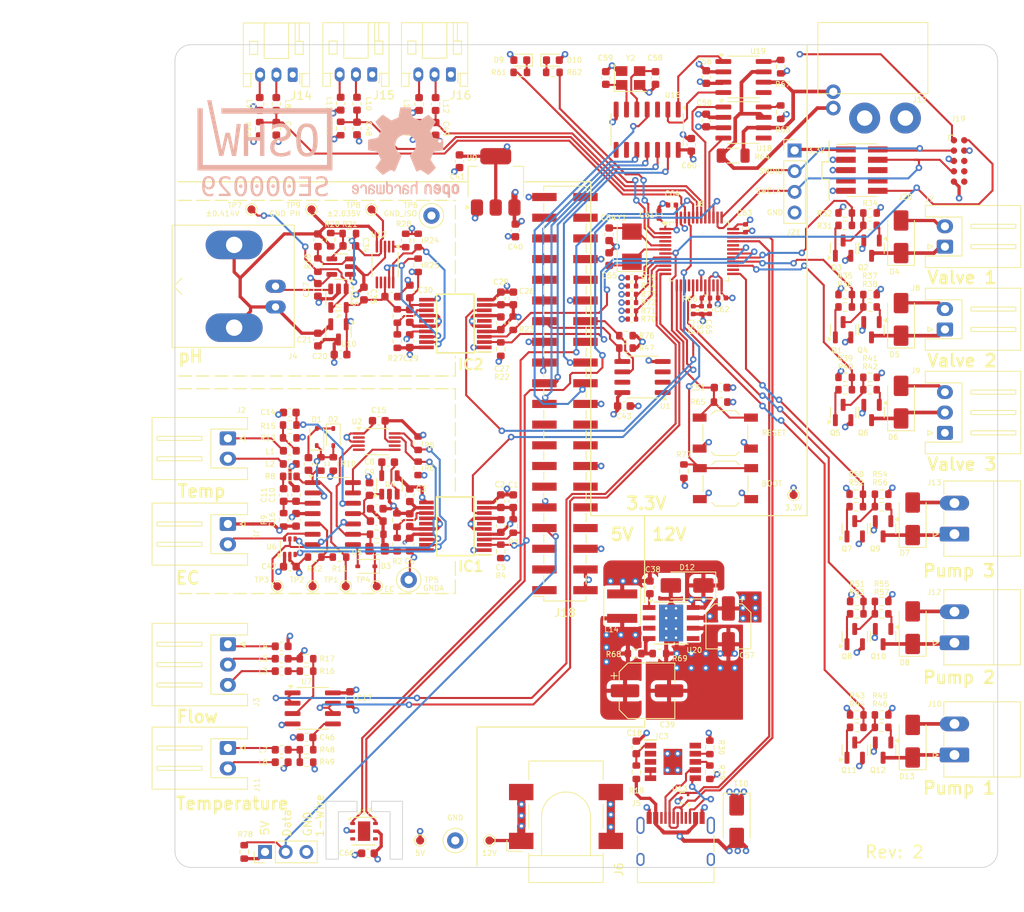
<source format=kicad_pcb>
(kicad_pcb (version 20240108) (generator "pcbnew") (generator_version "8.0")
  (title_block (rev "2"))
  (layers (0 "F.Cu" signal) (1 "In1.Cu" signal) (2 "In2.Cu" signal) (31 "B.Cu" signal) (34 "B.Paste" user) (35 "F.Paste" user) (36 "B.SilkS" user "B.Silkscreen") (37 "F.SilkS" user "F.Silkscreen") (38 "B.Mask" user) (39 "F.Mask" user) (44 "Edge.Cuts" user))
  (net 0 "")
  (net 1 "GND")
  (net 2 "+5V")
  (net 3 "+5VA")
  (net 4 "GNDA")
  (net 5 "Net-(U4-C_{FLY+})")
  (net 6 "Net-(U4-C_{FLY-})")
  (net 7 "-5VA")
  (net 8 "Net-(U5A-+)")
  (net 9 "Net-(C11-Pad2)")
  (net 10 "Net-(C12-Pad2)")
  (net 11 "Net-(D1-A)")
  (net 12 "/EC/EC_OUT")
  (net 13 "Net-(U5D-+)")
  (net 14 "Net-(D1-K)")
  (net 15 "Net-(D3-A)")
  (net 16 "Net-(IC1-VSEL)")
  (net 17 "Net-(J1-Pin_2)")
  (net 18 "Net-(J2-Pin_1)")
  (net 19 "Net-(J2-Pin_2)")
  (net 20 "Net-(L1-Pad2)")
  (net 21 "/EC/SDA")
  (net 22 "/EC/SCL")
  (net 23 "/EC/SDA_ISO")
  (net 24 "/EC/SCL_ISO")
  (net 25 "Net-(U5B-+)")
  (net 26 "Net-(U5C-+)")
  (net 28 "/EC/EC_TEMP_NTC")
  (net 29 "Net-(IC3-VDD)")
  (net 30 "GND_iosPH")
  (net 31 "+5V_isoPH")
  (net 32 "GND_PH")
  (net 33 "Net-(U14-+)")
  (net 34 "/pH/PH_OUT")
  (net 35 "Net-(U14--)")
  (net 36 "+12V")
  (net 37 "+3.3V")
  (net 38 "Net-(IC2-VSEL)")
  (net 40 "Net-(IC3-DM)")
  (net 41 "/Power/CC2")
  (net 42 "/Power/CC1")
  (net 44 "Net-(IC3-CFG1)")
  (net 46 "Net-(IC3-VBUS)")
  (net 47 "Net-(J3-Pin_1)")
  (net 48 "Net-(J3-Pin_2)")
  (net 49 "Net-(J3-Pin_3)")
  (net 50 "Net-(L3-Pad1)")
  (net 51 "Net-(U7A-+)")
  (net 52 "Net-(U15--)")
  (net 53 "/pH/SDA_ISO")
  (net 54 "/pH/SCL_ISO")
  (net 55 "Net-(U12-ADDR)")
  (net 58 "Net-(U7B-+)")
  (net 59 "/Flow control/FLOW")
  (net 60 "~{RESET}")
  (net 64 "/MCU/HW_rev2")
  (net 65 "/MCU/Vref")
  (net 67 "Net-(D9-K)")
  (net 68 "Net-(D10-K)")
  (net 69 "/MCU/HW_rev1")
  (net 70 "/MCU/HW_rev0")
  (net 75 "Net-(J4-In)")
  (net 76 "Net-(D4-K)")
  (net 77 "Net-(Q2-G)")
  (net 78 "Net-(Q3-C)")
  (net 79 "Net-(Q3-B)")
  (net 80 "/Flow control/Valve1")
  (net 81 "Net-(D5-K)")
  (net 82 "Net-(Q1-C)")
  (net 83 "Net-(Q1-B)")
  (net 84 "Net-(Q4-G)")
  (net 85 "/Flow control/Valve2")
  (net 86 "Net-(D6-K)")
  (net 87 "Net-(Q5-B)")
  (net 88 "Net-(Q5-C)")
  (net 89 "Net-(Q6-G)")
  (net 90 "/Flow control/Valve3")
  (net 91 "Net-(J11-Pin_2)")
  (net 92 "Net-(J11-Pin_1)")
  (net 93 "Net-(L7-Pad2)")
  (net 94 "/Flow control/TEMP")
  (net 95 "Net-(D7-K)")
  (net 96 "Net-(D8-K)")
  (net 97 "Net-(Q7-B)")
  (net 98 "Net-(Q7-C)")
  (net 99 "Net-(Q8-B)")
  (net 100 "Net-(Q8-C)")
  (net 101 "Net-(Q9-G)")
  (net 102 "Net-(Q10-G)")
  (net 103 "/Flow control/Pump3")
  (net 104 "/Flow control/Pump2")
  (net 105 "/IO/D_IN1")
  (net 106 "/IO/D_IN2")
  (net 107 "/IO/D_IN3")
  (net 108 "Net-(J14-Pin_2)")
  (net 109 "Net-(J14-Pin_3)")
  (net 110 "Net-(J15-Pin_2)")
  (net 111 "Net-(J16-Pin_2)")
  (net 112 "Net-(J15-Pin_3)")
  (net 113 "SWDIO")
  (net 117 "SWCLK")
  (net 118 "LED_HB")
  (net 119 "LED_CAN")
  (net 120 "Net-(U18-Rs)")
  (net 121 "CAN_RXD")
  (net 122 "CAN_TXD")
  (net 124 "Net-(U8-PF0)")
  (net 125 "Net-(U8-PF1)")
  (net 140 "/IO/1WIRE")
  (net 143 "/RaspberryPi/ID_SDA")
  (net 147 "/RaspberryPi/ID_SCL")
  (net 149 "Net-(U19-Rs)")
  (net 154 "Net-(U20-BOOT)")
  (net 155 "Net-(U20-VSENSE)")
  (net 156 "/Power/PH")
  (net 157 "VBUS")
  (net 161 "Net-(U16-OSC2)")
  (net 162 "Net-(U16-OSC1)")
  (net 164 "/RaspberryPi/~{SPI_INT}")
  (net 166 "/RaspberryPi/SPI_MOSI")
  (net 167 "/RaspberryPi/SPI_MISO")
  (net 168 "/RaspberryPi/~{SPI_CS}")
  (net 169 "/RaspberryPi/SPI_SCK")
  (net 170 "Net-(U16-RXCAN)")
  (net 171 "Net-(U16-TXCAN)")
  (net 172 "/MCU/CAN_L")
  (net 173 "/MCU/CAN_H")
  (net 174 "/MCU/I2C1_SCL")
  (net 175 "/MCU/I2C1_SDA")
  (net 178 "/EC/DISABLE")
  (net 179 "/MCU/pH_disable")
  (net 185 "Net-(D13-K)")
  (net 186 "Net-(Q11-C)")
  (net 187 "Net-(Q11-B)")
  (net 188 "Net-(Q12-G)")
  (net 189 "/Flow control/Pump1")
  (net 198 "/Power/USB_D+")
  (net 199 "/Power/USB_D-")
  (net 200 "BOOT0")
  (net 201 "Net-(J16-Pin_3)")
  (footprint "Package_SO:VSSOP-10_3x3mm_P0.5mm" (layer "F.Cu") (at 83.793 88.995 -90)
    (property "Reference" "U12")
    (property "Value" "ADS1115IDGS")
  )
  (footprint "Capacitor_SMD:C_0603_1608Metric" (layer "F.Cu") (at 98.005 96.198 -90)
    (property "Reference" "C27")
    (property "Value" "100nF/0.1uF")
  )
  (footprint "Connector_PinHeader_2.54mm:PinHeader_1x04_P2.54mm_Vertical" (layer "F.Cu") (at 134.073 74.989)
    (property "Reference" "J21")
    (property "Value" "Conn_01x04_Pin")
  )
  (footprint "Resistor_SMD:R_0603_1608Metric" (layer "F.Cu") (at 72.096 110.2696 180)
    (property "Reference" "R13")
    (property "Value" "49.9k")
  )
  (footprint "Resistor_SMD:R_0603_1608Metric" (layer "F.Cu") (at 143.33 94.202)
    (property "Reference" "R38")
    (property "Value" "1k")
  )
  (footprint "Capacitor_SMD:C_0402_1005Metric" (layer "F.Cu") (at 125.16192 93.091)
    (property "Reference" "C62")
    (property "Value" "100nF/0.1uF")
  )
  (footprint "Resistor_SMD:R_0603_1608Metric" (layer "F.Cu") (at 140.282 92.678 180)
    (property "Reference" "R35")
    (property "Value" "10k")
  )
  (footprint "Resistor_SMD:R_0603_1608Metric" (layer "F.Cu") (at 144.754 117.189 180)
    (property "Reference" "R54")
    (property "Value" "10k")
  )
  (footprint "Connector_JST:JST_XH_S3B-XH-A_1x03_P2.50mm_Horizontal" (layer "F.Cu") (at 152.526 109.656 90)
    (property "Reference" "J9")
    (property "Value" "Valve 3")
  )
  (footprint "Diode_SMD:D_SOD-323" (layer "F.Cu") (at 77.443 110.17 -90)
    (property "Reference" "D2")
    (property "Value" "1N4148")
  )
  (footprint "Capacitor_SMD:C_0603_1608Metric" (layer "F.Cu") (at 86.841 92.297 90)
    (property "Reference" "C30")
    (property "Value" "100nF/0.1uF")
  )
  (footprint "Capacitor_SMD:C_0603_1608Metric" (layer "F.Cu") (at 99.529 118.042 90)
    (property "Reference" "C1")
    (property "Value" "10uF")
  )
  (footprint "Package_TO_SOT_SMD:Texas_DRT-3" (layer "F.Cu") (at 120.567 154.46 90)
    (property "Reference" "U13")
    (property "Value" "TPD2EUSB30")
  )
  (footprint "Resistor_SMD:R_0603_1608Metric" (layer "F.Cu") (at 85.2542 120.364 -90)
    (property "Reference" "R1" (hide yes))
    (property "Value" "30.9k")
  )
  (footprint "Diode_SMD:D_SMA" (layer "F.Cu") (at 147.14 95.726 90)
    (property "Reference" "D5")
    (property "Value" "SS34")
  )
  (footprint "Capacitor_SMD:C_0805_2012Metric" (layer "F.Cu") (at 82.8158 123.884 180)
    (property "Reference" "C13" (hide yes))
    (property "Value" "10uF")
  )
  (footprint "Resistor_SMD:R_0603_1608Metric" (layer "F.Cu") (at 82.777 122.106 180)
    (property "Reference" "R14" (hide yes))
    (property "Value" "10k")
  )
  (footprint "Connector_Phoenix_MC:PhoenixContact_MC_1,5_2-G-3.81_1x02_P3.81mm_Horizontal" (layer "F.Cu") (at 153.696 135.422 90)
    (property "Reference" "J12")
    (property "Value" "Pump 2")
  )
  (footprint "Resistor_SMD:R_0603_1608Metric" (layer "F.Cu") (at 117.481 136.747 180)
    (property "Reference" "R69")
    (property "Value" "2k")
  )
  (footprint "Resistor_SMD:R_0603_1608Metric" (layer "F.Cu") (at 132.3705 70.29 -90)
    (property "Reference" "R63")
    (property "Value" "0")
  )
  (footprint "Package_SO:SOIC-8_3.9x4.9mm_P1.27mm" (layer "F.Cu") (at 115.404 102.802 180)
    (property "Reference" "U1")
    (property "Value" "AT24C256C")
  )
  (footprint "Resistor_SMD:R_0603_1608Metric" (layer "F.Cu") (at 113.372 97.722 180)
    (property "Reference" "R76")
    (property "Value" "3.9k")
  )
  (footprint "Resistor_SMD:R_0603_1608Metric" (layer "F.Cu") (at 140.282 104.362 180)
    (property "Reference" "R40")
    (property "Value" "10k")
  )
  (footprint "TestPoint:TestPoint_Pad_D1.0mm" (layer "F.Cu") (at 96.608 159.698)
    (property "Reference" "TP11" (hide yes))
    (property "Value" "12V")
  )
  (footprint "Inductor_SMD:L_0603_1608Metric" (layer "F.Cu") (at 71.109 138.906 180)
    (property "Reference" "L3")
    (property "Value" "L_Ferrite_Small")
  )
  (footprint "Inductor_SMD:L_0603_1608Metric" (layer "F.Cu") (at 71.109 150.082)
    (property "Reference" "L6")
    (property "Value" "L_Ferrite_Small")
  )
  (footprint "Resistor_SMD:R_0603_1608Metric" (layer "F.Cu") (at 77.126 85.947 -90)
    (property "Reference" "R20")
    (property "Value" "12k")
  )
  (footprint "Resistor_SMD:R_0603_1608Metric" (layer "F.Cu") (at 132.3705 64.702 -90)
    (property "Reference" "R67")
    (property "Value" "0")
  )
  (footprint "Package_TO_SOT_SMD:SOT-23-5" (layer "F.Cu") (at 78.396 89.249 180)
    (property "Reference" "U14")
    (property "Value" "TLV271")
  )
  (footprint "Connector_PinSocket_2.54mm:PinSocket_2x20_P2.54mm_Vertical_SMD" (layer "F.Cu") (at 105.879 104.834 180)
    (property "Reference" "J18")
    (property "Value" "Raspberry_Pi_2_3")
  )
  (footprint "Resistor_SMD:R_0603_1608Metric" (layer "F.Cu") (at 141.706 144.2825 180)
    (property "Reference" "R43")
    (property "Value" "10k")
  )
  (footprint "Connector_JST:JST_XH_S2B-XH-A_1x02_P2.50mm_Horizontal" (layer "F.Cu") (at 152.526 86.8 90)
    (property "Reference" "J7")
    (property "Value" "Valve 1")
  )
  (footprint "Resistor_SMD:R_0402_1005Metric" (layer "F.Cu") (at 114.10092 94.674 180)
    (property "Reference" "R71")
    (property "Value" "10k")
  )
  (footprint "Resistor_SMD:R_0603_1608Metric" (layer "F.Cu") (at 144.754 144.2825 180)
    (property "Reference" "R45")
    (property "Value" "10k")
  )
  (footprint "Capacitor_SMD:C_0603_1608Metric" (layer "F.Cu") (at 84.174 113.252)
    (property "Reference" "C8")
    (property "Value" "1uF")
  )
  (footprint "Connector_JST:JST_PH_S3B-PH-K_1x03_P2.00mm_Horizontal" (layer "F.Cu") (at 91.877 65.659 180)
    (property "Reference" "J16")
    (property "Value" "D IN3")
  )
  (footprint "Capacitor_SMD:C_0603_1608Metric" (layer "F.Cu") (at 98.017 93.15 90)
    (property "Reference" "C28")
    (property "Value" "100nF/0.1uF")
  )
  (footprint "MountingHole:MountingHole_3.2mm_M3" (layer "F.Cu") (at 62 159 90)
    (property "Reference" "REF**" (hide yes))
    (property "Value" "MountingHole_3.2mm_M3")
  )
  (footprint "Capacitor_SMD:C_0603_1608Metric" (layer "F.Cu") (at 82.777 118.967 180)
    (property "Reference" "C7" (hide yes))
    (property "Value" "1uF")
  )
  (footprint "Resistor_SMD:R_0603_1608Metric" (layer "F.Cu") (at 98.005 99.373 90)
    (property "Reference" "R22")
    (property "Value" "4.7k")
  )
  (footprint "Resistor_SMD:R_0603_1608Metric" (layer "F.Cu") (at 74.157 148.558)
    (property "Reference" "R48")
    (property "Value" "10k")
  )
  (footprint "Capacitor_SMD:C_0603_1608Metric" (layer "F.Cu") (at 81.2022 92.551 -90)
    (property "Reference" "C35")
    (property "Value" "100nF/0.1uF")
  )
  (footprint "Capacitor_SMD:C_0603_1608Metric" (layer "F.Cu") (at 79.412 86.709)
    (property "Reference" "C34")
    (property "Value" "2.2 uF")
  )
  (footprint "Capacitor_SMD:C_0603_1608Metric" (layer "F.Cu") (at 72.096 107.156 180)
    (property "Reference" "C14")
    (property "Value" "100nF/0.1uF")
  )
  (footprint "Diode_SMD:D_SMA" (layer "F.Cu") (at 147.14 105.886 90)
    (property "Reference" "D6")
    (property "Value" "SS34")
  )
  (footprint "Capacitor_SMD:C_0603_1608Metric" (layer "F.Cu") (at 92.937 76.308 -90)
    (property "Reference" "C41")
    (property "Value" "10uF")
  )
  (footprint "Capacitor_SMD:CP_Elec_6.3x7.7" (layer "F.Cu") (at 115.957 141.319)
    (property "Reference" "C39")
    (property "Value" "220uF")
  )
  (footprint "Resistor_SMD:R_0603_1608Metric" (layer "F.Cu") (at 75.552 89.056 -90)
    (property "Reference" "R18")
    (property "Value" "4.7k")
  )
  (footprint "Resistor_SMD:R_0603_1608Metric" (layer "F.Cu") (at 140.282 102.838 180)
    (property "Reference" "R39")
    (property "Value" "10k")
  )
  (footprint "Resistor_SMD:R_0603_1608Metric" (layer "F.Cu") (at 72.096 108.6948)
    (property "Reference" "R15")
    (property "Value" "10k")
  )
  (footprint "TestPoint:TestPoint_Pad_D1.0mm" (layer "F.Cu") (at 74.903 128.492 90)
    (property "Reference" "TP2")
    (property "Value" "TestPoint_Small")
  )
  (footprint "HydroponicFlowerControl:SOP65P780X200-20N" (layer "F.Cu") (at 92.429 96.234 180)
    (property "Reference" "IC2")
    (property "Value" "ADM3260ARSZ-RL7" (hide yes))
  )
  (footprint "Resistor_SMD:R_0603_1608Metric" (layer "F.Cu") (at 140.282 84.189 180)
    (property "Reference" "R31")
    (property "Value" "10k")
  )
  (footprint "Resistor_SMD:R_0603_1608Metric" (layer "F.Cu") (at 87.857 89.086 90)
    (property "Reference" "R25")
    (property "Value" "4.7k")
  )
  (footprint "Resistor_SMD:R_0603_1608Metric" (layer "F.Cu") (at 144.754 130.3485 180)
    (property "Reference" "R55")
    (property "Value" "10k")
  )
  (footprint "Resistor_SMD:R_0603_1608Metric" (layer "F.Cu") (at 71.347 120.33 90)
    (property "Reference" "R9")
    (property "Value" "1k")
  )
  (footprint "Capacitor_SMD:C_0603_1608Metric" (layer "F.Cu") (at 78.332 100.044 180)
    (property "Reference" "C20")
    (property "Value" "100nF/0.1uF")
  )
  (footprint "Package_TO_SOT_SMD:SOT-23" (layer "F.Cu") (at 140.028 96.996 90)
    (property "Reference" "Q1")
    (property "Value" "MMBT3904")
  )
  (footprint "Capacitor_SMD:C_0603_1608Metric" (layer "F.Cu") (at 116.305 128.619 90)
    (property "Reference" "C38")
    (property "Value" "10nF")
  )
  (footprint "Resistor_SMD:R_0603_1608Metric" (layer "F.Cu") (at 99.529 96.198 -90)
    (property "Reference" "R23")
    (property "Value" "4.7k")
  )
  (footprint "Package_SON:Texas_PWSON-N6" (layer "F.Cu") (at 81.222 158.549999)
    (property "Reference" "U17")
    (property "Value" "HDC1080")
  )
  (footprint "Capacitor_SMD:C_0603_1608Metric" (layer "F.Cu") (at 124.993 104.096 180)
    (property "Reference" "C51")
    (property "Value" "1uF")
  )
  (footprint "Resistor_SMD:R_0603_1608Metric" (layer "F.Cu") (at 140.282 94.202 180)
    (property "Reference" "R36")
    (property "Value" "10k")
  )
  (footprint "Package_TO_SOT_SMD:SOT-363_SC-70-6" (layer "F.Cu") (at 72.109 123.632 90)
    (property "Reference" "U6")
    (property "Value" "MCP4017T-502E/LT")
  )
  (footprint "Capacitor_SMD:C_0402_1005Metric" (layer "F.Cu") (at 122.640868 94.584865 90)
    (property "Reference" "C52")
    (property "Value" "10nF")
  )
  (footprint "Resistor_SMD:R_0603_1608Metric" (layer "F.Cu") (at 77.443 113.472 -90)
    (property "Reference" "R10")
    (property "Value" "10k")
  )
  (footprint "Inductor_SMD:L_0603_1608Metric" (layer "F.Cu") (at 87.972 69.287 -90)
    (property "Reference" "L13")
    (property "Value" "L_Ferrite_Small")
  )
  (footprint "Resistor_SMD:R_0603_1608Metric" (layer "F.Cu") (at 86.333 86.038 90)
    (property "Reference" "R28")
    (property "Value" "10k")
  )
  (footprint "Package_TO_SOT_SMD:SOT-23" (layer "F.Cu") (at 141.452 148.6005 90)
    (property "Reference" "Q11")
    (property "Value" "MMBT3904")
  )
  (footprint "Capacitor_SMD:C_0603_1608Metric" (layer "F.Cu") (at 86.829 95.309 -90)
    (property "Reference" "C31" (hide yes))
    (property "Value" "10uF")
  )
  (footprint "Connector_JST:JST_XH_S2B-XH-A_1x02_P2.50mm_Horizontal" (layer "F.Cu") (at 64.505 148.344 -90)
    (property "Reference" "J11")
    (property "Value" "Temperature")
  )
  (footprint "Capacitor_SMD:C_0603_1608Metric" (layer "F.Cu") (at 121.385 74.295 90)
    (property "Reference" "C60")
    (property "Value" "100nF/0.1uF")
  )
  (footprint "MountingHole:MountingHole_3.2mm_M3" (layer "F.Cu") (at 155 66 90)
    (property "Reference" "REF**" (hide yes))
    (property "Value" "MountingHole_3.2mm_M3")
  )
  (footprint "Package_TO_SOT_SMD:SOT-23" (layer "F.Cu") (at 144.933 148.6005 -90)
    (property "Reference" "Q12")
    (property "Value" "AO3401A")
  )
  (footprint "Capacitor_SMD:C_0603_1608Metric" (layer "F.Cu") (at 81.696 161.269999)
    (property "Reference" "C66")
    (property "Value" "100nF/0.1uF")
  )
  (footprint "Resistor_SMD:R_0603_1608Metric" (layer "F.Cu") (at 120.484 114.359 90)
    (property "Reference" "R77")
    (property "Value" "10k")
  )
  (footprint "Resistor_SMD:R_0603_1608Metric" (layer "F.Cu") (at 141.706 131.8725 180)
    (property "Reference" "R53")
    (property "Value" "10k")
  )
  (footprint "Resistor_SMD:R_0402_1005Metric" (layer "F.Cu") (at 114.10092 92.642 180)
    (property "Reference" "R73")
    (property "Value" "10k")
  )
  (footprint "Capacitor_SMD:C_0603_1608Metric" (layer "F.Cu") (at 70.446 72.327 -90)
    (property "Reference" "C47")
    (property "Value" "100nF/0.1uF")
  )
  (footprint "Capacitor_SMD:CP_Elec_5x5.4" (layer "F.Cu") (at 125.945 133.409 -90)
    (property "Reference" "C57")
    (property "Value" "10uF")
  )
  (footprint "Package_SO:SOIC-8_3.9x4.9mm_P1.27mm" (layer "F.Cu") (at 74.919 143.478)
    (property "Reference" "U7")
    (property "Value" "LM358")
  )
  (footprint "Resistor_SMD:R_0603_1608Metric" (layer "F.Cu") (at 66.509 161.095 -90)
    (property "Reference" "R78")
    (property "Value" "4.7k")
  )
  (footprint "Inductor_SMD:L_0603_1608Metric" (layer "F.Cu") (at 72.109 111.855)
    (property "Reference" "L1")
    (property "Value" "L_Ferrite_Small")
  )
  (footprint "Package_TO_SOT_SMD:SOT-23" (layer "F.Cu") (at 140.028 86.983 90)
    (property "Reference" "Q3")
    (property "Value" "MMBT3904")
  )
  (footprint "Inductor_SMD:L_0603_1608Metric" (layer "F.Cu") (at 72.096 113.472)
    (property "Reference" "L2")
    (property "Value" "L_Ferrite_Small")
  )
  (footprint "Capacitor_SMD:C_0603_1608Metric" (layer "F.Cu") (at 75.552 92.104 90)
    (property "Reference" "C37")
    (property "Value" "100nF/0.1uF")
  )
  (footprint "Capacitor_SMD:C_0603_1608Metric" (layer "F.Cu") (at 99.795 84.804 -90)
    (property "Reference" "C40")
    (property "Value" "10uF")
  )
  (footprint "Connector_JST:JST_XH_S2B-XH-A_1x02_P2.50mm_Horizontal" (layer "F.Cu") (at 152.526 96.96 90)
    (property "Reference" "J8")
    (property "Value" "Valve 2")
  )
  (footprint "Resistor_SMD:R_0603_1608Metric" (layer "F.Cu") (at 72.109 114.996)
    (property "Reference" "R8")
    (property "Value" "1k")
  )
  (footprint "Resistor_SMD:R_0603_1608Metric" (layer "F.Cu") (at 98.005 124.201 90)
    (property "Reference" "R4")
    (property "Value" "4.7k")
  )
  (footprint "Package_SO:SOIC-14_3.9x8.7mm_P1.27mm" (layer "F.Cu") (at 77.378 119.568)
    (property "Reference" "U5")
    (property "Value" "LM324")
  )
  (footprint "Resistor_SMD:R_0603_1608Metric" (layer "F.Cu") (at 87.857 110.93 -90)
    (property "Reference" "R5")
    (property "Value" "4.7k")
  )
  (footprint "Resistor_SMD:R_0603_1608Metric" (layer "F.Cu") (at 143.33 102.838 180)
    (property "Reference" "R41")
    (property "Value" "10k")
  )
  (footprint "Capacitor_SMD:C_0603_1608Metric" (layer "F.Cu") (at 74.157 147.034 180)
    (property "Reference" "C46")
    (property "Value" "100nF/0.1uF")
  )
  (footprint "Diode_SMD:D_SMA" (layer "F.Cu") (at 148.564 147.506 90)
    (property "Reference" "D13")
    (property "Value" "SS34")
  )
  (footprint "Connector_Phoenix_MC:PhoenixContact_MC_1,5_2-G-3.81_1x02_P3.81mm_Horizontal" (layer "F.Cu") (at 153.696 122.087 90)
    (property "Reference" "J13")
    (property "Value" "Pump 3")
  )
  (footprint "Resistor_SMD:R_0603_1608Metric" (layer "F.Cu") (at 123.666 148.268 -90)
    (property "Reference" "R30")
    (property "Value" "24k")
  )
  (footprint "Capacitor_SMD:C_0402_1005Metric" (layer "F.Cu") (at 128.046982 84.544938 90)
    (property "Reference" "C63")
    (property "Value" "100nF/0.1uF")
  )
  (footprint "TestPoint:TestPoint_Pad_D1.0mm" (layer "F.Cu") (at 70.585 128.492 90)
    (property "Reference" "TP3")
    (property "Value" "TestPoint_Small")
  )
  (footprint "Capacitor_SMD:C_0402_1005Metric" (layer "F.Cu") (at 117.436 82.863 -90)
    (property "Reference" "C61")
    (property "Value" "100nF/0.1uF")
  )
  (footprint "Package_TO_SOT_SMD:SOT-23-5" (layer "F.Cu") (at 78.079 93.12 -90)
    (property "Reference" "U15")
    (property "Value" "TLV271")
  )
  (footprint "Resistor_SMD:R_0603_1608Metric" (layer "F.Cu") (at 114.642 151.316 -90)
    (property "Reference" "R19")
    (property "Value" "1k")
  )
  (footprint "TestPoint:TestPoint_Pad_D1.0mm" (layer "F.Cu") (at 88.099 159.698)
    (property "Reference" "TP10" (hide yes))
    (property "Value" "5V")
  )
  (footprint "HydroponicFlowerControl:AMASS_XT30PW(2+2)" (layer "F.Cu") (at 142.674 71.014 180)
    (property "Reference" "J17")
    (property "Value" "CAN")
  )
  (footprint "Inductor_SMD:L_0603_1608Metric" (layer "F.Cu") (at 70.446 69.279 -90)
    (property "Reference" "L8")
    (property "Value" "L_Ferrite_Small")
  )
  (footprint "Resistor_SMD:R_0603_1608Metric" (layer "F.Cu") (at 87.972 72.335 -90)
    (property "Reference" "R60")
    (property "Value" "10k")
  )
  (footprint "TestPoint:TestPoint_Pad_D1.0mm" (layer "F.Cu") (at 67.398 82.228 90)
    (property "Reference" "TP7")
    (property "Value" "±0.414V")
  )
  (footprint "Connector_JST:JST_XH_S2B-XH-A_1x02_P2.50mm_Horizontal" (layer "F.Cu") (at 64.505 120.838 -90)
    (property "Reference" "J1")
    (property "Value" "EC")
  )
  (footprint "Capacitor_SMD:C_0603_1608Metric" (layer "F.Cu") (at 113.118 106.358)
    (property "Reference" "C43")
    (property "Value" "100nF/0.1uF")
  )
  (footprint "Package_TO_SOT_SMD:SOT-23" (layer "F.Cu") (at 144.933 121.4285 -90)
    (property "Reference" "Q9")
    (property "Value" "AO3401A")
  )
  (footprint "HydroponicFlowerControl:SOP100P600X180-11N" (layer "F.Cu") (at 119.1315 150.046)
    (property "Reference" "IC3")
    (property "Value" "CH224K" (hide yes))
  )
  (footprint "Capacitor_SMD:C_0603_1608Metric" (layer "F.Cu") (at 83.031 108.172 180)
    (property "Reference" "C15")
    (property "Value" "100nF/0.1uF")
  )
  (footprint "LED_SMD:LED_0603_1608Metric" (layer "F.Cu") (at 100.4 63.9 180)
    (property "Reference" "D9")
    (property "Value" "HB")
  )
  (footprint "Diode_SMD:D_SMA" (layer "F.Cu") (at 148.564 120.205 90)
    (property "Reference" "D7")
    (property "Value" "SS34")
  )
  (footprint "Resistor_SMD:R_0603_1608Metric" (layer "F.Cu") (at 100.4 65.4)
    (property "Reference" "R61")
    (property "Value" "4.7k")
  )
  (footprint "Resistor_SMD:R_0603_1608Metric" (layer "F.Cu") (at 143.33 84.189)
    (property "Reference" "R33" (hide yes))
    (property "Value" "1k")
  )
  (footprint "Capacitor_SMD:C_0603_1608Metric" (layer "F.Cu") (at 80.352 72.2925 -90)
    (property "Reference" "C48")
    (property "Value" "100nF/0.1uF")
  )
  (footprint "Capacitor_SMD:C_0603_1608Metric" (layer "F.Cu") (at 86.829 98.393 90)
    (property "Reference" "C29")
    (property "Value" "100nF/0.1uF")
  )
  (footprint "TestPoint:TestPoint_Pad_D1.0mm" (layer "F.Cu") (at 133.946 117.28)
    (property "Reference" "TP12" (hide yes))
    (property "Value" "3.3V")
  )
  (footprint "Resistor_SMD:R_0603_1608Metric" (layer "F.Cu") (at 143.33 92.678 180)
    (property "Reference" "R37")
    (property "Value" "10k")
  )
  (footprint "Inductor_SMD:L_0603_1608Metric" (layer "F.Cu") (at 90.004 69.287 -90)
    (property "Reference" "L12")
    (property "Value" "L_Ferrite_Small")
  )
  (footprint "TestPoint:TestPoint_Pad_D1.0mm" (layer "F.Cu") (at 74.764 82.228 180)
    (property "Reference" "TP9")
    (property "Value" "GND PH")
  )
  (footprint "Inductor_SMD:L_0603_1608Metric" (layer "F.Cu") (at 68.414 69.279 -90)
    (property "Reference" "L9")
    (property "Value" "L_Ferrite_Small")
  )
  (footprint "Capacitor_SMD:C_0402_1005Metric" (layer "F.Cu") (at 119.017779 81.691915)
    (property "Reference" "C64")
    (property "Value" "100nF/0.1uF")
  )
  (footprint "TestPoint:TestPoint_Pad_D1.0mm" (layer "F.Cu") (at 82.777 128.492 90)
    (property "Reference" "TP4")
    (property "Value" "EC")
  )
  (footprint "Capacitor_SMD:C_0402_1005Metric" (layer "F.Cu") (at 123.628696 94.566904 90)
    (property "Reference" "C65")
    (property "Value" "100nF/0.1uF")
  )
  (footprint "LED_SMD:LED_0603_1608Metric" (layer "F.Cu") (at 104.4 63.9)
    (property "Reference" "D10")
    (property "Value" "CAN")
  )
  (footprint "Package_TO_SOT_SMD:SOT-23" (layer "F.Cu") (at 143.5192 107.156 -90)
    (property "Reference" "Q6")
    (property "Value" "AO3401A")
  )
  (footprint "Resistor_SMD:R_0603_1608Metric" (layer "F.Cu") (at 123.666 151.316 -90)
    (property "Reference" "R29")
    (property "Value" "10k")
  )
  (footprint "Package_TO_SOT_SMD:SOT-23-5" (layer "F.Cu") (at 84.3366 116.046 90)
    (property "Reference" "U4")
    (property "Value" "TPS60400DBV")
  )
  (footprint "Resistor_SMD:R_0603_1608Metric" (layer "F.Cu") (at 144.754 145.8065)
    (property "Reference" "R46")
    (property "Value" "1k")
  )
  (footprint "Package_TO_SOT_SMD:SOT-23" (layer "F.Cu") (at 141.452 121.4285 90)
    (property "Reference" "Q7")
    (property "Value" "MMBT3904")
  )
  (footprint "Resistor_SMD:R_0603_1608Metric" (layer "F.Cu") (at 143.33 82.665 180)
    (property "Reference" "R34")
    (property "Value" "10k")
  )
  (footprint "Capacitor_SMD:C_0603_1608Metric" (layer "F.Cu") (at 114.642 148.268 90)
    (property "Reference" "C18")
    (property "Value" "1uF")
  )
  (footprint "Resistor_SMD:R_0603_1608Metric" (layer "F.Cu") (at 144.754 131.8725)
    (property "Reference" "R57")
    (property "Value" "1k")
  )
  (footprint "Resistor_SMD:R_0603_1608Metric" (layer "F.Cu") (at 140.282 82.665 180)
    (property "Reference" "R32")
    (property "Value" "10k")
  )
  (footprint "Resistor_SMD:R_0603_1608Metric" (layer "F.Cu") (at 68.414 72.327 -90)
    (property "Reference" "R58")
    (property "Value" "10k")
  )
  (footprint "Resistor_SMD:R_0603_1608Metric" (layer "F.Cu") (at 74.157 137.382 180)
    (property "Reference" "R17")
    (property "Value" "33k")
  )
  (footprint "Diode_SMD:D_SOD-323" (layer "F.Cu") (at 81.495 126.043 180)
    (property "Reference" "D3")
    (property "Value" "1N5819WS")
  )
  (footprint "Capacitor_SMD:C_0603_1608Metric" (layer "F.Cu") (at 72.109 126.079)
    (property "Reference" "C42")
    (property "Value" "100nF/0.1uF")
  )
  (footprint "Resistor_SMD:R_0603_1608Metric" (layer "F.Cu") (at 113.372 99.246 180)
    (property "Reference" "R47")
    (property "Value" "3.9k")
  )
  (footprint "TestPoint:TestPoint_Loop_D1.80mm_Drill1.0mm_Beaded" (layer "F.Cu") (at 86.702 127.694 90)
    (property "Reference" "TP5")
    (property "Value" "GNDA")
  )
  (footprint "Resistor_SMD:R_0603_1608Metric" (layer "F.Cu") (at 75.919 113.472 -90)
    (property "Reference" "R7" (hide yes))
    (property "Value" "22k")
  )
  (footprint "MountingHole:MountingHole_3.2mm_M3" (layer "F.Cu") (at 62 66 90)
    (property "Reference" "REF**")
    (property "Value" "MountingHole_3.2mm_M3")
  )
  (footprint "Diode_SMD:D_SOD-323" (layer "F.Cu") (at 75.411 110.17 90)
    (property "Reference" "D1")
    (property "Value" "1N4148")
  )
  (footprint "TestPoint:TestPoint_Pad_D1.0mm" (layer "F.Cu") (at 82.13 82.228 90)
    (property "Reference" "TP8")
    (property "Value" "±2.035V")
  )
  (footprint "Resistor_SMD:R_0603_1608Metric" (layer "F.Cu") (at 79.412 85.185 180)
    (property "Reference" "R21")
    (property "Value" "47k")
  )
  (footprint "Connector_JST:JST_PH_S3B-PH-K_1x03_P2.00mm_Horizontal" (layer "F.Cu") (at 72.462 65.696 180)
    (property "Reference" "J14")
    (property "Value" "D IN1")
  )
  (footprint "Resistor_SMD:R_0402_1005Metric" (layer "F.Cu") (at 123.179683 93.112103 180)
    (property "Reference" "R66")
    (property "Value" "0")
  )
  (footprint "Resistor_SMD:R_0603_1608Metric" (layer "F.Cu") (at 141.706 130.3485 180)
    (property "Reference" "R51")
    (property "Value" "10k")
  )
  (footprint "Capacitor_SMD:C_0603_1608Metric" (layer "F.Cu") (at 123.2265 65.972 -90)
    (property "Reference" "C56")
    (property "Value" "100nF/0.1uF")
  )
  (footprint "Resistor_SMD:R_0603_1608Metric" (layer "F.Cu") (at 85.2796 123.376 -90)
    (property "Reference" "R2")
    (property "Value" "10k")
  )
  (footprint "Diode_SMD:D_SMA" (layer "F.Cu") (at 126.961 157.385 -90)
    (property "Reference" "D11")
    (property "Value" "SS34")
  )
  (footprint "MountingHole:MountingHole_3.2mm_M3" (layer "F.Cu") (at 155 159 90)
    (property "Reference" "REF**" (hide yes))
    (property "Value" "MountingHole_3.2mm_M3")
  )
  (footprint "Inductor_SMD:L_0603_1608Metric" (layer "F.Cu") (at 78.3495 69.2445 -90)
    (property "Reference" "L11")
    (property "Value" "L_Ferrite_Small")
  )
  (footprint "Connector_Coaxial:BNC_Amphenol_B6252HB-NPP3G-50_Horizontal" (layer "F.Cu") (at 70.353 91.662 90)
    (property "Reference" "J4")
    (property "Value" "pH")
  )
  (footprint "Capacitor_SMD:C_0603_1608Metric" (layer "F.Cu") (at 116.992 66.092 90)
    (property "Reference" "C58")
    (property "Value" "20pF")
  )
  (footprint "Capacitor_SMD:C_0603_1608Metric" (layer "F.Cu") (at 75.552 86.008 90)
    (property "Reference" "C33" (hide yes))
    (property "Value" "2.2 uF")
  )
  (footprint "Connector:Tag-Connect_TC2050-IDC-FP_2x05_P1.27mm_Vertical" (layer "F.Cu") (at 154.266 76.276125 -90)
    (property "Reference" "J19")
    (property "Value" "Conn_ARM_JTAG_SWD_10")
  )
  (footprint "Resistor_SMD:R_0402_1005Metric" (layer "F.Cu") (at 114.10092 93.658)
    (property "Reference" "R72")
    (property "Value" "10k")
  )
  (footprint "Resistor_SMD:R_0603_1608Metric" (layer "F.Cu") (at 74.157 150.082 180)
    (property "Reference" "R49")
    (property "Value" "49.9k")
  )
  (footprint "Resistor_SMD:R_0603_1608Metric" (layer "F.Cu") (at 143.33 104.362)
    (property "Reference" "R42")
    (property "Value" "1k")
  )
  (footprint "Package_TO_SOT_SMD:SOT-23" (layer "F.Cu") (at 143.509 96.996 -90)
    (property "Reference" "Q4")
    (property "Value" "AO3401A")
  )
  (footprint "Inductor_SMD:L_Sunlord_SWPA4018S" (layer "F.Cu") (at 112.909 130.927 -90)
    (property "Reference" "L14")
    (property "Value" "15uH")
  )
  (footprint "Connector_JST:JST_XH_S2B-XH-A_1x02_P2.50mm_Horizontal" (layer "F.Cu") (at 64.505 110.331 -90)
    (property "Reference" "J2")
    (property "Value" "Temp")
  )
  (footprint "Inductor_SMD:L_0603_1608Metric" (layer "F.Cu") (at 80.352 69.2445 -90)
    (property "Reference" "L10")
    (property "Value" "L_Ferrite_Small")
  )
  (footprint "Crystal:Crystal_SMD_5032-2Pin_5.0x3.2mm" (layer "F.Cu") (at 114.10092 86.8 90)
    (property "Reference" "Y1")
    (property "Value" "8 MHz")
  )
  (footprint "Connector_PinHeader_2.54mm:PinHeader_1x03_P2.54mm_Vertical" (layer "F.Cu") (at 69.064 161.095 90)
    (property "Reference" "J22")
    (property "Value" "1-Wire")
  )
  (footprint "Connector_PinHeader_1.27mm:PinHeader_2x05_P1.27mm_Vertical_SMD" (layer "F.Cu") (at 142.328 77.402)
    (property "Reference" "J20")
    (property "Value" "Conn_ARM_JTAG_SWD_10")
  )
  (footprint "Connector_Phoenix_MC:PhoenixContact_MC_1,5_2-G-3.81_1x02_P3.81mm_Horizontal" (layer "F.Cu") (at 153.696 149.193 90)
    (property "Reference" "J10")
    (property "Value" "Pump 1")
  )
  (footprint "Capacitor_SMD:C_0603_1608Metric" (layer "F.Cu") (at 72.871 117.282 90)
    (property "Reference" "C10")
    (property "Value" "100nF/0.1uF")
  )
  (footprint "Resistor_SMD:R_0402_1005Metric" (layer "F.Cu") (at 114.10092 91.626)
    (property "Reference" "R74")
    (property "Value" "10k")
  )
  (footprint "Resistor_SMD:R_0603_1608Metric" (layer "F.Cu") (at 141.643 118.713 180)
    (property "Reference" "R52")
    (property "Value" "10k")
  )
  (footprint "Package_SO:SOIC-14_3.9x8.7mm_P1.27mm" (layer "F.Cu") (at 115.976 72.442 -90)
    (property "Reference" "U16")
    (property "Value" "MCP2518FD-xQBB")
  )
  (footprint "Package_SO:TI_SO-PowerPAD-8_ThermalVias" (layer "F.Cu") (at 118.913 132.999)
    (property "Reference" "U20")
    (property "Value" "TPS5430DDA")
  )
  (footprint "Capacitor_SMD:C_0603_1608Metric" (layer "F.Cu") (at 111.30692 85.276 90)
    (property "Reference" "C54")
    (property "Value" "30pF")
  )
  (footprint "Capacitor_SMD:C_0603_1608Metric" (layer "F.Cu") (at 98.005 121.09 -90)
    (property "Reference" "C5")
    (property "Value" "100nF/0.1uF")
  )
  (footprint "Capacitor_SMD:C_0402_1005Metric" (layer "F.Cu") (at 121.635079 94.584865 90)
    (property "Reference" "C53")
    (property "Value" "1uF")
  )
  (footprint "Package_TO_SOT_SMD:SOT-23" (layer "F.Cu") (at 78.079 97.2625 -90)
    (property "Reference" "U10")
    (property "Value" "REF3020")
  )
  (footprint "Button_Switch_SMD:SW_SPST_TL3342" (layer "F.Cu") (at 125.564 109.684 180)
    (property "Reference" "SW1" (hide yes))
    (property "Value" "RESET")
  )
  (footprint "Capacitor_SMD:C_0603_1608Metric" (layer "F.Cu") (at 99.541 93.15 90)
    (property "Reference" "C26")
    (property "Value" "10uF")
  )
  (footprint "Capacitor_SMD:C_0603_1608Metric" (layer "F.Cu") (at 81.888 116.554 90)
    (property "Reference" "C9")
    (property "Value" "1uF")
  )
  (footprint "Resistor_SMD:R_0603_1608Metric" (layer "F.Cu") (at 87.857 86.038 -90)
    (property "Reference" "R24")
    (property "Value" "4.7k")
  )
  (footprint "HydroponicFlowerControl:SOP65P780X200-20N" (layer "F.Cu") (at 92.429 121.126 180)
    (property "Reference" "IC1")
    (property "Value" "ADM3260ARSZ-RL7" (hide yes))
  )
  (footprint "Resistor_SMD:R_0603_1608Metric" (layer "F.Cu") (at 78.3495 72.2925 -90)
    (property "Reference" "R59")
    (property "Value" "10k")
  )
  (footprint "Crystal:Crystal_SMD_3225-4Pin_3.2x2.5mm" (layer "F.Cu") (at 113.944 66.092)
    (property "Reference" "Y2")
    (property "Value" "40MHz")
  )
  (footprint "Resistor_SMD:R_0603_1608Metric" (layer "F.Cu") (at 114.433 136.747 180)
    (property "Reference" "R68")
    (property "Value" "6.2k")
  )
  (footprint "Capacitor_SMD:C_0603_1608Metric" (layer "F.Cu") (at 123.2265 71.306 -90)
    (property "Reference" "C50")
    (property "Value" "100nF/0.1uF")
  )
  (footprint "Inductor_SMD:L_0603_1608Metric" (layer "F.Cu") (at 71.109 148.558)
    (property "Reference" "L7")
    (property "Value" "L_Ferrite_Small")
  )
  (footprint "Capacitor_SMD:C_0603_1608Metric" (layer "F.Cu") (at 111.30692 88.324 -90)
    (property "Reference" "C55")
    (property "Value" "30pF")
  )
  (footprint "Resistor_SMD:R_0603_1608Metric" (layer "F.Cu") (at 74.157 138.906 180)
    (property "Reference" "R16")
    (property "Value" "18k")
  )
  (footprint "Diode_SMD:D_SMA" (layer "F.Cu") (at 148.564 133.572 90)
    (property "Reference" "D8")
    (property "Value" "SS34")
  )
  (footprint "Resistor_SMD:R_1206_3216Metric" (layer "F.Cu") (at 126.5285 75.624)
    (property "Reference" "R64")
    (property "Value" "120")
  )
  (footprint "Package_QFP:LQFP-48_7x7mm_P0.5mm" (layer "F.Cu") (at 122.3605 87.388014)
    (property "Reference" "U8")
    (property "Value" "STM32G473CBTx")
  )
  (footprint "Package_SO:SOIC-8_3.9x4.9mm_P1.27mm" (layer "F.Cu") (at 127.7985 71.56)
    (property "Reference" "U18")
    (property "Value" "SN65HVD230")
  )
  (footprint "Resistor_SMD:R_0603_1608Metric" (layer "F.Cu") (at 75.157 124.902 180)
    (property "Reference" "R12")
    (property "Value" "1k")
  )
  (footprint "Connector_JST:JST_XH_S3B-XH-A_1x03_P2.50mm_Horizontal" (layer "F.Cu") (at 64.505 135.604 -90)
    (property "Reference" "J3")
    (property "Value" "Flow")
  )
  (footprint "Resistor_SMD:R_0603_1608Metric" (layer "F.Cu") (at 78.205 124.902 180)
    (property "Reference" "R11")
    (property "Value" "1k")
  )
  (footprint "Resistor_SMD:R_0603_1608Metric" (layer "F.Cu") (at 124.993 105.874 180)
    (property "Reference" "R65")
    (property "Value" "10k")
  )
  (footprint "Resistor_SMD:R_0603_1608Metric" (layer "F.Cu") (at 87.857 114.014 90)
    (property "Reference" "R6")
    (property "Value" "4.7k")
  )
  (footprint "Resistor_SMD:R_0603_1608Metric" (layer "F.Cu") (at 141.643 117.189 180)
    (property "Reference" "R50")
    (property "Value" "10k")
  )
  (footprint "Package_TO_SOT_SMD:SOT-23" (layer "F.Cu") (at 144.933 134.6665 -90)
    (property "Reference" "Q10")
    (property "Value" "AO3401A")
  )
  (footprint "Button_Switch_SMD:SW_SPST_TL3342" (layer "F.Cu") (at 125.589 115.888)
    (property "Reference" "SW2" (hide yes))
    (property "Value" "BOOT")
  )
  (footprint "Capacitor_SMD:C_0603_1608Metric" (layer "F.Cu") (at 110.896 66.092 -90)
    (property "Reference" "C59")
    (property "Value" "20pF")
  )
  (footprint "Capacitor_SMD:C_0603_1608Metric" (layer "F.Cu") (at 72.871 120.33 -90)
    (property "Reference" "C16")
    (property "Value" "100nF/0.1uF")
  )
  (footprint "Connector_JST:JST_PH_S3B-PH-K_1x03_P2.00mm_Horizontal" (layer "F.Cu") (at 82.225 65.659 180)
    (property "Reference" "J15")
    (property "Value" "D IN2")
  )
  (footprint "Capacitor_SMD:C_0603_1608Metric" (layer "F.Cu") (at 75.552 98.2 -90)
    (property "Reference" "C21")
    (property "Value" "1uF")
  )
  (footprint "Resistor_SMD:R_0402_1005Metric" (layer "F.Cu") (at 114.10092 95.69)
    (property "Reference" "R70")
    (property "Value" "10k")
  )
  (footprint "Capacitor_SMD:C_0603_1608Metric" (layer "F.Cu") (at 86.841 117.316 90)
    (property "Reference" "C3")
    (property "Value" "100nF/0.1uF")
  )
  (footprint "Package_SO:SOIC-8_3.9x4.9mm_P1.27mm" (layer "F.Cu") (at 127.7985 65.972)
    (property "Reference" "U19")
    (property "Value" "SN65HVD230")
  )
  (footprint "TestPoint:TestPoint_Loop_D1.80mm_Drill1.0mm_Beaded" (layer "F.Cu") (at 89.496 82.99 90)
    (property "Reference" "TP6")
    (property "Value" "GND_ISO")
  )
  (footprint "Capacitor_SMD:C_0603_1608Metric" (layer "F.Cu") (at 86.829 123.363 90)
    (property "Reference" "C6")
    (property "Value" "100nF/0.1uF")
  )
  (footprint "Resistor_SMD:R_0402_1005Metric" (layer "F.Cu") (at 114.10092 90.61 180)
    (property "Reference" "R75")
    (property "Value" "10k")
  )
  (footprint "Capacitor_SMD:C_0603_1608Metric" (layer "F.Cu") (at 74.395 113.472 -90)
    (property "Reference" "C12" (hide yes))
    (property "Value" "100nF/0.1uF")
  )
  (footprint "Capacitor_SMD:C_0603_1608Metric" (layer "F.Cu") (at 84.555 92.932)
    (property "Reference" "C25" (hide yes))
    (property "Value" "100nF/0.1uF")
  )
  (footprint "Package_TO_SOT_SMD:SOT-23" (layer "F.Cu") (at 141.452 134.6665 90)
    (property "Reference" "Q8")
    (property "Value" "MMBT3904")
  )
  (footprint "Package_TO_SOT_SMD:SOT-23" (layer "F.Cu") (at 140.028 107.156 90)
    (property "Reference" "Q5")
    (property "Value" "MMBT3904")
  )
  (footprint "Package_TO_SOT_SMD:SOT-23" (layer "F.Cu") (at 143.518 86.983 -90)
    (property "Reference" "Q2")
    (property "Value" "AO3401A")
  )
  (footprint "Resistor_SMD:R_0603_1608Metric" (layer "F.Cu") (at 141.706 145.8065 180)
    (property "Reference" "R44")
    (property "Value" "10k")
  )
  (footprint "Inductor_SMD:L_0603_1608Metric" (layer "F.Cu") (at 71.109 135.858 180)
    (property "Reference" "L4")
    (property "Value" "L_Ferrite_Small")
  )
  (footprint "Connector_BarrelJack:BarrelJack_CLIFF_FC681465S_SMT_Horizontal" (layer "F.Cu") (at 106.012 156.7488 90)
    (property "Reference" "J6")
    (property "Value" "Barrel_Jack")
  )
  (footprint "Diode_SMD:D_SMA" (layer "F.Cu") (at 120.877 128.387 180)
    (property "Reference" "D12")
    (property "Value" "SS34")
  )
  (footprint "Inductor_SMD:L_0603_1608Metric" (layer "F.Cu") (at 71.109 137.382 180)
    (property "Reference" "L5")
    (property "Value" "L_Ferrite_Small")
  )
  (footprint "Resistor_SMD:R_0603_1608Metric" (layer "F.Cu") (at 104.4 65.4 180)
    (property "Reference" "R62")
    (property "Value" "4.7k")
  )
  (footprint "Capacitor_SMD:C_0603_1608Metric" (layer "F.Cu") (at 98.005 118.042 90)
    (property "Reference" "C2")
    (property "Value" "100nF/0.1uF")
  )
  (footprint "Resistor_SMD:R_0603_1608Metric" (layer "F.Cu") (at 85.305 98.393 -90)
    (property "Reference" "R27")
    (property "Value" "10k")
  )
  (footprint "TestPoint:TestPoint_Loop_D1.80mm_Drill1.0mm_Beaded" (layer "F.Cu") (at 92.417 159.698)
    (property "Reference" "TP13" (hide yes))
    (property "Value" "GND")
  )
  (footprint "Capacitor_SMD:C_0603_1608Metric" (layer "F.Cu") (at 86.829 120.364 -90)
    (property "Reference" "C4" (hide yes))
    (property "Value" "10uF")
  )
  (footprint "Resistor_SMD:R_0603_1608Metric" (layer "F.Cu") (at 99.529 121.09 -90)
    (property "Reference" "R3")
    (property "Value" "4.7k")
  )
  (footprint "Connector_USB:USB_C_Receptacle_HRO_TYPE-C-31-M-12" (layer "F.Cu") (at 119.473 160.968)
    (property "Reference" "J5")
    (property "Value" "USB_C_Receptacle_USB2.0")
  )
  (footprint "Package_SO:VSSOP-10_3x3mm_P0.5mm" (layer "F.Cu") (at 82.777 110.728)
    (property "Reference" "U2")
    (property "Value" "ADS1115IDGS")
  )
  (footprint "Capacitor_SMD:C_0603_1608Metric" (layer "F.Cu") (at 82.777 120.491)
    (property "Reference" "C32" (hide yes))
    (property "Value" "100nF/0.1uF")
  )
  (footprint "Diode_SMD:D_SMA" (layer "F.Cu") (at 147.14 85.586 90)
    (property "Reference" "D4")
    (property "Value" "SS34")
  )
  (footprint "Resistor_SMD:R_0603_1608Metric" (layer "F.Cu") (at 144.754 118.713)
    (property "Reference" "R56")
    (property "Value" "1k")
  )
  (footprint "Capacitor_SMD:C_0603_1608Metric" (layer "F.Cu") (at 90.004 72.335 -90)
    (property "Reference" "C49")
    (property "Value" "100nF/0.1uF")
  )
  (footprint "Resistor_SMD:R_0603_1608Metric" (layer "F.Cu") (at 85.305 95.309 -90)
    (property "Reference" "R26" (hide yes))
    (property "Value" "30.9k")
  )
  (footprint "Capacitor_SMD:C_0603_1608Metric" (layer "F.Cu") (at 71.347 117.282 90)
    (property "Reference" "C11")
    (property "Value" "100nF/0.1uF")
  )
  (footprint "Capacitor_SMD:C_0603_1608Metric" (layer "F.Cu") (at 79.491 142.208 -90)
    (property "Reference" "C17")
    (property "Value" "100nF/0.1uF")
  )
  (footprint "Package_TO_SOT_SMD:SOT-223-3_TabPin2" (layer "F.Cu") (at 97.382 78.848 90)
    (property "Reference" "U9")
    (property "Value" "AMS1117-3.3")
  )
  (footprint "TestPoint:TestPoint_Pad_D1.0mm" (layer "F.Cu") (at 78.967 128.492 90)
    (property "Reference" "TP1")
    (property "Value" "TestPoint_Small")
  )
  (footprint "Symbol:OSHW-Logo2_14.6x12mm_SilkScreen" (layer "B.Cu") (at 86.321 75.243 180)
    (property "Reference" "REF**" (hide yes))
    (property "Value" "OSHW-Logo2_14.6x12mm_SilkScreen" (hide yes))
  )
  (footprint "LOGO" (layer "B.Cu") (at 69.049 74.735 180)
    (property "Reference" "G***" (hide yes))
    (property "Value" "LOGO" (hide yes))
  )
  (gr_line (start 138.309 78.545) (end 138.309 81.085) (stroke (width 0.15)) (layer "F.SilkS"))
  (gr_line (start 92.429 129.381) (end 92.429 125.408) (stroke (width 0.15) (type dash)) (layer "F.SilkS"))
  (gr_line (start 58.393 129.381) (end 92.429 129.381) (stroke (width 0.15) (type dash)) (layer "F.SilkS"))
  (gr_line (start 95.084 145.764) (end 95.084 162.782) (stroke (width 0.15)) (layer "F.SilkS"))
  (gr_line (start 137.42 78.545) (end 138.309 78.545) (stroke (width 0.15)) (layer "F.SilkS"))
  (gr_line (start 138.309 76.386) (end 137.42 76.386) (stroke (width 0.15)) (layer "F.SilkS"))
  (gr_line (start 109.054 119.82) (end 135.609 119.82) (stroke (width 0.15)) (layer "F.SilkS"))
  (gr_line (start 58.393 81.121) (end 92.429 81.121) (stroke (width 0.15) (type dash)) (layer "F.SilkS"))
  (gr_line (start 93.814 78.835) (end 58.393 78.835) (stroke (width 0.15)) (layer "F.SilkS"))
  (gr_line (start 115.658 145.764) (end 95.084 145.764) (stroke (width 0.15)) (layer "F.SilkS"))
  (gr_line (start 138.309 73.846) (end 138.309 76.386) (stroke (width 0.15)) (layer "F.SilkS"))
  (gr_line (start 58.393 104.235) (end 92.429 104.235) (stroke (width 0.15) (type dash)) (layer "F.SilkS"))
  (gr_line (start 92.429 92.388) (end 92.429 81.121) (stroke (width 0.15) (type dash)) (layer "F.SilkS"))
  (gr_line (start 58.393 102.675) (end 92.429 102.675) (stroke (width 0.15) (type dash)) (layer "F.SilkS"))
  (gr_line (start 109.054 78.835) (end 100.938 78.835) (stroke (width 0.15)) (layer "F.SilkS"))
  (gr_line (start 115.658 119.82) (end 115.658 130.488) (stroke (width 0.15)) (layer "F.SilkS"))
  (gr_line (start 109.054 119.82) (end 109.054 78.835) (stroke (width 0.15)) (layer "F.SilkS"))
  (gr_line (start 115.658 144.966) (end 115.658 145.764) (stroke (width 0.15)) (layer "F.SilkS"))
  (gr_line (start 92.429 116.808) (end 92.429 104.235) (stroke (width 0.15) (type dash)) (layer "F.SilkS"))
  (gr_line (start 135.609 62.035) (end 135.609 78.835) (stroke (width 0.15)) (layer "F.SilkS"))
  (gr_line (start 92.429 102.675) (end 92.429 100.262) (stroke (width 0.15) (type dash)) (layer "F.SilkS"))
  (gr_line (start 135.609 119.82) (end 135.609 78.835) (stroke (width 0.15)) (layer "F.SilkS"))
  (gr_line (start 137.42 76.386) (end 137.42 78.545) (stroke (width 0.15)) (layer "F.SilkS"))
  (gr_line (start 157 62) (end 60 62) (stroke (width 0.1)) (layer "Edge.Cuts"))
  (gr_arc (start 157 62) (mid 158.414214 62.585786) (end 159 64) (stroke (width 0.1)) (layer "Edge.Cuts"))
  (gr_arc (start 159 161) (mid 158.414214 162.414214) (end 157 163) (stroke (width 0.1)) (layer "Edge.Cuts"))
  (gr_arc (start 58 64) (mid 58.585786 62.585786) (end 60 62) (stroke (width 0.1)) (layer "Edge.Cuts"))
  (gr_poly (pts (xy 76.542 161.993999) (xy 78.066 161.993999) (xy 78.066 156.151999) (xy 80.352 156.151999) (xy 80.352 154.881999) (xy 76.542 154.881999)) (stroke (width 0.1)) (fill none) (layer "Edge.Cuts"))
  (gr_poly (pts (xy 85.94 161.993999) (xy 84.416 161.993999) (xy 84.416 156.151999) (xy 82.13 156.151999) (xy 82.13 154.881999) (xy 85.94 154.881999)) (stroke (width 0.1)) (fill none) (layer "Edge.Cuts"))
  (gr_arc (start 60 163) (mid 58.585786 162.414214) (end 58 161) (stroke (width 0.1)) (layer "Edge.Cuts"))
  (gr_line (start 60 163) (end 157 163) (stroke (width 0.1)) (layer "Edge.Cuts"))
  (gr_line (start 58 64) (end 58 161) (stroke (width 0.1)) (layer "Edge.Cuts"))
  (gr_line (start 159 161) (end 159 64) (stroke (width 0.1)) (layer "Edge.Cuts"))
  (gr_text "Rev: ${REVISION}" (at 142.582 161.984 0) (layer "F.SilkS") (effects (font (size 1.5 1.5) (thickness 0.2) (bold yes)) (justify left bottom)))
  (gr_text "5V" (at 111.34 122.995 0) (layer "F.SilkS") (effects (font (size 1.5 1.5) (thickness 0.3) (bold yes)) (justify left bottom)))
  (gr_text "3.3V" (at 113.245 119.185 0) (layer "F.SilkS") (effects (font (size 1.5 1.5) (thickness 0.3) (bold yes)) (justify left bottom)))
  (gr_text "12V" (at 116.42 122.995 0) (layer "F.SilkS") (effects (font (size 1.5 1.5) (thickness 0.3) (bold yes)) (justify left bottom)))
  (segment (start 127.933 110.803) (end 128.714 111.584) (width 0.25) (layer "F.Cu") (net 1))
  (segment (start 97.841 120.151) (end 95.979 120.151) (width 0.4) (layer "F.Cu") (net 1))
  (segment (start 98.017 92.375) (end 98.767 92.375) (width 0.4) (layer "F.Cu") (net 1))
  (segment (start 87.972 70.0745) (end 87.5015 70.0745) (width 0.4) (layer "F.Cu") (net 1))
  (segment (start 140.978 108.238) (end 140.282 108.934) (width 0.4) (layer "F.Cu") (net 1))
  (segment (start 120.864 73.52) (end 120.369 73.025) (width 0.4) (layer "F.Cu") (net 1))
  (segment (start 116.223 156.923) (end 116.223 155.94) (width 0.4) (layer "F.Cu") (net 1))
  (segment (start 112.166 71.068) (end 111.733 71.501) (width 0.4) (layer "F.Cu") (net 1))
  (segment (start 148.564 118.205) (end 152.81 118.205) (width 0.45) (layer "F.Cu") (net 1))
  (segment (start 94.704 121.451) (end 95.979 121.451) (width 0.4) (layer "F.Cu") (net 1))
  (segment (start 123.532 146.49) (end 123.666 146.624) (width 0.4) (layer "F.Cu") (net 1))
  (segment (start 80.921 161.269999) (end 80.314 161.269999) (width 0.4) (layer "F.Cu") (net 1))
  (segment (start 94.322 120.836) (end 94.322 120.533) (width 0.4) (layer "F.Cu") (net 1))
  (segment (start 108.399 123.884) (end 110.324 123.884) (width 0.4) (layer "F.Cu") (net 1))
  (segment (start 112.05592 86.8) (end 111.30692 87.549) (width 0.4) (layer "F.Cu") (net 1))
  (segment (start 153.696 145.383) (end 148.687 145.383) (width 0.45) (layer "F.Cu") (net 1))
  (segment (start 112.83092 90.61) (end 113.59092 90.61) (width 0.25) (layer "F.Cu") (net 1))
  (segment (start 142.402 149.538) (end 142.402 150.164) (width 0.4) (layer "F.Cu") (net 1))
  (segment (start 140.3915 98.52) (end 140.282 98.52) (width 0.4) (layer "F.Cu") (net 1))
  (segment (start 111.512 155.208) (end 111.512 153.571) (width 0.4) (layer "F.Cu") (net 1))
  (segment (start 94.322 120.533) (end 94.704 120.151) (width 0.4) (layer "F.Cu") (net 1))
  (segment (start 95.979 118.201) (end 97.071 118.201) (width 0.4) (layer "F.Cu") (net 1))
  (segment (start 123.532 110.803) (end 123.195 110.803) (width 0.25) (layer "F.Cu") (net 1))
  (segment (start 119.607 136.747) (end 119.607 134.893) (width 0.5) (layer "F.Cu") (net 1))
  (segment (start 140.881 129.671) (end 140.881 130.3485) (width 0.4) (layer "F.Cu") (net 1))
  (segment (start 108.399 106.104) (end 110.324 106.104) (width 0.4) (layer "F.Cu") (net 1))
  (segment (start 73.332 136.937) (end 73.332 137.382) (width 0.4) (layer "F.Cu") (net 1))
  (segment (start 140.978 97.9335) (end 140.3915 98.52) (width 0.4) (layer "F.Cu") (net 1))
  (segment (start 139.457 92.678) (end 139.457 92.233) (width 0.4) (layer "F.Cu") (net 1))
  (segment (start 139.457 82.474) (end 140.028 81.903) (width 0.4) (layer "F.Cu") (net 1))
  (segment (start 111.512 153.7488) (end 111.512 159.7488) (width 1) (layer "F.Cu") (net 1))
  (segment (start 140.378 77.402) (end 138.772 77.402) (width 0.4) (layer "F.Cu") (net 1))
  (segment (start 148.564 131.572) (end 152.842 131.572) (width 0.45) (layer "F.Cu") (net 1))
  (segment (start 140.378 77.402) (end 139.28 77.402) (width 0.4) (layer "F.Cu") (net 1))
  (segment (start 153.25 76.276125) (end 152.996 76.022125) (width 0.4) (layer "F.Cu") (net 1))
  (segment (start 94.322 121.069) (end 94.704 121.451) (width 0.4) (layer "F.Cu") (net 1))
  (segment (start 151.215 83.586) (end 151.945 84.316) (width 0.4) (layer "F.Cu") (net 1))
  (segment (start 116.166 100.77) (end 116.293 100.897) (width 0.4) (layer "F.Cu") (net 1))
  (segment (start 118.306 136.747) (end 118.306 134.806) (width 0.5) (layer "F.Cu") (net 1))
  (segment (start 70.446 73.66) (end 70.7 73.914) (width 0.4) (layer "F.Cu") (net 1))
  (segment (start 125.768 104.096) (end 126.517 104.096) (width 0.4) (layer "F.Cu") (net 1))
  (segment (start 122.275 70.531) (end 123.2265 70.531) (width 0.45) (layer "F.Cu") (net 1))
  (segment (start 99.632 85.53) (end 98.894 85.53) (width 0.45) (layer "F.Cu") (net 1))
  (segment (start 80.606 73.846) (end 80.606 73.3215) (width 0.4) (layer "F.Cu") (net 1))
  (segment (start 73.903 136.366) (end 73.332 136.937) (width 0.4) (layer "F.Cu") (net 1))
  (segment (start 116.223 155.94) (end 115.917 155.634) (width 0.4) (layer "F.Cu") (net 1))
  (segment (start 72.444 145.383) (end 71.236 145.383) (width 0.4) (layer "F.Cu") (net 1))
  (segment (start 122.723 156.923) (end 122.723 155.94) (width 0.4) (layer "F.Cu") (net 1))
  (segment (start 113.893 106.358) (end 114.896 106.358) (width 0.4) (layer "F.Cu") (net 1))
  (segment (start 97.071 118.201) (end 98.005 117.267) (width 0.4) (layer "F.Cu") (net 1))
  (segment (start 153.631 76.276125) (end 153.25 76.276125) (width 0.4) (layer "F.Cu") (net 1))
  (segment (start 92.797 77.083) (end 92.302 77.578) (width 0.4) (layer "F.Cu") (net 1))
  (segment (start 141.044 129.508) (end 140.881 129.671) (width 0.4) (layer "F.Cu") (net 1))
  (segment (start 94.704 120.151) (end 95.979 120.151) (width 0.4) (layer "F.Cu") (net 1))
  (segment (start 123.6205 70.925) (end 123.2265 70.531) (width 0.45) (layer "F.Cu") (net 1))
  (segment (start 71.8965 150.3105) (end 71.363 150.844) (width 0.4) (layer "F.Cu") (net 1))
  (segment (start 68.414 70.0665) (end 68.1225 70.0665) (width 0.4) (layer "F.Cu") (net 1))
  (segment (start 79.822 158.549999) (end 79.194 158.549999) (width 0.4) (layer "F.Cu") (net 1))
  (segment (start 125.3235 70.925) (end 123.6205 70.925) (width 0.45) (layer "F.Cu") (net 1))
  (segment (start 103.359 118.149) (end 103.466 118.042) (width 0.4) (layer "F.Cu") (net 1))
  (segment (start 98.767 92.375) (end 98.767 91.626) (width 0.4) (layer "F.Cu") (net 1))
  (segment (start 110.324 113.724) (end 108.399 113.724) (width 0.4) (layer "F.Cu") (net 1))
  (segment (start 112.332 65.242) (end 111.658 64.568) (width 0.4) (layer "F.Cu") (net 1))
  (segment (start 118.348865 81.503001) (end 118.537779 81.691915) (width 0.4) (layer "F.Cu") (net 1))
  (segment (start 140.978 87.9205) (end 140.8685 87.9205) (width 0.4) (layer "F.Cu") (net 1))
  (segment (start 94.704 96.559) (end 95.979 96.559) (width 0.4) (layer "F.Cu") (net 1))
  (segment (start 151.756 103.886) (end 152.526 104.656) (width 0.4) (layer "F.Cu") (net 1))
  (segment (start 116.293 100.897) (end 117.879 100.897) (width 0.4) (layer "F.Cu") (net 1))
  (segment (start 132.3705 71.115) (end 132.9415 70.544) (width 0.4) (layer "F.Cu") (net 1))
  (segment (start 147.14 103.886) (end 151.756 103.886) (width 0.4) (layer "F.Cu") (net 1))
  (segment (start 79.504 142.983) (end 80.253 143.732) (width 0.4) (layer "F.Cu") (net 1))
  (segment (start 112.166 69.967) (end 112.166 71.068) (width 0.4) (layer "F.Cu") (net 1))
  (segment (start 124.68192 93.825) (end 124.68192 93.091) (width 0.254) (layer "F.Cu") (net 1))
  (segment (start 139.457 92.233) (end 139.774 91.916) (width 0.4) (layer "F.Cu") (net 1))
  (segment (start 124.65392 93.853) (end 124.68192 93.825) (width 0.254) (layer "F.Cu") (net 1))
  (segment (start 147.14 83.586) (end 151.215 83.586) (width 0.4) (layer "F.Cu") (net 1))
  (segment (start 132.8155 65.527) (end 132.3705 65.527) (width 0.4) (layer "F.Cu") (net 1))
  (segment (start 94.669061 99.159) (end 94.662332 99.165729) (width 0.4) (layer "F.Cu") (net 1))
  (segment (start 123.666 146.624) (end 123.666 147.443) (width 0.4) (layer "F.Cu") (net 1))
  (segment (start 68.1225 70.0665) (end 67.652 69.596) (width 0.4) (layer "F.Cu") (net 1))
  (segment (start 103.359 80.704) (end 101.434 80.704) (width 0.4) (layer "F.Cu") (net 1))
  (segment (start 110.909 65.317) (end 111.658 64.568) (width 0.4) (layer "F.Cu") (net 1))
  (segment (start 123.195 110.803) (end 122.414 111.584) (width 0.25) (layer "F.Cu") (net 1))
  (segment (start 121.635079 95.064864) (end 122.640868 95.064864) (width 0.4) (layer "F.Cu") (net 1))
  (segment (start 80.606 73.3215) (end 80.352 73.0675) (width 0.4) (layer "F.Cu") (net 1))
  (segment (start 77.816 70.032) (end 78.3495 70.032) (width 0.4) (layer "F.Cu") (net 1))
  (segment (start 140.409 116.427) (end 140.818 116.836) (width 0.4) (layer "F.Cu") (net 1))
  (segment (start 95.082 81.998) (end 95.082 83.053) (width 0.4) (layer "F.Cu") (net 1))
  (segment (start 153.631 78.816125) (end 154.266 79.451125) (width 0.4) (layer "F.Cu") (net 1))
  (segment (start 94.664035 124.051) (end 94.659782 124.055253) (width 0.4) (layer "F.Cu") (net 1))
  (segment (start 94.478998 95.484002) (end 94.478998 95.944) (width 0.4) (layer "F.Cu") (net 1))
  (segment (start 77.431 70.417) (end 77.816 70.032) (width 0.4) (layer "F.Cu") (net 1))
  (segment (start 142.402 122.843) (end 141.96 123.285) (width 0.4) (layer "F.Cu") (net 1))
  (segment (start 140.881 143.835) (end 140.488 143.442) (width 0.4) (layer "F.Cu") (net 1))
  (segment (start 127.85 110.803) (end 127.933 110.803) (width 0.25) (layer "F.Cu") (net 1))
  (segment (start 139.457 102.393) (end 139.774 102.076) (width 0.4) (layer "F.Cu") (net 1))
  (segment (start 98.767 117.267) (end 99.529 117.267) (width 0.4) (layer "F.Cu") (net 1))
  (segment (start 94.478998 96.333998) (end 94.704 96.559) (width 0.4) (layer "F.Cu") (net 1))
  (segment (start 103.359 98.484) (end 101.434 98.484) (width 0.4) (layer "F.Cu") (net 1))
  (segment (start 116.23 67.87) (end 115.972 67.87) (width 0.4) (layer "F.Cu") (net 1))
  (segment (start 122.3375 64.389) (end 123.1455 65.197) (width 0.4) (layer "F.Cu") (net 1))
  (segment (start 103.359 118.804) (end 103.359 118.149) (width 0.4) (layer "F.Cu") (net 1))
  (segment (start 142.402 150.164) (end 142.012 150.554) (width 0.4) (layer "F.Cu") (net 1))
  (segment (start 71.8965 137.382) (end 73.332 137.382) (width 0.4) (layer "F.Cu") (net 1))
  (segment (start 140.881 144.2825) (end 140.881 143.835) (width 0.4) (layer "F.Cu") (net 1))
  (segment (start 117.436 82.383) (end 117.436 81.957643) (width 0.4) (layer "F.Cu") (net 1))
  (segment (start 123.610736 95.064864) (end 122.640868 95.064864) (width 0.4) (layer "F.Cu") (net 1))
  (segment (start 116.992 67.108) (end 116.23 67.87) (width 0.4) (layer "F.Cu") (net 1))
  (segment (start 154.901 75.006125) (end 155.536 75.006125) (width 0.4) (layer "F.Cu") (net 1))
  (segment (start 94.704 95.259) (end 94.478998 95.484002) (width 0.4) (layer "F.Cu") (net 1))
  (segment (start 120.110501 84.033607) (end 120.110501 83.225514) (width 0.254) (layer "F.Cu") (net 1))
  (segment (start 70.446 73.102) (end 70.446 73.66) (width 0.4) (layer "F.Cu") (net 1))
  (segment (start 128.217672 84.854248) (end 128.866 84.854248) (width 0.254) (layer "F.Cu") (net 1))
  (segment (start 139.457 102.838) (end 139.457 102.393) (width 0.4) (layer "F.Cu") (net 1))
  (segment (start 120.594949 84.563014) (end 120.594949 84.518055) (width 0.254) (layer "F.Cu") (net 1))
  (segment (start 98.767 117.267) (end 98.767 116.518) (width 0.4) (layer "F.Cu") (net 1))
  (segment (start 117.890642 81.503001) (end 118.348865 81.503001) (width 0.4) (layer "F.Cu") (net 1))
  (segment (start 95.979 93.309) (end 97.083 93.309) (width 0.4) (layer "F.Cu") (net 1))
  (segment (start 95.082 83.053) (end 94.842 83.293) (width 0.4) (layer "F.Cu") (net 1))
  (segment (start 79.194 158.549999) (end 79.082 158.437999) (width 0.4) (layer "F.Cu") (net 1))
  (segment (start 122.610501 91.550514) (end 122.610501 90.017341) (width 0.254) (layer "F.Cu") (net 1))
  (segment (start 80.314 161.269999) (end 80.098 161.485999) (width 0.4) (layer "F.Cu") (net 1))
  (segment (start 120.594949 84.518055) (end 120.110501 84.033607) (width 0.254) (layer "F.Cu") (net 1))
  (segment (start 108.399 88.324) (end 110.315 88.324) (width 0.4) (layer "F.Cu") (net 1))
  (segment (start 126.523 85.138014) (end 127.933906 85.138014) (width 0.254) (layer "F.Cu") (net 1))
  (segment (start 98.767 92.375) (end 99.541 92.375) (width 0.4) (layer "F.Cu") (net 1))
  (segment (start 115.912 146.49) (end 114.909 147.493) (width 0.4) (layer "F.Cu") (net 1))
  (segment (start 120.142 154.471912) (end 119.731956 154.881956) (width 0.4) (layer "F.Cu") (net 1))
  (segment (start 111.512 156.523) (end 111.512 153.571) (width 0.4) (layer "F.Cu") (net 1))
  (segment (start 112.844 65.242) (end 112.332 65.242) (width 0.4) (layer "F.Cu") (net 1))
  (segment (start 112.05592 86.8) (end 111.30692 86.051) (width 0.4) (layer "F.Cu") (net 1))
  (segment (start 151.76 93.694) (end 147.172 93.694) (width 0.4) (layer "F.Cu") (net 1))
  (segment (start 71.236 145.383) (end 71.109 145.51) (width 0.4) (layer "F.Cu") (net 1))
  (segment (start 120.142 154.46) (end 120.142 154.471912) (width 0.4) (layer "F.Cu") (net 1))
  (segment (start 111.512 158.047) (end 111.512 153.571) (width 0.4) (layer "F.Cu") (net 1))
  (segment (start 132.9415 70.544) (end 133.0695 70.544) (width 0.4) (layer "F.Cu") (net 1))
  (segment (start 140.8685 87.9205) (end 140.282 88.507) (width 0.4) (layer "F.Cu") (net 1))
  (segment (start 142.402 135.924) (end 141.706 136.62) (width 0.4) (layer "F.Cu") (net 1))
  (segment (start 122.262 70.544) (end 122.275 70.531) (width 0.45) (layer "F.Cu") (net 1))
  (segment (start 112.83092 94.674) (end 113.59092 94.674) (width 0.25) (layer "F.Cu") (net 1))
  (segment (start 152.526 94.46) (end 151.76 93.694) (width 0.4) (layer "F.Cu") (net 1))
  (segment (start 117.436 81.957643) (end 117.890642 81.503001) (width 0.4) (layer "F.Cu") (net 1))
  (segment (start 95.979 99.159) (end 94.669061 99.159) (width 0.4) (layer "F.Cu") (net 1))
  (segment (start 122.610501 90.017341) (end 122.640868 89.986973) (width 0.254) (layer "F.Cu") (net 1))
  (segment (start 120.484 115.184) (end 120.484 116.01) (width 0.4) (layer "F.Cu") (net 1))
  (segment (start 122.723 155.94) (end 123.029 155.634) (width 0.4) (layer "F.Cu") (net 1))
  (segment (start 140.818 116.836) (end 140.818 117.189) (width 0.4) (layer "F.Cu") (net 1))
  (segment (start 95.979 95.259) (end 94.704 95.259) (width 0.4) (layer "F.Cu") (net 1))
  (segment (start 87.5015 70.0745) (end 87.21 70.366) (width 0.4) (layer "F.Cu") (net 1))
  (segment (start 97.083 93.309) (end 98.017 92.375) (width 0.4) (layer "F.Cu") (net 1))
  (segment (start 140.378 76.132) (end 138.772 76.132) (width 0.4) (layer "F.Cu") (net 1))
  (segment (start 94.322 120.836) (end 94.322 121.069) (width 0.4) (layer "F.Cu") (net 1))
  (segment (start 98.005 117.267) (end 98.767 117.267) (width 0.4) (layer "F.Cu") (net 1))
  (segment (start 120.484 116.01) (end 120.611 116.137) (width 0.4) (layer "F.Cu") (net 1))
  (segment (start 124.6105 91.550514) (end 124.6105 93.01958) (width 0.254) (layer "F.Cu") (net 1))
  (segment (start 95.979 124.051) (end 94.664035 124.051) (width 0.4) (layer "F.Cu") (net 1))
  (segment (start 115.972 67.87) (end 115.044 66.942) (width 0.4) (layer "F.Cu") (net 1))
  (segment (start 111.467 155.253) (end 111.512 155.208) (width 0.4) (layer "F.Cu") (net 1))
  (segment (start 73.382 147.034) (end 72.506 147.034) (width 0.45) (layer "F.Cu") (net 1))
  (segment (start 95.979 95.259) (end 97.841 95.259) (width 0.4) (layer "F.Cu") (net 1))
  (segment (start 112.229 86.8) (end 112.05592 86.8) (width 0.4) (layer "F.Cu") (net 1))
  (segment (start 133.1325 65.21) (end 132.8155 65.527) (width 0.4) (layer "F.Cu") (net 1))
  (segment (start 94.478998 95.944) (end 94.478998 96.333998) (width 0.4) (layer "F.Cu") (net 1))
  (segment (start 108.399 93.404) (end 106.514 93.404) (width 0.4) (layer "F.Cu") (net 1))
  (segment (start 122.820473 95.244469) (end 122.820473 95.913943) (width 0.4) (layer "F.Cu") (net 1))
  (segment (start 125.3235 65.337) (end 123.3665 65.337) (width 0.4) (layer "F.Cu") (net 1))
  (segment (start 140.378 79.942) (end 138.772 79.942) (width 0.4) (layer "F.Cu") (net 1))
  (segment (start 121.385 73.52) (end 120.864 73.52) (width 0.4) (layer "F.Cu") (net 1))
  (segment (start 154.266 79.451125) (end 154.266 80.848125) (width 0.4) (layer "F.Cu") (net 1))
  (segment (start 90.004 73.338) (end 90.512 73.846) (width 0.4) (layer "F.Cu") (net 1))
  (segment (start 112.83092 92.642) (end 113.59092 92.642) (width 0.25) (layer "F.Cu") (net 1))
  (via (at 121.385 136.747) (size 0.8) (drill 0.4) (layers "F.Cu" "B.Cu") (net 1))
  (via (at 119.607 136.747) (size 0.8) (drill 0.4) (layers "F.Cu" "B.Cu") (net 1))
  (via (at 139.774 91.916) (size 0.8) (drill 0.4) (layers "F.Cu" "B.Cu") (net 1))
  (via (at 140.282 98.52) (size 0.8) (drill 0.4) (layers "F.Cu" "B.Cu") (net 1))
  (via (at 67.652 69.596) (size 0.8) (drill 0.4) (layers "F.Cu" "B.Cu") (net 1))
  (via (at 138.772 76.132) (size 0.8) (drill 0.4) (layers "F.Cu" "B.Cu") (net 1))
  (via (at 128.866 84.854248) (size 0.8) (drill 0.4) (layers "F.Cu" "B.Cu") (net 1))
  (via (at 122.640868 89.986973) (size 0.8) (drill 0.4) (layers "F.Cu" "B.Cu") (net 1))
  (via (at 120.369 73.025) (size 0.8) (drill 0.4) (layers "F.Cu" "B.Cu") (net 1))
  (via (at 124.941 138.525) (size 0.8) (drill 0.4) (layers "F.Cu" "B.Cu") (net 1))
  (via (at 116.166 100.77) (size 0.8) (drill 0.4) (layers "F.Cu" "B.Cu") (net 1))
  (via (at 123.532 110.803) (size 0.8) (drill 0.4) (layers "F.Cu" "B.Cu") (net 1))
  (via (at 126.517 104.096) (size 0.8) (drill 0.4) (layers "F.Cu" "B.Cu") (net 1))
  (via (at 141.706 136.62) (size 0.8) (drill 0.4) (layers "F.Cu" "B.Cu") (net 1))
  (via (at 120.611 116.137) (size 0.8) (drill 0.4) (layers "F.Cu" "B.Cu") (net 1))
  (via (at 111.512 158.047) (size 0.8) (drill 0.4) (layers "F.Cu" "B.Cu") (net 1))
  (via (at 126.719 136.747) (size 0.8) (drill 0.4) (layers "F.Cu" "B.Cu") (net 1))
  (via (at 79.082 158.437999) (size 0.8) (drill 0.4) (layers "F.Cu" "B.Cu") (net 1))
  (via (at 127.85 110.803) (size 0.8) (drill 0.4) (layers "F.Cu" "B.Cu") (net 1))
  (via (at 152.996 76.022125) (size 0.8) (drill 0.4) (layers "F.Cu" "B.Cu") (net 1))
  (via (at 94.322 120.836) (size 0.8) (drill 0.4) (layers "F.Cu" "B.Cu") (net 1))
  (via (at 122.820473 95.913943) (size 0.8) (drill 0.4) (layers "F.Cu" "B.Cu") (net 1))
  (via (at 138.772 77.402) (size 0.8) (drill 0.4) (layers "F.Cu" "B.Cu") (net 1))
  (via (at 119.731956 154.881956) (size 0.8) (drill 0.4) (layers "F.Cu" "B.Cu") (net 1))
  (via (at 111.467 155.253) (size 0.8) (drill 0.4) (layers "F.Cu" "B.Cu") (net 1))
  (via (at 94.662332 99.165729) (size 0.8) (drill 0.4) (layers "F.Cu" "B.Cu") (net 1))
  (via (at 110.324 113.724) (size 0.8) (drill 0.4) (layers "F.Cu" "B.Cu") (net 1))
  (via (at 142.012 150.554) (size 0.8) (drill 0.4) (layers "F.Cu" "B.Cu") (net 1))
  (via (at 80.098 161.485999) (size 0.8) (drill 0.4) (layers "F.Cu" "B.Cu") (net 1))
  (via (at 80.606 73.846) (size 0.8) (drill 0.4) (layers "F.Cu" "B.Cu") (net 1))
  (via (at 112.229 86.8) (size 0.8) (drill 0.4) (layers "F.Cu" "B.Cu") (net 1))
  (via (at 120.594949 84.563014) (size 0.8) (drill 0.4) (layers "F.Cu" "B.Cu") (net 1))
  (via (at 123.163 138.525) (size 0.8) (drill 0.4) (layers "F.Cu" "B.Cu") (net 1))
  (via (at 138.772 79.942) (size 0.8) (drill 0.4) (layers "F.Cu" "B.Cu") (net 1))
  (via (at 112.83092 94.674) (size 0.8) (drill 0.4) (layers "F.Cu" "B.Cu") (net 1))
  (via (at 72.506 147.034) (size 0.8) (drill 0.4) (layers "F.Cu" "B.Cu") (net 1))
  (via (at 119.607 138.525) (size 0.8) (drill 0.4) (layers "F.Cu" "B.Cu") (net 1))
  (via (at 115.912 146.49) (size 0.8) (drill 0.4) (layers "F.Cu" "B.Cu") (net 1))
  (via (at 122.262 70.544) (size 0.8) (drill 0.4) (layers "F.Cu" "B.Cu") (net 1))
  (via (at 94.842 83.293) (size 0.8) (drill 0.4) (layers "F.Cu" "B.Cu") (net 1))
  (via (at 71.109 145.51) (size 0.8) (drill 0.4) (layers "F.Cu" "B.Cu") (net 1))
  (via (at 70.7 73.914) (size 0.8) (drill 0.4) (layers "F.Cu" "B.Cu") (net 1))
  (via (at 123.532 146.49) (size 0.8) (drill 0.4) (layers "F.Cu" "B.Cu") (net 1))
  (via (at 139.774 102.076) (size 0.8) (drill 0.4) (layers "F.Cu" "B.Cu") (net 1))
  (via (at 111.512 156.523) (size 0.8) (drill 0.4) (layers "F.Cu" "B.Cu") (net 1))
  (via (at 103.466 118.042) (size 0.8) (drill 0.4) (layers "F.Cu" "B.Cu") (net 1))
  (via (at 140.488 143.442) (size 0.8) (drill 0.4) (layers "F.Cu" "B.Cu") (net 1))
  (via (at 118.452 151.062) (size 0.8) (drill 0.4) (layers "F.Cu" "B.Cu") (net 1))
  (via (at 140.409 116.427) (size 0.8) (drill 0.4) (layers "F.Cu" "B.Cu") (net 1))
  (via (at 77.431 70.417) (size 0.8) (drill 0.4) (layers "F.Cu" "B.Cu") (net 1))
  (via (at 141.96 123.285) (size 0.8) (drill 0.4) (layers "F.Cu" "B.Cu") (net 1))
  (via (at 123.163 136.747) (size 0.8) (drill 0.4) (layers "F.Cu" "B.Cu") (net 1))
  (via (at 155.536 75.006125) (size 0.8) (drill 0.4) (layers "F.Cu" "B.Cu") (net 1))
  (via (at 121.385 138.525) (size 0.8) (drill 0.4) (layers "F.Cu" "B.Cu") (net 1))
  (via (at 71.363 150.844) (size 0.8) (drill 0.4) (layers "F.Cu" "B.Cu") (net 1))
  (via (at 106.514 93.404) (size 0.8) (drill 0.4) (layers "F.Cu" "B.Cu") (net 1))
  (via (at 80.253 143.732) (size 0.8) (drill 0.4) (layers "F.Cu" "B.Cu") (net 1))
  (via (at 111.658 64.568) (size 0.8) (drill 0.4) (layers "F.Cu" "B.Cu") (net 1))
  (via (at 98.767 116.518) (size 0.8) (drill 0.4) (layers "F.Cu" "B.Cu") (net 1))
  (via (at 110.315 88.324) (size 0.8) (drill 0.4) (layers "F.Cu" "B.Cu") (net 1))
  (via (at 117.890642 81.503001) (size 0.8) (drill 0.4) (layers "F.Cu" "B.Cu") (net 1))
  (via (at 98.894 85.53) (size 0.8) (drill 0.4) (layers "F.Cu" "B.Cu") (net 1))
  (via (at 119.722 149.03) (size 0.8) (drill 0.4) (layers "F.Cu" "B.Cu") (net 1))
  (via (at 111.733 71.501) (size 0.8) (drill 0.4) (layers "F.Cu" "B.Cu") (net 1))
  (via (at 124.65392 93.853) (size 0.8) (drill 0.4) (layers "F.Cu" "B.Cu") (net 1))
  (via (at 133.0695 70.544) (size 0.8) (drill 0.4) (layers "F.Cu" "B.Cu") (net 1))
  (via (at 114.896 106.358) (size 0.8) (drill 0.4) (layers "F.Cu" "B.Cu") (net 1))
  (via (at 116.23 67.87) (size 0.8) (drill 0.4) (layers "F.Cu" "B.Cu") (net 1))
  (via (at 124.941 136.747) (size 0.8) (drill 0.4) (layers "F.Cu" "B.Cu") (net 1))
  (via (at 122.3375 64.389) (size 0.8) (drill 0.4) (layers "F.Cu" "B.Cu") (net 1))
  (via (at 123.029 155.634) (size 0.8) (drill 0.4) (layers "F.Cu" "B.Cu") (net 1))
  (via (at 112.83092 92.642) (size 0.8) (drill 0.4) (layers "F.Cu" "B.Cu") (net 1))
  (via (at 133.1325 65.21) (size 0.8) (drill 0.4) (layers "F.Cu" "B.Cu") (net 1))
  (via (at 140.028 81.903) (size 0.8) (drill 0.4) (layers "F.Cu" "B.Cu") (net 1))
  (via (at 98.767 91.626) (size 0.8) (drill 0.4) (layers "F.Cu" "B.Cu") (net 1))
  (via (at 115.917 155.634) (size 0.8) (drill 0.4) (layers "F.Cu" "B.Cu") (net 1))
  (via (at 110.324 106.104) (size 0.8) (drill 0.4) (layers "F.Cu" "B.Cu") (net 1))
  (via (at 112.83092 90.61) (size 0.8) (drill 0.4) (layers "F.Cu" "B.Cu") (net 1))
  (via (at 118.452 149.03) (size 0.8) (drill 0.4) (layers "F.Cu" "B.Cu") (net 1))
  (via (at 90.512 73.846) (size 0.8) (drill 0.4) (layers "F.Cu" "B.Cu") (net 1))
  (via (at 140.282 88.507) (size 0.8) (drill 0.4) (layers "F.Cu" "B.Cu") (net 1))
  (via (at 119.722 151.062) (size 0.8) (drill 0.4) (layers "F.Cu" "B.Cu") (net 1))
  (via (at 101.434 98.484) (size 0.8) (drill 0.4) (layers "F.Cu" "B.Cu") (net 1))
  (via (at 141.044 129.508) (size 0.8) (drill 0.4) (layers "F.Cu" "B.Cu") (net 1))
  (via (at 126.719 138.525) (size 0.8) (drill 0.4) (layers "F.Cu" "B.Cu") (net 1))
  (via (at 94.659782 124.055253) (size 0.8) (drill 0.4) (layers "F.Cu" "B.Cu") (net 1))
  (via (at 87.21 70.366) (size 0.8) (drill 0.4) (layers "F.Cu" "B.Cu") (net 1))
  (via (at 73.903 136.366) (size 0.8) (drill 0.4) (layers "F.Cu" "B.Cu") (net 1))
  (via (at 110.324 123.884) (size 0.8) (drill 0.4) (layers "F.Cu" "B.Cu") (net 1))
  (via (at 154.266 80.848125) (size 0.8) (drill 0.4) (layers "F.Cu" "B.Cu") (net 1))
  (via (at 94.478998 95.944) (size 0.8) (drill 0.4) (layers "F.Cu" "B.Cu") (net 1))
  (via (at 101.434 80.704) (size 0.8) (drill 0.4) (layers "F.Cu" "B.Cu") (net 1))
  (via (at 140.282 108.934) (size 0.8) (drill 0.4) (layers "F.Cu" "B.Cu") (net 1))
  (via (at 92.302 77.578) (size 0.8) (drill 0.4) (layers "F.Cu" "B.Cu") (net 1))
  (segment (start 95.979 122.101) (end 97.769 122.101) (width 0.4) (layer "F.Cu") (net 2))
  (segment (start 100.101 95.373) (end 100.164 95.436) (width 0.4) (layer "F.Cu") (net 2))
  (segment (start 99.682 80.218) (end 99.795 80.105) (width 0.75) (layer "F.Cu") (net 2))
  (segment (start 99.529 95.373) (end 100.101 95.373) (width 0.4) (layer "F.Cu") (net 2))
  (segment (start 99.682 81.998) (end 99.682 80.218) (width 0.75) (layer "F.Cu") (net 2))
  (segment (start 108.399 128.964) (end 108.399 128.095) (width 0.4) (layer "F.Cu") (net 2))
  (segment (start 83.322 158.95) (end 82.921999 158.549999) (width 0.4) (layer "F.Cu") (net 2))
  (segment (start 98.017 93.925) (end 99.541 93.925) (width 0.4) (layer "F.Cu") (net 2))
  (segment (start 99.529 118.817) (end 99.529 120.265) (width 0.4) (layer "F.Cu") (net 2))
  (segment (start 74.982 150.082) (end 74.982 150.756) (width 0.4) (layer "F.Cu") (net 2))
  (segment (start 80.012 141.433) (end 80.253 141.192) (width 0.4) (layer "F.Cu") (net 2))
  (segment (start 88.099 159.698) (end 88.099 158.555) (width 0.4) (layer "F.Cu") (net 2))
  (segment (start 98.005 125.026) (end 98.766 125.026) (width 0.4) (layer "F.Cu") (net 2))
  (segment (start 99.541 93.925) (end 99.541 95.361) (width 0.4) (layer "F.Cu") (net 2))
  (segment (start 108.399 126.424) (end 108.399 127.293) (width 0.4) (layer "F.Cu") (net 2))
  (segment (start 99.148 120.836) (end 98.119 121.865) (width 0.4) (layer "F.Cu") (net 2))
  (segment (start 100.557 83.661) (end 100.189 84.029) (width 0.45) (layer "F.Cu") (net 2))
  (segment (start 83.322 160.418999) (end 83.322 158.95) (width 0.4) (layer "F.Cu") (net 2))
  (segment (start 72.125 134.588) (end 71.8965 134.8165) (width 0.4) (layer "F.Cu") (net 2))
  (segment (start 68.239 161.92) (end 69.064 161.095) (width 0.4) (layer "F.Cu") (net 2))
  (segment (start 79.491 141.433) (end 80.012 141.433) (width 0.4) (layer "F.Cu") (net 2))
  (segment (start 98.005 100.198) (end 98.005 100.643) (width 0.4) (layer "F.Cu") (net 2))
  (segment (start 82.921999 158.549999) (end 82.622 158.549999) (width 0.4) (layer "F.Cu") (net 2))
  (segment (start 99.529 118.817) (end 98.005 118.817) (width 0.4) (layer "F.Cu") (net 2))
  (segment (start 98.005 100.643) (end 97.751 100.897) (width 0.4) (layer "F.Cu") (net 2))
  (segment (start 95.979 93.959) (end 97.983 93.959) (width 0.4) (layer "F.Cu") (net 2))
  (segment (start 77.394 141.573) (end 79.351 141.573) (width 0.4) (layer "F.Cu") (net 2))
  (segment (start 95.979 118.851) (end 97.971 118.851) (width 0.4) (layer "F.Cu") (net 2))
  (segment (start 82.471 161.269999) (end 83.322 160.418999) (width 0.4) (layer "F.Cu") (net 2))
  (segment (start 66.509 161.92) (end 68.239 161.92) (width 0.4) (layer "F.Cu") (net 2))
  (segment (start 74.982 150.756) (end 75.161 150.935) (width 0.4) (layer "F.Cu") (net 2))
  (segment (start 98.766 125.026) (end 98.767 125.027) (width 0.4) (layer "F.Cu") (net 2))
  (segment (start 82.471 161.572999) (end 82.892 161.993999) (width 0.4) (layer "F.Cu") (net 2))
  (segment (start 98.005 96.897) (end 99.529 95.373) (width 0.4) (layer "F.Cu") (net 2))
  (segment (start 108.399 128.095) (end 108.8 127.694) (width 0.4) (layer "F.Cu") (net 2))
  (segment (start 71.8965 134.8165) (end 71.8965 135.858) (width 0.4) (layer "F.Cu") (net 2))
  (segment (start 82.471 161.269999) (end 82.471 161.572999) (width 0.4) (layer "F.Cu") (net 2))
  (segment (start 99.682 81.998) (end 99.682 83.916) (width 0.45) (layer "F.Cu") (net 2))
  (segment (start 100.189 84.029) (end 99.795 84.029) (width 0.45) (layer "F.Cu") (net 2))
  (segment (start 95.979 97.209) (end 97.769 97.209) (width 0.4) (layer "F.Cu") (net 2))
  (segment (start 108.399 127.293) (end 108.8 127.694) (width 0.4) (layer "F.Cu") (net 2))
  (via (at 112.749 134.461) (size 0.8) (drill 0.4) (layers "F.Cu" "B.Cu") (net 2))
  (via (at 110.971 135.985) (size 0.8) (drill 0.4) (layers "F.Cu" "B.Cu") (net 2))
  (via (at 80.253 141.192) (size 0.8) (drill 0.4) (layers "F.Cu" "B.Cu") (net 2))
  (via (at 110.971 137.763) (size 0.8) (drill 0.4) (layers "F.Cu" "B.Cu") (net 2))
  (via (at 110.971 134.461) (size 0.8) (drill 0.4) (layers "F.Cu" "B.Cu") (net 2))
  (via (at 100.164 95.436) (size 0.8) (drill 0.4) (layers "F.Cu" "B.Cu") (net 2))
  (via (at 108.8 127.694) (size 0.8) (drill 0.4) (layers "F.Cu" "B.Cu") (net 2))
  (via (at 72.125 134.588) (size 0.8) (drill 0.4) (layers "F.Cu" "B.Cu") (net 2))
  (via (at 82.892 161.993999) (size 0.8) (drill 0.4) (layers "F.Cu" "B.Cu") (net 2))
  (via (at 114.527 134.461) (size 0.8) (drill 0.4) (layers "F.Cu" "B.Cu") (net 2))
  (via (at 99.148 120.836) (size 0.8) (drill 0.4) (layers "F.Cu" "B.Cu") (net 2))
  (via (at 88.099 158.555) (size 0.8) (drill 0.4) (layers "F.Cu" "B.Cu") (net 2))
  (via (at 99.795 80.105) (size 0.8) (drill 0.4) (layers "F.Cu" "B.Cu") (net 2))
  (via (at 75.161 150.935) (size 0.8) (drill 0.4) (layers "F.Cu" "B.Cu") (net 2))
  (via (at 98.767 125.027) (size 0.8) (drill 0.4) (layers "F.Cu" "B.Cu") (net 2))
  (via (at 100.557 83.661) (size 0.8) (drill 0.4) (layers "F.Cu" "B.Cu") (net 2))
  (via (at 97.751 100.897) (size 0.8) (drill 0.4) (layers "F.Cu" "B.Cu") (net 2))
  (segment (start 71.459 124.582) (end 71.459 125.954) (width 0.4) (layer "F.Cu") (net 3))
  (segment (start 84.507 118.967) (end 83.552 118.967) (width 0.4) (layer "F.Cu") (net 3))
  (segment (start 87.529 118.851) (end 86.841 119.539) (width 0.4) (layer "F.Cu") (net 3))
  (segment (start 72.921 110.2696) (end 73.572214 110.2696) (width 0.4) (layer "F.Cu") (net 3))
  (segment (start 83.806 110.352592) (end 83.806 108.172) (width 0.254) (layer "F.Cu") (net 3))
  (segment (start 87.857 110.141) (end 85.888 108.172) (width 0.4) (layer "F.Cu") (net 3))
  (segment (start 71.334 126.079) (end 70.712 126.701) (width 0.4) (layer "F.Cu") (net 3))
  (segment (start 74.903 119.568) (end 72.884 119.568) (width 0.4) (layer "F.Cu") (net 3))
  (segment (start 88.879 118.851) (end 87.529 118.851) (width 0.4) (layer "F.Cu") (net 3))
  (segment (start 88.289 110.105) (end 88.48 109.914) (width 0.4) (layer "F.Cu") (net 3))
  (segment (start 72.80682 119.555) (end 72.374578 119.987242) (width 0.4) (layer "F.Cu") (net 3))
  (segment (start 85.888 108.172) (end 83.806 108.172) (width 0.4) (layer "F.Cu") (net 3))
  (segment (start 84.8485 118.6255) (end 84.507 118.967) (width 0.4) (layer "F.Cu") (net 3))
  (segment (start 73.572214 110.2696) (end 73.67 110.171814) (width 0.4) (layer "F.Cu") (net 3))
  (segment (start 87.601 118.851) (end 86.841 118.091) (width 0.4) (layer "F.Cu") (net 3))
  (segment (start 84.8485 118.6255) (end 84.3366 118.1136) (width 0.4) (layer "F.Cu") (net 3))
  (segment (start 84.3366 118.1136) (end 84.3366 117.1835) (width 0.4) (layer "F.Cu") (net 3))
  (segment (start 85.2542 119.0312) (end 84.8485 118.6255) (width 0.4) (layer "F.Cu") (net 3))
  (segment (start 84.977 110.728) (end 84.181408 110.728) (width 0.254) (layer "F.Cu") (net 3))
  (segment (start 88.579 114.839) (end 88.607 114.867) (width 0.4) (layer "F.Cu") (net 3))
  (segment (start 85.2542 119.539) (end 85.2542 119.0312) (width 0.4) (layer "F.Cu") (net 3))
  (segment (start 86.728 122.588) (end 86.194 123.122) (width 0.4) (layer "F.Cu") (net 3))
  (segment (start 84.181408 110.728) (end 83.806 110.352592) (width 0.254) (layer "F.Cu") (net 3))
  (segment (start 87.857 114.839) (end 88.579 114.839) (width 0.4) (layer "F.Cu") (net 3))
  (segment (start 87.857 110.105) (end 88.289 110.105) (width 0.4) (layer "F.Cu") (net 3))
  (segment (start 86.841 119.539) (end 85.367 119.539) (width 0.4) (layer "F.Cu") (net 3))
  (segment (start 88.879 122.101) (end 87.316 122.101) (width 0.4) (layer "F.Cu") (net 3))
  (segment (start 88.879 118.851) (end 87.601 118.851) (width 0.4) (layer "F.Cu") (net 3))
  (segment (start 87.316 122.101) (end 86.829 122.588) (width 0.4) (layer "F.Cu") (net 3))
  (via (at 86.194 123.122) (size 0.5) (drill 0.2) (layers "F.Cu" "B.Cu") (net 3))
  (via (at 70.712 126.701) (size 0.8) (drill 0.4) (layers "F.Cu" "B.Cu") (net 3))
  (via (at 88.48 109.914) (size 0.8) (drill 0.4) (layers "F.Cu" "B.Cu") (net 3))
  (via (at 84.8485 118.6255) (size 0.8) (drill 0.4) (layers "F.Cu" "B.Cu") (net 3))
  (via (at 73.67 110.171814) (size 0.8) (drill 0.4) (layers "F.Cu" "B.Cu") (net 3))
  (via (at 72.374578 119.987242) (size 0.8) (drill 0.4) (layers "F.Cu" "B.Cu") (net 3))
  (via (at 88.607 114.867) (size 0.8) (drill 0.4) (layers "F.Cu" "B.Cu") (net 3))
  (segment (start 80.577 109.728) (end 79.57 109.728) (width 0.254) (layer "F.Cu") (net 4))
  (segment (start 74.061 124.902) (end 72.884 126.079) (width 0.254) (layer "F.Cu") (net 4))
  (segment (start 64.505 120.838) (end 70.043 120.838) (width 0.4) (layer "F.Cu") (net 4))
  (segment (start 88.352 116.3) (end 87.082 116.3) (width 0.4) (layer "F.Cu") (net 4))
  (segment (start 90.512 121.118) (end 90.512 120.836) (width 0.4) (layer "F.Cu") (net 4))
  (segment (start 81.888 115.157) (end 81.761 115.03) (width 0.4) (layer "F.Cu") (net 4))
  (segment (start 90.512 120.484) (end 90.512 120.836) (width 0.4) (layer "F.Cu") (net 4))
  (segment (start 86.841 127.555) (end 86.841 125.444) (width 0.254) (layer "F.Cu") (net 4))
  (segment (start 72.134 113.989) (end 72.363 113.76) (width 0.4) (layer "F.Cu") (net 4))
  (segment (start 88.879 121.451) (end 87.141 121.451) (width 0.4) (layer "F.Cu") (net 4))
  (segment (start 79.618 110.728) (end 79.094 110.204) (width 0.254) (layer "F.Cu") (net 4))
  (segment (start 72.109 124.582) (end 72.109 125.304) (width 0.4) (layer "F.Cu") (net 4))
  (segment (start 82.256 108.693) (end 82.256 108.172) (width 0.254) (layer "F.Cu") (net 4))
  (segment (start 88.879 120.151) (end 90.179 120.151) (width 0.4) (layer "F.Cu") (net 4))
  (segment (start 86.841 125.444) (end 87.349 124.936) (width 0.254) (layer "F.Cu") (net 4))
  (segment (start 88.352 117.674) (end 88.879 118.201) (width 0.4) (layer "F.Cu") (net 4))
  (segment (start 90.179 120.151) (end 90.512 120.484) (width 0.4) (layer "F.Cu") (net 4))
  (segment (start 80.577 110.728) (end 79.618 110.728) (width 0.254) (layer "F.Cu") (net 4))
  (segment (start 88.352 116.3) (end 88.352 117.57) (width 0.4) (layer "F.Cu") (net 4))
  (segment (start 90.179 121.451) (end 90.512 121.118) (width 0.4) (layer "F.Cu") (net 4))
  (segment (start 87.141 121.451) (end 86.829 121.139) (width 0.4) (layer "F.Cu") (net 4))
  (segment (start 77.443 114.649) (end 77.062 115.03) (width 0.4) (layer "F.Cu") (net 4))
  (segment (start 72.884 126.079) (end 73.252 126.447) (width 0.4) (layer "F.Cu") (net 4))
  (segment (start 72.134 115.77) (end 72.134 113.989) (width 0.4) (layer "F.Cu") (net 4))
  (segment (start 70.966 107.156) (end 70.712 107.41) (width 0.4) (layer "F.Cu") (net 4))
  (segment (start 81.888 115.779) (end 81.888 115.157) (width 0.4) (layer "F.Cu") (net 4))
  (segment (start 72.651 113.472) (end 72.363 113.76) (width 0.4) (layer "F.Cu") (net 4))
  (segment (start 86.829 124.138) (end 85.241 124.138) (width 0.4) (layer "F.Cu") (net 4))
  (segment (start 71.318 121.155) (end 70.839 121.634) (width 0.4) (layer "F.Cu") (net 4))
  (segment (start 79.57 109.728) (end 79.094 110.204) (width 0.254) (layer "F.Cu") (net 4))
  (segment (start 81.221 109.728) (end 82.256 108.693) (width 0.254) (layer "F.Cu") (net 4))
  (segment (start 73.252 126.447) (end 73.252 126.841) (width 0.4) (layer "F.Cu") (net 4))
  (segment (start 80.577 109.728) (end 81.221 109.728) (width 0.254) (layer "F.Cu") (net 4))
  (segment (start 88.352 117.57) (end 88.352 117.674) (width 0.4) (layer "F.Cu") (net 4))
  (segment (start 72.871 116.507) (end 72.134 115.77) (width 0.4) (layer "F.Cu") (net 4))
  (segment (start 72.871 121.105) (end 71.397 121.105) (width 0.4) (layer "F.Cu") (net 4))
  (segment (start 88.879 124.051) (end 86.916 124.051) (width 0.4) (layer "F.Cu") (net 4))
  (segment (start 87.349 124.936) (end 87.349 124.658) (width 0.254) (layer "F.Cu") (net 4))
  (segment (start 88.879 121.451) (end 90.179 121.451) (width 0.4) (layer "F.Cu") (net 4))
  (segment (start 86.841 116.4629) (end 85.2866 114.9085) (width 0.45) (layer "F.Cu") (net 4))
  (segment (start 87.349 124.658) (end 86.829 124.138) (width 0.254) (layer "F.Cu") (net 4))
  (segment (start 85.2796 124.201) (end 83.96 124.201) (width 0.4) (layer "F.Cu") (net 4))
  (segment (start 70.043 120.838) (end 70.839 121.634) (width 0.4) (layer "F.Cu") (net 4))
  (segment (start 71.321 107.156) (end 70.966 107.156) (width 0.4) (layer "F.Cu") (net 4))
  (segment (start 77.443 114.297) (end 77.443 114.649) (width 0.4) (layer "F.Cu") (net 4))
  (segment (start 83.526 120.491) (end 82.002 118.967) (width 0.4) (layer "F.Cu") (net 4))
  (segment (start 72.109 125.304) (end 72.884 126.079) (width 0.4) (layer "F.Cu") (net 4))
  (segment (start 83.552 123.793) (end 83.552 120.491) (width 0.4) (layer "F.Cu") (net 4))
  (via (at 90.512 120.836) (size 0.8) (drill 0.4) (layers "F.Cu" "B.Cu") (net 4))
  (via (at 77.062 115.03) (size 0.8) (drill 0.4) (layers "F.Cu" "B.Cu") (net 4))
  (via (at 88.352 117.57) (size 0.8) (drill 0.4) (layers "F.Cu" "B.Cu") (net 4))
  (via (at 70.839 121.634) (size 0.8) (drill 0.4) (layers "F.Cu" "B.Cu") (net 4))
  (via (at 81.761 115.03) (size 0.8) (drill 0.4) (layers "F.Cu" "B.Cu") (net 4))
  (via (at 72.363 113.76) (size 0.8) (drill 0.4) (layers "F.Cu" "B.Cu") (net 4))
  (via (at 87.349 124.936) (size 0.8) (drill 0.4) (layers "F.Cu" "B.Cu") (net 4))
  (via (at 79.094 110.204) (size 0.8) (drill 0.4) (layers "F.Cu" "B.Cu") (net 4))
  (via (at 73.252 126.841) (size 0.8) (drill 0.4) (layers "F.Cu" "B.Cu") (net 4))
  (via (at 70.712 107.41) (size 0.8) (drill 0.4) (layers "F.Cu" "B.Cu") (net 4))
  (segment (start 83.399 113.252) (end 83.399 114.8075) (width 0.25) (layer "F.Cu") (net 5))
  (segment (start 84.949 113.252) (end 84.949 113.819092) (width 0.25) (layer "F.Cu") (net 6))
  (segment (start 85.198 116.549) (end 85.198 117.1835) (width 0.25) (layer "F.Cu") (net 6))
  (segment (start 84.573 114.195092) (end 84.573 115.924) (width 0.25) (layer "F.Cu") (net 6))
  (segment (start 84.949 113.819092) (end 84.573 114.195092) (width 0.25) (layer "F.Cu") (net 6))
  (segment (start 84.573 115.924) (end 85.198 116.549) (width 0.25) (layer "F.Cu") (net 6))
  (segment (start 83.3866 117.1835) (end 82.0335 117.1835) (width 0.25) (layer "F.Cu") (net 7))
  (segment (start 79.853 119.568) (end 81.079 119.568) (width 0.25) (layer "F.Cu") (net 7))
  (segment (start 81.079 119.568) (end 82.002 120.491) (width 0.25) (layer "F.Cu") (net 7))
  (segment (start 81.227 117.99) (end 81.227 119.42) (width 0.25) (layer "F.Cu") (net 7))
  (segment (start 81.227 119.42) (end 81.079 119.568) (width 0.25) (layer "F.Cu") (net 7))
  (segment (start 81.888 117.329) (end 81.227 117.99) (width 0.25) (layer "F.Cu") (net 7))
  (segment (start 72.871 118.057) (end 71.347 118.057) (width 0.25) (layer "F.Cu") (net 8))
  (segment (start 74.903 118.298) (end 73.112 118.298) (width 0.25) (layer "F.Cu") (net 8))
  (segment (start 71.347 119.505) (end 71.347 118.057) (width 0.25) (layer "F.Cu") (net 8))
  (segment (start 71.284 116.444) (end 71.284 114.996) (width 0.25) (layer "F.Cu") (net 9))
  (segment (start 77.189 123.061) (end 77.189 117.062) (width 0.25) (layer "F.Cu") (net 10))
  (segment (start 75.361 114.297) (end 74.903 114.755) (width 0.25) (layer "F.Cu") (net 10))
  (segment (start 75.919 114.297) (end 75.361 114.297) (width 0.25) (layer "F.Cu") (net 10))
  (segment (start 74.903 115.758) (end 74.903 114.755) (width 0.25) (layer "F.Cu") (net 10))
  (segment (start 77.189 117.062) (end 75.885 115.758) (width 0.25) (layer "F.Cu") (net 10))
  (segment (start 74.903 114.755) (end 74.395 114.247) (width 0.25) (layer "F.Cu") (net 10))
  (segment (start 78.967 128.492) (end 78.967 124.965) (width 0.254) (layer "F.Cu") (net 10))
  (segment (start 75.885 115.758) (end 74.903 115.758) (width 0.25) (layer "F.Cu") (net 10))
  (segment (start 79.03 124.902) (end 77.189 123.061) (width 0.25) (layer "F.Cu") (net 10))
  (segment (start 73.696 115.758) (end 72.934 114.996) (width 0.25) (layer "F.Cu") (net 10))
  (segment (start 74.903 115.758) (end 73.696 115.758) (width 0.25) (layer "F.Cu") (net 10))
  (segment (start 75.411 109.12) (end 74.395 110.136) (width 0.25) (layer "F.Cu") (net 11))
  (segment (start 75.411 109.12) (end 77.443 109.12) (width 0.25) (layer "F.Cu") (net 11))
  (segment (start 74.395 110.136) (end 74.395 112.697) (width 0.25) (layer "F.Cu") (net 11))
  (segment (start 79.853 122.108) (end 81.791 122.108) (width 0.25) (layer "F.Cu") (net 12))
  (segment (start 82.002 122.319) (end 82.002 123.793) (width 0.25) (layer "F.Cu") (net 12))
  (segment (start 78.243 112.769236) (end 79.784236 111.228) (width 0.25) (layer "F.Cu") (net 12))
  (segment (start 77.861 116.1995) (end 78.243 115.8175) (width 0.25) (layer "F.Cu") (net 12))
  (segment (start 78.243 115.8175) (end 78.243 112.769236) (width 0.25) (layer "F.Cu") (net 12))
  (segment (start 79.853 122.108) (end 78.878001 122.108) (width 0.25) (layer "F.Cu") (net 12))
  (segment (start 82.545 128.006) (end 82.545 126.043) (width 0.254) (layer "F.Cu") (net 12))
  (segment (start 82.545 124.336) (end 82.545 126.043) (width 0.25) (layer "F.Cu") (net 12))
  (segment (start 79.784236 111.228) (end 80.577 111.228) (width 0.25) (layer "F.Cu") (net 12))
  (segment (start 82.002 123.793) (end 82.545 124.336) (width 0.25) (layer "F.Cu") (net 12))
  (segment (start 78.878001 122.108) (end 77.861 121.090999) (width 0.25) (layer "F.Cu") (net 12))
  (segment (start 77.861 121.090999) (end 77.861 116.1995) (width 0.25) (layer "F.Cu") (net 12))
  (segment (start 82.777 128.238) (end 82.545 128.006) (width 0.254) (layer "F.Cu") (net 12))
  (segment (start 78.586 118.332) (end 79.819 118.332) (width 0.25) (layer "F.Cu") (net 13))
  (segment (start 72.921 108.6948) (end 72.921 107.206) (width 0.25) (layer "F.Cu") (net 13))
  (segment (start 73.748 108.644) (end 72.9718 108.644) (width 0.25) (layer "F.Cu") (net 13))
  (via (at 78.586 118.332) (size 0.8) (drill 0.4) (layers "F.Cu" "B.Cu") (net 13))
  (via (at 73.748 108.644) (size 0.8) (drill 0.4) (layers "F.Cu" "B.Cu") (net 13))
  (segment (start 78.586 111.704) (end 78.586 118.332) (width 0.25) (layer "B.Cu") (net 13))
  (segment (start 73.748 108.644) (end 75.526 108.644) (width 0.25) (layer "B.Cu") (net 13))
  (segment (start 75.526 108.644) (end 78.586 111.704) (width 0.25) (layer "B.Cu") (net 13))
  (segment (start 74.903 117.028) (end 75.885 117.028) (width 0.25) (layer "F.Cu") (net 14))
  (segment (start 75.443659 113.122341) (end 75.919 112.647) (width 0.25) (layer "F.Cu") (net 14))
  (segment (start 75.885 117.028) (end 76.3 117.443) (width 0.25) (layer "F.Cu") (net 14))
  (segment (start 75.919 111.728) (end 75.411 111.22) (width 0.25) (layer "F.Cu") (net 14))
  (segment (start 75.443659 113.135362) (end 75.443659 113.122341) (width 0.25) (layer "F.Cu") (net 14))
  (segment (start 75.919 112.647) (end 75.919 111.728) (width 0.25) (layer "F.Cu") (net 14))
  (segment (start 77.443 112.647) (end 77.443 111.22) (width 0.25) (layer "F.Cu") (net 14))
  (segment (start 77.443 112.647) (end 75.919 112.647) (width 0.25) (layer "F.Cu") (net 14))
  (via (at 76.3 117.443) (size 0.8) (drill 0.4) (layers "F.Cu" "B.Cu") (net 14))
  (via (at 75.443659 113.135362) (size 0.8) (drill 0.4) (layers "F.Cu" "B.Cu") (net 14))
  (segment (start 76.3 117.443) (end 76.3 117.062) (width 0.25) (layer "B.Cu") (net 14))
  (segment (start 75.443659 116.205659) (end 75.443659 113.135362) (width 0.25) (layer "B.Cu") (net 14))
  (segment (start 76.3 117.062) (end 75.443659 116.205659) (width 0.25) (layer "B.Cu") (net 14))
  (segment (start 80.445 123.97) (end 80.445 126.043) (width 0.25) (layer "F.Cu") (net 15))
  (segment (start 79.853 123.378) (end 80.445 123.97) (width 0.25) (layer "F.Cu") (net 15))
  (segment (start 87.729 119.501) (end 87.654 119.576) (width 0.25) (layer "F.Cu") (net 16))
  (segment (start 88.879 119.501) (end 87.729 119.501) (width 0.25) (layer "F.Cu") (net 16))
  (segment (start 86.0792 120.364) (end 85.2542 121.189) (width 0.25) (layer "F.Cu") (net 16))
  (segment (start 87.654 119.576) (end 87.654 120.138) (width 0.25) (layer "F.Cu") (net 16))
  (segment (start 85.2542 121.189) (end 85.2542 122.5256) (width 0.25) (layer "F.Cu") (net 16))
  (segment (start 87.428 120.364) (end 86.0792 120.364) (width 0.25) (layer "F.Cu") (net 16))
  (segment (start 87.654 120.138) (end 87.428 120.364) (width 0.25) (layer "F.Cu") (net 16))
  (segment (start 71.459 122.403188) (end 71.459 122.682) (width 0.25) (layer "F.Cu") (net 17))
  (segment (start 71.830188 122.032) (end 71.459 122.403188) (width 0.25) (layer "F.Cu") (net 17))
  (segment (start 74.827 122.032) (end 71.830188 122.032) (width 0.25) (layer "F.Cu") (net 17))
  (segment (start 65.227 122.616) (end 71.393 122.616) (width 0.25) (layer "F.Cu") (net 17))
  (segment (start 64.505 123.338) (end 65.227 122.616) (width 0.25) (layer "F.Cu") (net 17))
  (segment (start 71.3215 111.855) (end 69.7975 110.331) (width 0.25) (layer "F.Cu") (net 18))
  (segment (start 69.7975 110.331) (end 64.505 110.331) (width 0.25) (layer "F.Cu") (net 18))
  (segment (start 70.6675 112.831) (end 64.505 112.831) (width 0.25) (layer "F.Cu") (net 19))
  (segment (start 71.3085 113.472) (end 70.6675 112.831) (width 0.25) (layer "F.Cu") (net 19))
  (segment (start 71.271 108.6948) (end 71.271 110.2696) (width 0.25) (layer "F.Cu") (net 20))
  (segment (start 71.3111 110.2696) (end 72.8965 111.855) (width 0.25) (layer "F.Cu") (net 20))
  (segment (start 100.43 127.682) (end 80.987 147.125) (width 0.25) (layer "F.Cu") (net 21))
  (segment (start 121.6105 81.5765) (end 121.6105 83.225514) (width 0.25) (layer "F.Cu") (net 21))
  (segment (start 98.793 122.651) (end 99.529 121.915) (width 0.25) (layer "F.Cu") (net 21))
  (segment (start 100.43 121.852) (end 100.43 127.682) (width 0.25) (layer "F.Cu") (net 21))
  (segment (start 120.886261 81.153101) (end 121.187101 81.153101) (width 0.25) (layer "F.Cu") (net 21))
  (segment (start 96.079 122.651) (end 98.793 122.651) (width 0.25) (layer "F.Cu") (net 21))
  (segment (start 80.987 147.125) (end 80.987 156.142) (width 0.25) (layer "F.Cu") (net 21))
  (segment (start 80.987 156.142) (end 79.822 157.307) (width 0.25) (layer "F.Cu") (net 21))
  (segment (start 107.276 99.754) (end 101.434 99.754) (width 0.25) (layer "F.Cu") (net 21))
  (segment (start 79.822 157.307) (end 79.822 157.599999) (width 0.25) (layer "F.Cu") (net 21))
  (segment (start 100.367 121.915) (end 100.43 121.852) (width 0.25) (layer "F.Cu") (net 21))
  (segment (start 101.434 99.754) (end 100.43 100.758) (width 0.25) (layer "F.Cu") (net 21))
  (segment (start 100.43 100.758) (end 100.43 121.852) (width 0.25) (layer "F.Cu") (net 21))
  (segment (start 99.529 121.915) (end 100.367 121.915) (width 0.25) (layer "F.Cu") (net 21))
  (segment (start 121.187101 81.153101) (end 121.6105 81.5765) (width 0.25) (layer "F.Cu") (net 21))
  (via (at 107.276 99.754) (size 0.8) (drill 0.4) (layers "F.Cu" "B.Cu") (net 21))
  (via (at 120.886261 81.153101) (size 0.8) (drill 0.4) (layers "F.Cu" "B.Cu") (net 21))
  (segment (start 119.245362 82.794) (end 111.206 82.794) (width 0.25) (layer "B.Cu") (net 21))
  (segment (start 111.206 82.794) (end 107.276 86.724) (width 0.25) (layer "B.Cu") (net 21))
  (segment (start 107.276 86.724) (end 107.276 99.754) (width 0.25) (layer "B.Cu") (net 21))
  (segment (start 120.886261 81.153101) (end 119.245362 82.794) (width 0.25) (layer "B.Cu") (net 21))
  (segment (start 95.979 123.401) (end 99.581 123.401) (width 0.25) (layer "F.Cu") (net 22))
  (segment (start 124.1105 81.6495) (end 124.1105 83.225514) (width 0.25) (layer "F.Cu") (net 22))
  (segment (start 82.622 157.269) (end 82.622 157.599999) (width 0.25) (layer "F.Cu") (net 22))
  (segment (start 106.514 103.564) (end 105.689 104.389) (width 0.25) (layer "F.Cu") (net 22))
  (segment (start 100.938 105.076) (end 100.938 127.810396) (width 0.25) (layer "F.Cu") (net 22))
  (segment (start 101.625 104.389) (end 100.938 105.076) (width 0.25) (layer "F.Cu") (net 22))
  (segment (start 106.768 102.294) (end 106.514 102.548) (width 0.25) (layer "F.Cu") (net 22))
  (segment (start 106.514 102.548) (end 106.514 103.564) (width 0.25) (layer "F.Cu") (net 22))
  (segment (start 110.485881 101.624119) (end 109.816 102.294) (width 0.25) (layer "F.Cu") (net 22))
  (segment (start 81.495 156.142) (end 82.622 157.269) (width 0.25) (layer "F.Cu") (net 22))
  (segment (start 100.938 127.810396) (end 81.495 147.253396) (width 0.25) (layer "F.Cu") (net 22))
  (segment (start 124.548 81.212) (end 124.1105 81.6495) (width 0.25) (layer "F.Cu") (net 22))
  (segment (start 110.485881 100.133315) (end 110.485881 101.624119) (width 0.25) (layer "F.Cu") (net 22))
  (segment (start 99.581 123.401) (end 99.656 123.476) (width 0.25) (layer "F.Cu") (net 22))
  (segment (start 109.816 102.294) (end 106.768 102.294) (width 0.25) (layer "F.Cu") (net 22))
  (segment (start 105.689 104.389) (end 101.625 104.389) (width 0.25) (layer "F.Cu") (net 22))
  (segment (start 81.495 147.253396) (end 81.495 156.142) (width 0.25) (layer "F.Cu") (net 22))
  (via (at 99.656 123.476) (size 0.8) (drill 0.4) (layers "F.Cu" "B.Cu") (net 22))
  (via (at 124.548 81.212) (size 0.8) (drill 0.4) (layers "F.Cu" "B.Cu") (net 22))
  (via (at 110.485881 100.133315) (size 0.8) (drill 0.4) (layers "F.Cu" "B.Cu") (net 22))
  (via (at 101.155 122.868) (size 0.8) (drill 0.4) (layers "F.Cu" "B.Cu") (net 22))
  (segment (start 100.547 123.476) (end 101.155 122.868) (width 0.25) (layer "B.Cu") (net 22))
  (segment (start 109.59 85.046396) (end 109.59 99.237434) (width 0.25) (layer "B.Cu") (net 22))
  (segment (start 124.548 81.212) (end 122.516 83.244) (width 0.25) (layer "B.Cu") (net 22))
  (segment (start 111.392396 83.244) (end 109.59 85.046396) (width 0.25) (layer "B.Cu") (net 22))
  (segment (start 99.656 123.476) (end 100.547 123.476) (width 0.25) (layer "B.Cu") (net 22))
  (segment (start 122.516 83.244) (end 111.392396 83.244) (width 0.25) (layer "B.Cu") (net 22))
  (segment (start 109.59 99.237434) (end 110.485881 100.133315) (width 0.25) (layer "B.Cu") (net 22))
  (segment (start 84.977 110.228) (end 85.769764 110.228) (width 0.25) (layer "F.Cu") (net 23))
  (segment (start 89.242 113.216) (end 87.884 113.216) (width 0.25) (layer "F.Cu") (net 23))
  (segment (start 90.177384 122.751) (end 90.293212 122.635172) (width 0.25) (layer "F.Cu") (net 23))
  (segment (start 88.879 122.751) (end 90.177384 122.751) (width 0.25) (layer "F.Cu") (net 23))
  (segment (start 72.993 122.682) (end 73.252 122.941) (width 0.25) (layer "F.Cu") (net 23))
  (segment (start 72.759 122.682) (end 72.993 122.682) (width 0.25) (layer "F.Cu") (net 23))
  (segment (start 86.333 110.791236) (end 86.333 111.982) (width 0.25) (layer "F.Cu") (net 23))
  (segment (start 85.769764 110.228) (end 86.333 110.791236) (width 0.25) (layer "F.Cu") (net 23))
  (segment (start 86.333 111.982) (end 87.54 113.189) (width 0.25) (layer "F.Cu") (net 23))
  (via (at 90.293212 122.635172) (size 0.8) (drill 0.4) (layers "F.Cu" "B.Cu") (net 23))
  (via (at 89.242 113.216) (size 0.8) (drill 0.4) (layers "F.Cu" "B.Cu") (net 23))
  (via (at 73.252 122.941) (size 0.8) (drill 0.4) (layers "F.Cu" "B.Cu") (net 23))
  (segment (start 89.75 122.09196) (end 90.293212 122.635172) (width 0.25) (layer "B.Cu") (net 23))
  (segment (start 89.75 120.328) (end 89.75 122.09196) (width 0.25) (layer "B.Cu") (net 23))
  (segment (start 90.011421 120.066579) (end 89.75 120.328) (width 0.25) (layer "B.Cu") (net 23))
  (segment (start 90.011421 113.985421) (end 90.011421 120.066579) (width 0.25) (layer "B.Cu") (net 23))
  (segment (start 73.252 122.941) (end 74.067 123.756) (width 0.25) (layer "B.Cu") (net 23))
  (segment (start 89.172384 123.756) (end 90.293212 122.635172) (width 0.25) (layer "B.Cu") (net 23))
  (segment (start 74.067 123.756) (end 89.172384 123.756) (width 0.25) (layer "B.Cu") (net 23))
  (segment (start 89.242 113.216) (end 90.011421 113.985421) (width 0.25) (layer "B.Cu") (net 23))
  (segment (start 72.759 124.582) (end 73.17377 124.582) (width 0.25) (layer "F.Cu") (net 24))
  (segment (start 84.977 109.728) (end 86.111 109.728) (width 0.25) (layer "F.Cu") (net 24))
  (segment (start 87.058 110.675) (end 87.058 111.192016) (width 0.25) (layer "F.Cu") (net 24))
  (segment (start 86.111 109.728) (end 87.058 110.675) (width 0.25) (layer "F.Cu") (net 24))
  (segment (start 73.17377 124.582) (end 73.364771 124.390999) (width 0.25) (layer "F.Cu") (net 24))
  (segment (start 88.879 123.401) (end 90.114646 123.401) (width 0.25) (layer "F.Cu") (net 24))
  (segment (start 90.114646 123.401) (end 90.347353 123.633707) (width 0.25) (layer "F.Cu") (net 24))
  (segment (start 89.242 111.692) (end 87.92 111.692) (width 0.25) (layer "F.Cu") (net 24))
  (segment (start 87.058 111.192016) (end 87.656984 111.791) (width 0.25) (layer "F.Cu") (net 24))
  (via (at 89.242 111.692) (size 0.8) (drill 0.4) (layers "F.Cu" "B.Cu") (net 24))
  (via (at 73.364771 124.390999) (size 0.8) (drill 0.4) (layers "F.Cu" "B.Cu") (net 24))
  (via (at 90.347353 123.633707) (size 0.8) (drill 0.4) (layers "F.Cu" "B.Cu") (net 24))
  (segment (start 91.237 122.74406) (end 91.237 120.535695) (width 0.25) (layer "B.Cu") (net 24))
  (segment (start 73.364771 124.390999) (end 73.54477 124.211) (width 0.25) (layer "B.Cu") (net 24))
  (segment (start 90.512 112.962) (end 89.242 111.692) (width 0.25) (layer "B.Cu") (net 24))
  (segment (start 90.512 119.810695) (end 90.512 112.962) (width 0.25) (layer "B.Cu") (net 24))
  (segment (start 91.237 120.535695) (end 90.512 119.810695) (width 0.25) (layer "B.Cu") (net 24))
  (segment (start 90.347353 123.633707) (end 91.237 122.74406) (width 0.25) (layer "B.Cu") (net 24))
  (segment (start 89.77006 124.211) (end 90.347353 123.633707) (width 0.25) (layer "B.Cu") (net 24))
  (segment (start 73.54477 124.211) (end 89.77006 124.211) (width 0.25) (layer "B.Cu") (net 24))
  (segment (start 74.903 128.492) (end 74.903 125.981) (width 0.254) (layer "F.Cu") (net 25))
  (segment (start 77.38 124.902) (end 75.982 124.902) (width 0.25) (layer "F.Cu") (net 25))
  (segment (start 76.681 124.203) (end 76.681 121.641001) (width 0.25) (layer "F.Cu") (net 25))
  (segment (start 74.903 125.981) (end 75.982 124.902) (width 0.254) (layer "F.Cu") (net 25))
  (segment (start 75.982 124.902) (end 76.681 124.203) (width 0.25) (layer "F.Cu") (net 25))
  (segment (start 75.877999 120.838) (end 74.903 120.838) (width 0.25) (layer "F.Cu") (net 25))
  (segment (start 76.681 121.641001) (end 75.877999 120.838) (width 0.25) (layer "F.Cu") (net 25))
  (segment (start 75.609 123.378) (end 75.956 123.031) (width 0.25) (layer "F.Cu") (net 26))
  (segment (start 72.109 123.539) (end 72.109 122.682) (width 0.25) (layer "F.Cu") (net 26))
  (segment (start 69.985 127.892) (end 69.985 125.12436) (width 0.254) (layer "F.Cu") (net 26))
  (segment (start 70.585 128.492) (end 69.985 127.892) (width 0.254) (layer "F.Cu") (net 26))
  (segment (start 71.57036 123.539) (end 72.109 123.539) (width 0.254) (layer "F.Cu") (net 26))
  (segment (start 69.985 125.12436) (end 71.57036 123.539) (width 0.254) (layer "F.Cu") (net 26))
  (segment (start 72.236 123.666) (end 72.109 123.539) (width 0.25) (layer "F.Cu") (net 26))
  (segment (start 78.933 120.838) (end 79.853 120.838) (width 0.25) (layer "F.Cu") (net 26))
  (segment (start 74.615 123.666) (end 72.236 123.666) (width 0.25) (layer "F.Cu") (net 26))
  (segment (start 78.713 120.618) (end 78.933 120.838) (width 0.25) (layer "F.Cu") (net 26))
  (segment (start 74.903 123.378) (end 74.615 123.666) (width 0.25) (layer "F.Cu") (net 26))
  (via (at 75.956 123.031) (size 0.8) (drill 0.4) (layers "F.Cu" "B.Cu") (net 26))
  (via (at 78.713 120.618) (size 0.8) (drill 0.4) (layers "F.Cu" "B.Cu") (net 26))
  (segment (start 76.3 123.031) (end 78.713 120.618) (width 0.25) (layer "B.Cu") (net 26))
  (segment (start 75.956 123.031) (end 76.3 123.031) (width 0.25) (layer "B.Cu") (net 26))
  (segment (start 79.853 115.758) (end 79.853 114.128948) (width 0.25) (layer "F.Cu") (net 28))
  (segment (start 82.253948 111.728) (end 84.977 111.728) (width 0.25) (layer "F.Cu") (net 28))
  (segment (start 79.853 117.028) (end 79.853 115.758) (width 0.25) (layer "F.Cu") (net 28))
  (segment (start 79.853 114.128948) (end 82.253948 111.728) (width 0.25) (layer "F.Cu") (net 28))
  (segment (start 114.642 150.491) (end 114.642 149.043) (width 0.25) (layer "F.Cu") (net 29))
  (segment (start 116.3815 148.046) (end 115.639 148.046) (width 0.25) (layer "F.Cu") (net 29))
  (segment (start 115.639 148.046) (end 114.642 149.043) (width 0.25) (layer "F.Cu") (net 29))
  (segment (start 85.305 99.218) (end 86.779 99.218) (width 0.4) (layer "F.Cu") (net 30))
  (segment (start 75.653 93.658) (end 75.653 92.98) (width 0.4) (layer "F.Cu") (net 30))
  (segment (start 88.879 93.309) (end 90.099 93.309) (width 0.4) (layer "F.Cu") (net 30))
  (segment (start 90.179 95.259) (end 90.379002 95.459002) (width 0.4) (layer "F.Cu") (net 30))
  (segment (start 78.079 92.476974) (end 78.079 91.9825) (width 0.4) (layer "F.Cu") (net 30))
  (segment (start 86.829 99.168) (end 88.87 99.168) (width 0.4) (layer "F.Cu") (net 30))
  (segment (start 77.360974 93.195) (end 78.079 92.476974) (width 0.4) (layer "F.Cu") (net 30))
  (segment (start 81.665 90.278) (end 81.19 90.278) (width 0.254) (layer "F.Cu") (net 30))
  (segment (start 81.19 90.278) (end 80.161 89.249) (width 0.4) (layer "F.Cu") (net 30))
  (segment (start 78.079 98.2) (end 76.327 98.2) (width 0.4) (layer "F.Cu") (net 30))
  (segment (start 77.557 100.044) (end 77.557 98.722) (width 0.4) (layer "F.Cu") (net 30))
  (segment (start 87.304 96.559) (end 86.829 96.084) (width 0.4) (layer "F.Cu") (net 30))
  (segment (start 75.653 93.658) (end 76.116 93.195) (width 0.4) (layer "F.Cu") (net 30))
  (segment (start 90.154 96.559) (end 90.379002 96.333998) (width 0.4) (layer "F.Cu") (net 30))
  (segment (start 83.793 88.15) (end 81.665 90.278) (width 0.254) (layer "F.Cu") (net 30))
  (segment (start 90.379002 96.333998) (end 90.379002 95.944) (width 0.4) (layer "F.Cu") (net 30))
  (segment (start 75.653 92.98) (end 75.552 92.879) (width 0.4) (layer "F.Cu") (net 30))
  (segment (start 77.558 101.024) (end 77.558 100.045) (width 0.4) (layer "F.Cu") (net 30))
  (segment (start 90.379002 95.459002) (end 90.379002 95.944) (width 0.4) (layer "F.Cu") (net 30))
  (segment (start 80.237 92.678) (end 81.139 91.776) (width 0.4) (layer "F.Cu") (net 30))
  (segment (start 76.327 98.2) (end 75.552 98.975) (width 0.4) (layer "F.Cu") (net 30))
  (segment (start 90.099 93.309) (end 90.258 93.15) (width 0.4) (layer "F.Cu") (net 30))
  (segment (start 83.793 86.795) (end 83.793 88.15) (width 0.254) (layer "F.Cu") (net 30))
  (segment (start 86.841 91.154) (end 86.587 90.9) (width 0.254) (layer "F.Cu") (net 30))
  (segment (start 88.879 96.559) (end 90.154 96.559) (width 0.4) (layer "F.Cu") (net 30))
  (segment (start 86.841 99.218) (end 86.841 100.044) (width 0.4) (layer "F.Cu") (net 30))
  (segment (start 81.19 90.278) (end 81.19 91.7638) (width 0.4) (layer "F.Cu") (net 30))
  (segment (start 76.116 93.195) (end 77.360974 93.195) (width 0.4) (layer "F.Cu") (net 30))
  (segment (start 88.879 95.259) (end 90.179 95.259) (width 0.4) (layer "F.Cu") (net 30))
  (segment (start 88.879 96.559) (end 87.304 96.559) (width 0.4) (layer "F.Cu") (net 30))
  (segment (start 80.161 89.249) (end 79.5335 89.249) (width 0.4) (layer "F.Cu") (net 30))
  (segment (start 86.841 91.522) (end 86.841 91.154) (width 0.254) (layer "F.Cu") (net 30))
  (segment (start 77.557 98.722) (end 78.079 98.2) (width 0.4) (layer "F.Cu") (net 30))
  (segment (start 86.74 91.522) (end 85.33 92.932) (width 0.254) (layer "F.Cu") (net 30))
  (via (at 77.558 101.024) (size 0.8) (drill 0.4) (layers "F.Cu" "B.Cu") (net 30))
  (via (at 86.587 90.9) (size 0.8) (drill 0.4) (layers "F.Cu" "B.Cu") (net 30))
  (via (at 80.237 92.678) (size 0.8) (drill 0.4) (layers "F.Cu" "B.Cu") (net 30))
  (via (at 90.258 93.15) (size 0.8) (drill 0.4) (layers "F.Cu" "B.Cu") (net 30))
  (via (at 86.841 100.044) (size 0.8) (drill 0.4) (layers "F.Cu" "B.Cu") (net 30))
  (via (at 75.653 93.658) (size 0.8) (drill 0.4) (layers "F.Cu" "B.Cu") (net 30))
  (via (at 90.379002 95.944) (size 0.8) (drill 0.4) (layers "F.Cu" "B.Cu") (net 30))
  (segment (start 80.570699 93.957501) (end 81.2022 93.326) (width 0.25) (layer "F.Cu") (net 31))
  (segment (start 74.869 90.646) (end 75.552 91.329) (width 0.25) (layer "F.Cu") (net 31))
  (segment (start 87.857 89.947) (end 87.158 89.947) (width 0.254) (layer "F.Cu") (net 31))
  (segment (start 88.879 93.959) (end 86.888 93.959) (width 0.25) (layer "F.Cu") (net 31))
  (segment (start 79.029 96.325) (end 79.029 94.2575) (width 0.25) (layer "F.Cu") (net 31))
  (segment (start 86.369 85.249) (end 87.095 85.249) (width 0.254) (layer "F.Cu") (net 31))
  (segment (start 87.238 97.209) (end 86.829 97.618) (width 0.25) (layer "F.Cu") (net 31))
  (segment (start 74.649 90.646) (end 74.869 90.646) (width 0.25) (layer "F.Cu") (net 31))
  (segment (start 75.552 91.329) (end 76.1285 91.329) (width 0.25) (layer "F.Cu") (net 31))
  (segment (start 79.107 100.044) (end 79.107 96.403) (width 0.25) (layer "F.Cu") (net 31))
  (segment (start 86.841 94.52) (end 86.841 93.072) (width 0.25) (layer "F.Cu") (net 31))
  (segment (start 87.857 92.056) (end 86.841 93.072) (width 0.254) (layer "F.Cu") (net 31))
  (segment (start 83.78 92.932) (end 83.78 91.208) (width 0.25) (layer "F.Cu") (net 31))
  (segment (start 87.857 89.947) (end 87.857 92.056) (width 0.254) (layer "F.Cu") (net 31))
  (segment (start 85.317 94.57) (end 86.791 94.57) (width 0.25) (layer "F.Cu") (net 31))
  (segment (start 87.158 89.947) (end 87.095 89.884) (width 0.254) (layer "F.Cu") (net 31))
  (segment (start 81.2022 93.326) (end 83.386 93.326) (width 0.25) (layer "F.Cu") (net 31))
  (segment (start 87.095 85.249) (end 87.857 85.249) (width 0.254) (layer "F.Cu") (net 31))
  (segment (start 79.127 95.944) (end 79.59 95.944) (width 0.25) (layer "F.Cu") (net 31))
  (segment (start 83.78 93.033) (end 85.317 94.57) (width 0.25) (layer "F.Cu") (net 31))
  (segment (start 79.029 94.2575) (end 79.328999 93.957501) (width 0.25) (layer "F.Cu") (net 31))
  (segment (start 86.829 97.745565) (end 86.446294 98.128271) (width 0.25) (layer "F.Cu") (net 31))
  (segment (start 83.386 93.326) (end 83.78 92.932) (width 0.25) (layer "F.Cu") (net 31))
  (segment (start 87.095 84.55) (end 87.095 85.249) (width 0.254) (layer "F.Cu") (net 31))
  (segment (start 76.1285 91.329) (end 77.2585 90.199) (width 0.25) (layer "F.Cu") (net 31))
  (segment (start 88.879 97.209) (end 87.238 97.209) (width 0.25) (layer "F.Cu") (net 31))
  (segment (start 79.328999 93.957501) (end 80.570699 93.957501) (width 0.25) (layer "F.Cu") (net 31))
  (via (at 86.446294 98.128271) (size 0.8) (drill 0.4) (layers "F.Cu" "B.Cu") (net 31))
  (via (at 79.59 95.944) (size 0.8) (drill 0.4) (layers "F.Cu" "B.Cu") (net 31))
  (via (at 74.649 90.646) (size 0.8) (drill 0.4) (layers "F.Cu" "B.Cu") (net 31))
  (via (at 87.095 89.884) (size 0.8) (drill 0.4) (layers "F.Cu" "B.Cu") (net 31))
  (via (at 87.095 84.55) (size 0.8) (drill 0.4) (layers "F.Cu" "B.Cu") (net 31))
  (segment (start 76.489 84.296) (end 75.552 85.233) (width 0.4) (layer "F.Cu") (net 32))
  (segment (start 76.029 97.425) (end 77.129 96.325) (width 0.4) (layer "F.Cu") (net 32))
  (segment (start 74.764 82.571) (end 76.489 84.296) (width 0.4) (layer "F.Cu") (net 32))
  (segment (start 67.283 94.202) (end 67.283 94.732) (width 0.4) (layer "F.Cu") (net 32))
  (segment (start 76.489 84.296) (end 81.761 84.296) (width 0.4) (layer "F.Cu") (net 32))
  (segment (start 82.793 86.795) (end 82.793 85.328) (width 0.254) (layer "F.Cu") (net 32))
  (segment (start 73.576 97.425) (end 70.353 94.202) (width 0.4) (layer "F.Cu") (net 32))
  (segment (start 67.283 94.732) (end 65.273 96.742) (width 0.4) (layer "F.Cu") (net 32))
  (segment (start 66.013 90.646) (end 65.273 89.906) (width 0.4) (layer "F.Cu") (net 32))
  (segment (start 70.353 94.202) (end 67.283 94.202) (width 0.4) (layer "F.Cu") (net 32))
  (segment (start 71.426 85.233) (end 66.013 90.646) (width 0.4) (layer "F.Cu") (net 32))
  (segment (start 75.552 97.425) (end 76.029 97.425) (width 0.4) (layer "F.Cu") (net 32))
  (segment (start 66.013 90.646) (end 66.013 92.932) (width 0.4) (layer "F.Cu") (net 32))
  (segment (start 75.552 85.233) (end 71.426 85.233) (width 0.4) (layer "F.Cu") (net 32))
  (segment (start 74.764 82.228) (end 74.764 82.571) (width 0.4) (layer "F.Cu") (net 32))
  (segment (start 67.283 94.202) (end 66.013 92.932) (width 0.4) (layer "F.Cu") (net 32))
  (segment (start 82.793 85.328) (end 81.761 84.296) (width 0.4) (layer "F.Cu") (net 32))
  (segment (start 75.552 97.425) (end 73.576 97.425) (width 0.4) (layer "F.Cu") (net 32))
  (segment (start 75.636582 85.233) (end 77.126 86.722418) (width 0.4) (layer "F.Cu") (net 32))
  (segment (start 65.273 89.906) (end 65.273 86.582) (width 0.4) (layer "F.Cu") (net 32))
  (segment (start 78.520092 88.924) (end 79.145092 88.299) (width 0.25) (layer "F.Cu") (net 33))
  (segment (start 76.245 88.924) (end 78.520092 88.924) (width 0.25) (layer "F.Cu") (net 33))
  (segment (start 75.552 88.231) (end 75.552 86.783) (width 0.25) (layer "F.Cu") (net 33))
  (segment (start 75.552 88.231) (end 76.245 88.924) (width 0.25) (layer "F.Cu") (net 33))
  (segment (start 79.5335 90.7045) (end 79.983 91.154) (width 0.25) (layer "F.Cu") (net 34))
  (segment (start 83.036592 87.847) (end 81.325 87.847) (width 0.254) (layer "F.Cu") (net 34))
  (segment (start 83.539 85.753408) (end 83.293 85.999408) (width 0.254) (layer "F.Cu") (net 34))
  (segment (start 83.293 87.590592) (end 83.036592 87.847) (width 0.254) (layer "F.Cu") (net 34))
  (segment (start 83.539 83.637) (end 83.539 85.753408) (width 0.254) (layer "F.Cu") (net 34))
  (segment (start 83.293 86.795) (end 83.293 87.590592) (width 0.254) (layer "F.Cu") (net 34))
  (segment (start 80.237 85.566) (end 79.729 86.074) (width 0.25) (layer "F.Cu") (net 34))
  (segment (start 81.325 87.847) (end 80.187 86.709) (width 0.254) (layer "F.Cu") (net 34))
  (segment (start 79.729 86.074) (end 79.729 86.251) (width 0.25) (layer "F.Cu") (net 34))
  (segment (start 83.293 85.999408) (end 83.293 86.795) (width 0.254) (layer "F.Cu") (net 34))
  (segment (start 79.729 86.251) (end 80.187 86.709) (width 0.25) (layer "F.Cu") (net 34))
  (segment (start 82.13 82.228) (end 83.539 83.637) (width 0.254) (layer "F.Cu") (net 34))
  (segment (start 80.237 85.185) (end 80.237 85.566) (width 0.25) (layer "F.Cu") (net 34))
  (segment (start 79.5335 90.199) (end 79.5335 90.7045) (width 0.25) (layer "F.Cu") (net 34))
  (via (at 79.983 91.154) (size 0.8) (drill 0.4) (layers "F.Cu" "B.Cu") (net 34))
  (via (at 79.729 86.074) (size 0.8) (drill 0.4) (layers "F.Cu" "B.Cu") (net 34))
  (segment (start 79.983 91.154) (end 79.983 86.328) (width 0.25) (layer "B.Cu") (net 34))
  (segment (start 79.983 86.328) (end 79.729 86.074) (width 0.25) (layer "B.Cu") (net 34))
  (segment (start 77.2585 88.299) (end 77.2585 88.0875) (width 0.25) (layer "F.Cu") (net 35))
  (segment (start 77.2585 88.0875) (end 78.637 86.709) (width 0.25) (layer "F.Cu") (net 35))
  (segment (start 78.587 85.185) (end 77.189 85.185) (width 0.25) (layer "F.Cu") (net 35))
  (segment (start 78.637 86.709) (end 78.637 85.235) (width 0.25) (layer "F.Cu") (net 35))
  (segment (start 126.961 155.385) (end 126.961 153.702) (width 0.4) (layer "F.Cu") (net 36))
  (segment (start 127.85 153.829) (end 127.85 153.702) (width 0.4) (layer "F.Cu") (net 36))
  (segment (start 144.058 133.729) (end 144.058 134.665) (width 0.4) (layer "F.Cu") (net 36))
  (segment (start 96.608 159.698) (end 100.385 159.698) (width 0.4) (layer "F.Cu") (net 36))
  (segment (start 144.155 92.233) (end 144.155 92.678) (width 0.4) (layer "F.Cu") (net 36))
  (segment (start 100.512 153.571) (end 100.512 155.22) (width 1) (layer "F.Cu") (net 36))
  (segment (start 144.058 120.491) (end 144.058 121.33) (width 0.4) (layer "F.Cu") (net 36))
  (segment (start 144.652 92.007) (end 144.155 92.233) (width 0.4) (layer "F.Cu") (net 36))
  (segment (start 145.579 116.888) (end 146.076 116.391) (width 0.4) (layer "F.Cu") (net 36))
  (segment (start 100.512 155.22) (end 100.545 155.253) (width 1) (layer "F.Cu") (net 36))
  (segment (start 100.545 157.92) (end 100.545 156.65) (width 1) (layer "F.Cu") (net 36))
  (segment (start 142.634 96.819) (end 142.366 97.087) (width 0.4) (layer "F.Cu") (net 36))
  (segment (start 142.634 106.2185) (end 142.634 106.979) (width 0.4) (layer "F.Cu") (net 36))
  (segment (start 100.545 156.65) (end 100.545 155.253) (width 1) (layer "F.Cu") (net 36))
  (segment (start 142.568 86.852) (end 142.366 87.054) (width 0.4) (layer "F.Cu") (net 36))
  (segment (start 145.579 144.2825) (end 145.579 143.939) (width 0.4) (layer "F.Cu") (net 36))
  (segment (start 145.579 143.939) (end 146.076 143.442) (width 0.4) (layer "F.Cu") (net 36))
  (segment (start 144.155 82.474) (end 144.652 81.974) (width 0.45) (layer "F.Cu") (net 36))
  (segment (start 126.961 154.591) (end 126.072 153.702) (width 0.4) (layer "F.Cu") (net 36))
  (segment (start 100.512 159.571) (end 100.512 157.953) (width 1) (layer "F.Cu") (net 36))
  (segment (start 144.058 134.665) (end 143.917 134.806) (width 0.4) (layer "F.Cu") (net 36))
  (segment (start 143.983 147.663) (end 143.983 148.583) (width 0.4) (layer "F.Cu") (net 36))
  (segment (start 144.058 121.33) (end 143.79 121.598) (width 0.4) (layer "F.Cu") (net 36))
  (segment (start 142.634 96.0585) (end 142.634 96.819) (width 0.4) (layer "F.Cu") (net 36))
  (segment (start 145.579 117.189) (end 145.579 116.888) (width 0.4) (layer "F.Cu") (net 36))
  (segment (start 142.568 86.0455) (end 142.568 86.852) (width 0.4) (layer "F.Cu") (net 36))
  (segment (start 142.634 106.979) (end 142.366 107.247) (width 0.4) (layer "F.Cu") (net 36))
  (segment (start 144.235 102.838) (end 144.779 102.294) (width 0.4) (layer "F.Cu") (net 36))
  (segment (start 126.961 154.718) (end 127.85 153.829) (width 0.4) (layer "F.Cu") (net 36))
  (segment (start 145.579 130.3485) (end 145.579 129.969) (width 0.4) (layer "F.Cu") (net 36))
  (segment (start 145.579 129.969) (end 146.076 129.472) (width 0.4) (layer "F.Cu") (net 36))
  (segment (start 143.983 148.583) (end 143.79 148.776) (width 0.4) (layer "F.Cu") (net 36))
  (segment (start 100.512 157.953) (end 100.545 157.92) (width 1) (layer "F.Cu") (net 36))
  (via (at 142.366 107.247) (size 0.8) (drill 0.4) (layers "F.Cu" "B.Cu") (net 36))
  (via (at 126.961 153.702) (size 0.8) (drill 0.4) (layers "F.Cu" "B.Cu") (net 36))
  (via (at 100.545 156.65) (size 0.8) (drill 0.4) (layers "F.Cu" "B.Cu") (net 36))
  (via (at 143.917 134.806) (size 0.8) (drill 0.4) (layers "F.Cu" "B.Cu") (net 36))
  (via (at 143.79 121.598) (size 0.8) (drill 0.4) (layers "F.Cu" "B.Cu") (net 36))
  (via (at 146.076 129.472) (size 0.8) (drill 0.4) (layers "F.Cu" "B.Cu") (net 36))
  (via (at 100.545 155.253) (size 0.8) (drill 0.4) (layers "F.Cu" "B.Cu") (net 36))
  (via (at 146.076 143.442) (size 0.8) (drill 0.4) (layers "F.Cu" "B.Cu") (net 36))
  (via (at 127.85 153.702) (size 0.8) (drill 0.4) (layers "F.Cu" "B.Cu") (net 36))
  (via (at 142.366 87.054) (size 0.8) (drill 0.4) (layers "F.Cu" "B.Cu") (net 36))
  (via (at 100.545 157.92) (size 0.8) (drill 0.4) (layers "F.Cu" "B.Cu") (net 36))
  (via (at 144.652 92.007) (size 0.8) (drill 0.4) (layers "F.Cu" "B.Cu") (net 36))
  (via (at 129.259 131.159) (size 0.8) (drill 0.4) (layers "F.Cu" "B.Cu") (net 36))
  (via (at 144.779 102.294) (size 0.8) (drill 0.4) (layers "F.Cu" "B.Cu") (net 36))
  (via (at 142.366 97.087) (size 0.8) (drill 0.4) (layers "F.Cu" "B.Cu") (net 36))
  (via (at 127.735 131.159) (size 0.8) (drill 0.4) (layers "F.Cu" "B.Cu") (net 36))
  (via (at 123.671 132.175) (size 0.8) (drill 0.4) (layers "F.Cu" "B.Cu") (net 36))
  (via (at 144.652 81.974) (size 0.8) (drill 0.4) (layers "F.Cu" "B.Cu") (net 36))
  (via (at 146.076 116.391) (size 0.8) (drill 0.4) (layers "F.Cu" "B.Cu") (net 36))
  (via (at 126.072 153.702) (size 0.8) (drill 0.4) (layers "F.Cu" "B.Cu") (net 36))
  (via (at 129.259 129.889) (size 0.8) (drill 0.4) (layers "F.Cu" "B.Cu") (net 36))
  (via (at 129.259 132.429) (size 0.8) (drill 0.4) (layers "F.Cu" "B.Cu") (net 36))
  (via (at 127.735 132.429) (size 0.8) (drill 0.4) (layers "F.Cu" "B.Cu") (net 36))
  (via (at 127.735 129.889) (size 0.8) (drill 0.4) (layers "F.Cu" "B.Cu") (net 36))
  (via (at 143.79 148.776) (size 0.8) (drill 0.4) (layers "F.Cu" "B.Cu") (net 36))
  (segment (start 112.343 106.358) (end 112.343 106.879) (width 0.4) (layer "F.Cu") (net 37))
  (segment (start 125.1105 92.53158) (end 125.1105 91.550514) (width 0.25) (layer "F.Cu") (net 37))
  (segment (start 126.43192 93.091) (end 125.64192 93.091) (width 0.25) (layer "F.Cu") (net 37))
  (segment (start 97.598 75.698) (end 98.779 74.517) (width 0.4) (layer "F.Cu") (net 37))
  (segment (start 144.65317 63.178) (end 134.708 63.178) (width 0.25) (layer "F.Cu") (net 37))
  (segment (start 112.343 105.293) (end 112.929 104.707) (width 0.4) (layer "F.Cu") (net 37))
  (segment (start 125.1835 66.747) (end 123.2265 66.747) (width 0.4) (layer "F.Cu") (net 37))
  (segment (start 124.801236 90.435986) (end 125.110501 90.745251) (width 0.25) (layer "F.Cu") (net 37))
  (segment (start 112.343 106.358) (end 112.343 105.293) (width 0.4) (layer "F.Cu") (net 37))
  (segment (start 68.414 73.152) (end 67.652 73.914) (width 0.4) (layer "F.Cu") (net 37))
  (segment (start 125.64192 93.063) (end 125.1105 92.53158) (width 0.25) (layer "F.Cu") (net 37))
  (segment (start 112.343 106.879) (end 111.848 107.374) (width 0.4) (layer "F.Cu") (net 37))
  (segment (start 121.385 75.819) (end 121.639 76.073) (width 0.4) (layer "F.Cu") (net 37))
  (segment (start 77.558 73.592) (end 78.0325 73.1175) (width 0.4) (layer "F.Cu") (net 37))
  (segment (start 123.6105 91.550514) (end 123.6105 93.032919) (width 0.25) (layer "F.Cu") (net 37))
  (segment (start 78.0325 73.1175) (end 78.3495 73.1175) (width 0.4) (layer "F.Cu") (net 37))
  (segment (start 125.3235 66.607) (end 125.1835 66.747) (width 0.4) (layer "F.Cu") (net 37))
  (segment (start 114.197 97.722) (end 114.642 97.722) (width 0.4) (layer "F.Cu") (net 37))
  (segment (start 124.257314 90.435986) (end 124.801236 90.435986) (width 0.25) (layer "F.Cu") (net 37))
  (segment (start 153.631 73.736125) (end 153.3917 73.496825) (width 0.25) (layer "F.Cu") (net 37))
  (segment (start 122.262 72.068) (end 123.2135 72.068) (width 0.45) (layer "F.Cu") (net 37))
  (segment (start 125.3235 72.195) (end 123.3405 72.195) (width 0.45) (layer "F.Cu") (net 37))
  (segment (start 140.377 74.861) (end 140.378 74.862) (width 0.4) (layer "F.Cu") (net 37))
  (segment (start 123.6105 90.633788) (end 123.6105 91.550514) (width 0.25) (layer "F.Cu") (net 37))
  (segment (start 118.198 84.105) (end 117.436 83.343) (width 0.25) (layer "F.Cu") (net 37))
  (segment (start 113.59092 95.69) (end 112.864 95.69) (width 0.25) (layer "F.Cu") (net 37))
  (segment (start 114.642 99.246) (end 115.404 98.484) (width 0.4) (layer "F.Cu") (net 37))
  (segment (start 113.59092 93.658) (end 112.83092 93.658) (width 0.25) (layer "F.Cu") (net 37))
  (segment (start 125.110501 90.745251) (end 125.110501 91.550515) (width 0.25) (layer "F.Cu") (net 37))
  (segment (start 119.6105 83.225514) (end 119.6105 81.804636) (width 0.25) (layer "F.Cu") (net 37))
  (segment (start 112.83092 91.626) (end 113.59092 91.626) (width 0.25) (layer "F.Cu") (net 37))
  (segment (start 119.6105 84.396296) (end 119.368782 84.638014) (width 0.25) (layer "F.Cu") (net 37))
  (segment (start 123.0275 66.548) (end 122.4645 66.548) (width 0.4) (layer "F.Cu") (net 37))
  (segment (start 99.148 63.178) (end 99.6125 63.6425) (width 0.4) (layer "F.Cu") (net 37))
  (segment (start 114.197 99.246) (end 114.642 99.246) (width 0.4) (layer "F.Cu") (net 37))
  (segment (start 118.198 84.638014) (end 118.198 84.105) (width 0.25) (layer "F.Cu") (net 37))
  (segment (start 128.61392 83.498) (end 128.046982 84.064938) (width 0.25) (layer "F.Cu") (net 37))
  (segment (start 105.891 63.178) (end 105.1875 63.8815) (width 0.4) (layer "F.Cu") (net 37))
  (segment (start 123.628696 93.173089) (end 123.628696 94.086904) (width 0.25) (layer "F.Cu") (net 37))
  (segment (start 125.818 105.874) (end 126.517 105.874) (width 0.4) (layer "F.Cu") (net 37))
  (segment (start 97.382 75.698) (end 93.102 75.698) (width 0.4) (layer "F.Cu") (net 37))
  (segment (start 124.257314 90.435986) (end 123.808301 90.435986) (width 0.25) (layer "F.Cu") (net 37))
  (segment (start 126.523 84.638013) (end 127.096075 84.064939) (width 0.254) (layer "F.Cu") (net 37))
  (segment (start 123.808301 90.435986) (end 123.6105 90.633788) (width 0.25) (layer "F.Cu") (net 37))
  (segment (start 124.257314 90.435986) (end 124.257314 90.342962) (width 0.25) (layer "F.Cu") (net 37))
  (segment (start 134.201 74.861) (end 140.377 74.861) (width 0.4) (layer "F.Cu") (net 37))
  (segment (start 114.642 97.722) (end 115.404 98.484) (width 0.4) (layer "F.Cu") (net 37))
  (segment (start 97.382 81.998) (end 97.382 75.698) (width 0.4) (layer "F.Cu") (net 37))
  (segment (start 119.368782 84.638014) (end 118.198 84.638014) (width 0.25) (layer "F.Cu") (net 37))
  (segment (start 87.718 73.16) (end 87.21 73.668) (width 0.4) (layer "F.Cu") (net 37))
  (segment (start 128.358 117.788) (end 127.596 117.026) (width 0.25) (layer "F.Cu") (net 37))
  (segment (start 124.257314 90.342962) (end 124.366385 90.233891) (width 0.25) (layer "F.Cu") (net 37))
  (segment (start 119.786 74.917) (end 121.232 74.917) (width 0.4) (layer "F.Cu") (net 37))
  (segment (start 121.385 75.07) (end 121.385 75.819) (width 0.4) (layer "F.Cu") (net 37))
  (segment (start 133.946 117.28) (end 133.946 116.391) (width 0.4) (layer "F.Cu") (net 37))
  (segment (start 153.3917 71.91653) (end 144.65317 63.178) (width 0.25) (layer "F.Cu") (net 37))
  (segment (start 153.3917 73.496825) (end 153.3917 71.91653) (width 0.25) (layer "F.Cu") (net 37))
  (segment (start 119.6105 83.225514) (end 119.6105 84.396296) (width 0.25) (layer "F.Cu") (net 37))
  (segment (start 127.096075 84.064939) (end 128.046982 84.064939) (width 0.254) (layer "F.Cu") (net 37))
  (segment (start 122.77 117.788) (end 123.532 117.026) (width 0.25) (layer "F.Cu") (net 37))
  (via (at 127.596 117.026) (size 0.8) (drill 0.4) (layers "F.Cu" "B.Cu") (net 37))
  (via (at 98.779 74.517) (size 0.8) (drill 0.4) (layers "F.Cu" "B.Cu") (net 37))
  (via (at 126.43192 93.091) (size 0.8) (drill 0.4) (layers "F.Cu" "B.Cu") (net 37))
  (via (at 126.517 105.874) (size 0.8) (drill 0.4) (layers "F.Cu" "B.Cu") (net 37))
  (via (at 112.864 95.69) (size 0.8) (drill 0.4) (layers "F.Cu" "B.Cu") (net 37))
  (via (at 67.652 73.914) (size 0.8) (drill 0.4) (layers "F.Cu" "B.Cu") (net 37))
  (via (at 128.61392 83.498) (size 0.8) (drill 0.4) (layers "F.Cu" "B.Cu") (net 37))
  (via (at 105.891 63.178) (size 0.8) (drill 0.4) (layers "F.Cu" "B.Cu") (net 37))
  (via (at 112.83092 93.658) (size 0.8) (drill 0.4) (layers "F.Cu" "B.Cu") (net 37))
  (via (at 133.946 116.391) (size 0.8) (drill 0.4) (layers "F.Cu" "B.Cu") (net 37))
  (via (at 87.21 73.668) (size 0.8) (drill 0.4) (layers "F.Cu" "B.Cu") (net 37))
  (via (at 119.595 84.768) (size 0.8) (drill 0.4) (layers "F.Cu" "B.Cu") (net 37))
  (via (at 99.148 63.178) (size 0.8) (drill 0.4) (layers "F.Cu" "B.Cu") (net 37))
  (via (at 112.83092 91.626) (size 0.8) (drill 0.4) (layers "F.Cu" "B.Cu") (net 37))
  (via (at 134.708 63.178) (size 0.8) (drill 0.4) (layers "F.Cu" "B.Cu") (net 37))
  (via (at 124.366385 90.233891) (size 0.8) (drill 0.4) (layers "F.Cu" "B.Cu") (net 37))
  (via (at 121.639 76.073) (size 0.8) (drill 0.4) (layers "F.Cu" "B.Cu") (net 37))
  (via (at 77.558 73.592) (size 0.8) (drill 0.4) (layers "F.Cu" "B.Cu") (net 37))
  (via (at 122.4645 66.548) (size 0.8) (drill 0.4) (layers "F.Cu" "B.Cu") (net 37))
  (via (at 115.404 98.484) (size 0.8) (drill 0.4) (layers "F.Cu" "B.Cu") (net 37))
  (via (at 122.262 72.068) (size 0.8) (drill 0.4) (layers "F.Cu" "B.Cu") (net 37))
  (via (at 111.848 107.374) (size 0.8) (drill 0.4) (layers "F.Cu" "B.Cu") (net 37))
  (via (at 123.532 117.026) (size 0.8) (drill 0.4) (layers "F.Cu" "B.Cu") (net 37))
  (segment (start 86.13 95.309) (end 85.305 96.134) (width 0.25) (layer "F.Cu") (net 38))
  (segment (start 87.654 94.968052) (end 87.313052 95.309) (width 0.25) (layer "F.Cu") (net 38))
  (segment (start 87.729 94.609) (end 87.654 94.684) (width 0.25) (layer "F.Cu") (net 38))
  (segment (start 85.305 96.134) (end 85.305 97.568) (width 0.25) (layer "F.Cu") (net 38))
  (segment (start 88.879 94.609) (end 87.729 94.609) (width 0.25) (layer "F.Cu") (net 38))
  (segment (start 87.313052 95.309) (end 86.13 95.309) (width 0.25) (layer "F.Cu") (net 38))
  (segment (start 87.654 94.684) (end 87.654 94.968052) (width 0.25) (layer "F.Cu") (net 38))
  (segment (start 116.3815 151.046) (end 116.3815 152.046) (width 0.25) (layer "F.Cu") (net 40))
  (segment (start 121.223 156.923) (end 121.223 155.948) (width 0.25) (layer "F.Cu") (net 41))
  (segment (start 121.5 153.094) (end 121.5 152.4275) (width 0.25) (layer "F.Cu") (net 41))
  (segment (start 121.5 152.4275) (end 121.8815 152.046) (width 0.25) (layer "F.Cu") (net 41))
  (segment (start 121.223 155.948) (end 121.298 155.873) (width 0.25) (layer "F.Cu") (net 41))
  (segment (start 121.764695 155.873) (end 123.019695 154.618) (width 0.25) (layer "F.Cu") (net 41))
  (segment (start 123.019695 154.618) (end 123.786 154.618) (width 0.25) (layer "F.Cu") (net 41))
  (segment (start 121.298 155.873) (end 121.764695 155.873) (width 0.25) (layer "F.Cu") (net 41))
  (via (at 123.786 154.618) (size 0.8) (drill 0.4) (layers "F.Cu" "B.Cu") (net 41))
  (via (at 121.5 153.094) (size 0.8) (drill 0.4) (layers "F.Cu" "B.Cu") (net 41))
  (segment (start 123.024 154.618) (end 121.5 153.094) (width 0.25) (layer "B.Cu") (net 41))
  (segment (start 123.786 154.618) (end 123.024 154.618) (width 0.25) (layer "B.Cu") (net 41))
  (segment (start 118.223 154.339) (end 119.601 152.961) (width 0.25) (layer "F.Cu") (net 42))
  (segment (start 119.601 152.961) (end 120.156305 152.961) (width 0.25) (layer "F.Cu") (net 42))
  (segment (start 120.738 152.379305) (end 120.738 151.4895) (width 0.25) (layer "F.Cu") (net 42))
  (segment (start 120.738 151.4895) (end 121.1815 151.046) (width 0.25) (layer "F.Cu") (net 42))
  (segment (start 118.223 156.923) (end 118.223 154.339) (width 0.25) (layer "F.Cu") (net 42))
  (segment (start 121.1815 151.046) (end 121.8815 151.046) (width 0.25) (layer "F.Cu") (net 42))
  (segment (start 120.156305 152.961) (end 120.738 152.379305) (width 0.25) (layer "F.Cu") (net 42))
  (segment (start 121.8815 149.046) (end 123.619 149.046) (width 0.25) (layer "F.Cu") (net 44))
  (segment (start 123.221 150.046) (end 123.666 150.491) (width 0.25) (layer "F.Cu") (net 46))
  (segment (start 121.8815 150.046) (end 123.221 150.046) (width 0.25) (layer "F.Cu") (net 46))
  (segment (start 64.759 135.858) (end 70.3215 135.858) (width 0.25) (layer "F.Cu") (net 47))
  (segment (start 65.227 137.382) (end 70.3215 137.382) (width 0.25) (layer "F.Cu") (net 48))
  (segment (start 64.505 138.104) (end 65.227 137.382) (width 0.25) (layer "F.Cu") (net 48))
  (segment (start 66.203 138.906) (end 70.3215 138.906) (width 0.25) (layer "F.Cu") (net 49))
  (segment (start 64.505 140.604) (end 66.203 138.906) (width 0.25) (layer "F.Cu") (net 49))
  (segment (start 71.8965 138.906) (end 73.332 138.906) (width 0.25) (layer "F.Cu") (net 50))
  (segment (start 74.982 137.382) (end 74.982 138.906) (width 0.25) (layer "F.Cu") (net 51))
  (segment (start 74.982 138.906) (end 74.982 141.955908) (width 0.25) (layer "F.Cu") (net 51))
  (segment (start 74.982 141.955908) (end 72.824908 144.113) (width 0.25) (layer "F.Cu") (net 51))
  (segment (start 75.859 89.574) (end 75.552 89.881) (width 0.25) (layer "F.Cu") (net 52))
  (segment (start 74.002 88.331) (end 75.552 89.881) (width 0.25) (layer "F.Cu") (net 52))
  (segment (start 79.029 91.032908) (end 78.459 90.462908) (width 0.25) (layer "F.Cu") (net 52))
  (segment (start 77.416499 94.2575) (end 77.129 94.2575) (width 0.25) (layer "F.Cu") (net 52))
  (segment (start 78.459 90.462908) (end 78.459 90.061092) (width 0.25) (layer "F.Cu") (net 52))
  (segment (start 79.029 92.644999) (end 77.416499 94.2575) (width 0.25) (layer "F.Cu") (net 52))
  (segment (start 68.922 82.99) (end 68.16 82.99) (width 0.25) (layer "F.Cu") (net 52))
  (segment (start 68.16 82.99) (end 67.398 82.228) (width 0.25) (layer "F.Cu") (net 52))
  (segment (start 78.459 90.061092) (end 77.971908 89.574) (width 0.25) (layer "F.Cu") (net 52))
  (segment (start 79.029 91.9825) (end 79.029 91.032908) (width 0.25) (layer "F.Cu") (net 52))
  (segment (start 79.029 91.9825) (end 79.029 92.644999) (width 0.25) (layer "F.Cu") (net 52))
  (segment (start 77.971908 89.574) (end 75.859 89.574) (width 0.25) (layer "F.Cu") (net 52))
  (segment (start 74.002 88.331) (end 74.002 86.8) (width 0.25) (layer "F.Cu") (net 52))
  (via (at 74.002 86.8) (size 0.8) (drill 0.4) (layers "F.Cu" "B.Cu") (net 52))
  (via (at 68.922 82.99) (size 0.8) (drill 0.4) (layers "F.Cu" "B.Cu") (net 52))
  (segment (start 70.192 82.99) (end 68.922 82.99) (width 0.25) (layer "B.Cu") (net 52))
  (segment (start 74.002 86.8) (end 70.192 82.99) (width 0.25) (layer "B.Cu") (net 52))
  (segment (start 84.047 89.376) (end 84.293 89.622) (width 0.254) (layer "F.Cu") (net 53))
  (segment (start 87.857 88.297) (end 86.65 88.297) (width 0.254) (layer "F.Cu") (net 53))
  (segment (start 90.177384 97.859) (end 90.293212 97.743172) (width 0.25) (layer "F.Cu") (net 53))
  (segment (start 88.879 97.859) (end 90.177384 97.859) (width 0.25) (layer "F.Cu") (net 53))
  (segment (start 86.65 88.297) (end 85.825 89.122) (width 0.254) (layer "F.Cu") (net 53))
  (segment (start 84.293 89.622) (end 84.293 91.195) (width 0.254) (layer "F.Cu") (net 53))
  (via (at 90.293212 97.743172) (size 0.8) (drill 0.4) (layers "F.Cu" "B.Cu") (net 53))
  (via (at 85.825 89.122) (size 0.8) (drill 0.4) (layers "F.Cu" "B.Cu") (net 53))
  (via (at 84.047 89.376) (size 0.8) (drill 0.4) (layers "F.Cu" "B.Cu") (net 53))
  (segment (start 84.301 89.122) (end 84.047 89.376) (width 0.254) (layer "B.Cu") (net 53))
  (segment (start 85.825 93.27496) (end 85.825 89.122) (width 0.25) (layer "B.Cu") (net 53))
  (segment (start 85.825 89.122) (end 84.301 89.122) (width 0.254) (layer "B.Cu") (net 53))
  (segment (start 90.293212 97.743172) (end 85.825 93.27496) (width 0.25) (layer "B.Cu") (net 53))
  (segment (start 88.879 98.509) (end 90.114646 98.509) (width 0.25) (layer "F.Cu") (net 54))
  (segment (start 86.051 87.626) (end 87.13 87.626) (width 0.254) (layer "F.Cu") (net 54))
  (segment (start 84.793 91.195) (end 84.793 88.884) (width 0.254) (layer "F.Cu") (net 54))
  (segment (start 88.861 87.435) (end 88.289 86.863) (width 0.25) (layer "F.Cu") (net 54))
  (segment (start 84.793 88.884) (end 86.051 87.626) (width 0.254) (layer "F.Cu") (net 54))
  (segment (start 87.13 87.626) (end 87.857 86.899) (width 0.254) (layer "F.Cu") (net 54))
  (segment (start 90.114646 98.509) (end 90.347353 98.741707) (width 0.25) (layer "F.Cu") (net 54))
  (segment (start 88.289 86.863) (end 87.857 86.863) (width 0.25) (layer "F.Cu") (net 54))
  (via (at 88.861 87.435) (size 0.8) (drill 0.4) (layers "F.Cu" "B.Cu") (net 54))
  (via (at 90.347353 98.741707) (size 0.8) (drill 0.4) (layers "F.Cu" "B.Cu") (net 54))
  (segment (start 91.104002 89.678002) (end 91.104002 97.985058) (width 0.25) (layer "B.Cu") (net 54))
  (segment (start 91.104002 97.985058) (end 90.347353 98.741707) (width 0.25) (layer "B.Cu") (net 54))
  (segment (start 88.861 87.435) (end 91.104002 89.678002) (width 0.25) (layer "B.Cu") (net 54))
  (segment (start 84.793 86.795) (end 86.229 86.795) (width 0.254) (layer "F.Cu") (net 55))
  (segment (start 74.932 146.767) (end 76.316 145.383) (width 0.25) (layer "F.Cu") (net 58))
  (segment (start 76.316 145.383) (end 77.394 145.383) (width 0.25) (layer "F.Cu") (net 58))
  (segment (start 74.982 148.558) (end 74.982 147.084) (width 0.25) (layer "F.Cu") (net 58))
  (segment (start 106.064 117.855604) (end 106.766604 117.153) (width 0.25) (layer "F.Cu") (net 59))
  (segment (start 106.766604 117.153) (end 110.832 117.153) (width 0.25) (layer "F.Cu") (net 59))
  (segment (start 71.801 142.2) (end 71.6 142.2) (width 0.25) (layer "F.Cu") (net 59))
  (segment (start 119.468 108.517) (end 119.468 98.802376) (width 0.25) (layer "F.Cu") (net 59))
  (segment (start 71.6 142.2) (end 71.8 142.2) (width 0.25) (layer "F.Cu") (net 59))
  (segment (start 106.064 137.936) (end 106.064 117.855604) (width 0.25) (layer "F.Cu") (net 59))
  (segment (start 117.1355 89.8945) (end 117.391986 89.638014) (width 0.25) (layer "F.Cu") (net 59))
  (segment (start 110.832 117.153) (end 119.468 108.517) (width 0.25) (layer "F.Cu") (net 59))
  (segment (start 119.468 98.802376) (end 117.1355 96.469876) (width 0.25) (layer "F.Cu") (net 59))
  (segment (start 70.4 142.2) (end 71.6 142.2) (width 0.25) (layer "F.Cu") (net 59))
  (segment (start 101.8 142.2) (end 106.064 137.936) (width 0.25) (layer "F.Cu") (net 59))
  (segment (start 117.391986 89.638014) (end 118.198 89.638014) (width 0.25) (layer "F.Cu") (net 59))
  (segment (start 72.444 142.843) (end 71.801 142.2) (width 0.25) (layer "F.Cu") (net 59))
  (segment (start 117.1355 96.469876) (end 117.1355 89.8945) (width 0.25) (layer "F.Cu") (net 59))
  (segment (start 71.8 142.2) (end 72.427 141.573) (width 0.25) (layer "F.Cu") (net 59))
  (segment (start 87.718 142.2) (end 101.8 142.2) (width 0.25) (layer "F.Cu") (net 59))
  (via (at 70.4 142.2) (size 0.8) (drill 0.4) (layers "F.Cu" "B.Cu") (net 59))
  (via (at 87.718 142.2) (size 0.8) (drill 0.4) (layers "F.Cu" "B.Cu") (net 59))
  (segment (start 87.718 142.2) (end 70.4 142.2) (width 0.25) (layer "B.Cu") (net 59))
  (segment (start 120.415 98.476584) (end 120.415 101.844) (width 0.25) (layer "F.Cu") (net 60))
  (segment (start 120.415 101.844) (end 122.667 104.096) (width 0.25) (layer "F.Cu") (net 60))
  (segment (start 148.678 79.942) (end 149.059 79.561) (width 0.25) (layer "F.Cu") (net 60))
  (segment (start 119.468 87.563788) (end 119.393774 87.638014) (width 0.25) (layer "F.Cu") (net 60))
  (segment (start 144.278 79.942) (end 148.678 79.942) (width 0.25) (layer "F.Cu") (net 60))
  (segment (start 158.37245 76.6508) (end 158.37245 79.89955) (width 0.25) (layer "F.Cu") (net 60))
  (segment (start 158.37245 79.89955) (end 156.679 81.593) (width 0.25) (layer "F.Cu") (net 60))
  (segment (start 156.679 81.593) (end 151.091 81.593) (width 0.25) (layer "F.Cu") (net 60))
  (segment (start 119.468 90.356) (end 119.0108 90.8132) (width 0.25) (layer "F.Cu") (net 60))
  (segment (start 122.667 104.096) (end 124.218 104.096) (width 0.25) (layer "F.Cu") (net 60))
  (segment (start 119.0108 90.8132) (end 119.0108 97.072384) (width 0.25) (layer "F.Cu") (net 60))
  (segment (start 151.091 81.593) (end 149.059 79.561) (width 0.25) (layer "F.Cu") (net 60))
  (segment (start 119.468 87.563788) (end 119.468 90.356) (width 0.25) (layer "F.Cu") (net 60))
  (segment (start 154.901 73.736125) (end 155.457775 73.736125) (width 0.25) (layer "F.Cu") (net 60))
  (segment (start 119.393774 87.638014) (end 118.198 87.638014) (width 0.25) (layer "F.Cu") (net 60))
  (segment (start 128.714 107.784) (end 126.078 107.784) (width 0.25) (layer "F.Cu") (net 60))
  (segment (start 124.168 105.874) (end 124.168 104.146) (width 0.25) (layer "F.Cu") (net 60))
  (segment (start 126.078 107.784) (end 124.168 105.874) (width 0.25) (layer "F.Cu") (net 60))
  (segment (start 122.414 107.628) (end 124.168 105.874) (width 0.25) (layer "F.Cu") (net 60))
  (segment (start 119.0108 97.072384) (end 120.415 98.476584) (width 0.25) (layer "F.Cu") (net 60))
  (segment (start 155.457775 73.736125) (end 158.37245 76.6508) (width 0.25) (layer "F.Cu") (net 60))
  (via (at 119.468 87.563788) (size 0.8) (drill 0.4) (layers "F.Cu" "B.Cu") (net 60))
  (via (at 149.059 79.561) (size 0.8) (drill 0.4) (layers "F.Cu" "B.Cu") (net 60))
  (segment (start 119.468 87.563788) (end 121.45254 85.579248) (width 0.25) (layer "B.Cu") (net 60))
  (segment (start 143.040752 85.579248) (end 149.059 79.561) (width 0.25) (layer "B.Cu") (net 60))
  (segment (start 121.45254 85.579248) (end 143.040752 85.579248) (width 0.25) (layer "B.Cu") (net 60))
  (segment (start 117.129986 89.138014) (end 116.53292 89.73508) (width 0.25) (layer "F.Cu") (net 64))
  (segment (start 116.53292 92.75) (end 114.61092 94.672) (width 0.25) (layer "F.Cu") (net 64))
  (segment (start 116.53292 89.73508) (end 116.53292 92.75) (width 0.25) (layer "F.Cu") (net 64))
  (segment (start 118.198 89.138014) (end 117.129986 89.138014) (width 0.25) (layer "F.Cu") (net 64))
  (segment (start 114.61092 94.674) (end 114.61092 95.69) (width 0.25) (layer "F.Cu") (net 64))
  (segment (start 121.635079 94.104865) (end 122.640868 94.104865) (width 0.25) (layer "F.Cu") (net 65))
  (segment (start 123.1105 92.671287) (end 122.669684 93.112103) (width 0.25) (layer "F.Cu") (net 65))
  (segment (start 122.640868 93.140919) (end 122.640868 94.104865) (width 0.25) (layer "F.Cu") (net 65))
  (segment (start 123.1105 91.550514) (end 123.1105 92.671287) (width 0.25) (layer "F.Cu") (net 65))
  (segment (start 101.1875 63.9) (end 101.1875 65.3625) (width 0.25) (layer "F.Cu") (net 67))
  (segment (start 103.6125 63.9) (end 103.6125 65.3625) (width 0.25) (layer "F.Cu") (net 68))
  (segment (start 114.86292 92.642) (end 114.61092 92.642) (width 0.25) (layer "F.Cu") (net 69))
  (segment (start 116.08292 91.422) (end 114.86292 92.642) (width 0.25) (layer "F.Cu") (net 69))
  (segment (start 116.945583 88.638013) (end 116.08292 89.500676) (width 0.25) (layer "F.Cu") (net 69))
  (segment (start 118.198 88.638013) (end 116.945583 88.638013) (width 0.25) (layer "F.Cu") (net 69))
  (segment (start 114.61092 92.642) (end 114.61092 93.658) (width 0.25) (layer "F.Cu") (net 69))
  (segment (start 116.08292 89.500676) (end 116.08292 91.422) (width 0.25) (layer "F.Cu") (net 69))
  (segment (start 115.63292 89.31428) (end 115.63292 90.348) (width 0.25) (layer "F.Cu") (net 70))
  (segment (start 116.809186 88.138014) (end 115.63292 89.31428) (width 0.25) (layer "F.Cu") (net 70))
  (segment (start 115.63292 90.348) (end 115.37092 90.61) (width 0.25) (layer "F.Cu") (net 70))
  (segment (start 115.37092 90.61) (end 114.61092 90.61) (width 0.25) (layer "F.Cu") (net 70))
  (segment (start 118.198 88.138014) (end 116.809186 88.138014) (width 0.25) (layer "F.Cu") (net 70))
  (segment (start 114.61092 90.61) (end 114.61092 91.626) (width 0.25) (layer "F.Cu") (net 70))
  (segment (start 70.795 92.104) (end 77.0075 92.104) (width 0.25) (layer "F.Cu") (net 75))
  (segment (start 147.14 87.586) (end 151.175 87.586) (width 0.45) (layer "F.Cu") (net 76))
  (segment (start 151.175 87.586) (end 151.945 86.816) (width 0.45) (layer "F.Cu") (net 76))
  (segment (start 143.8525 87.586) (end 143.518 87.9205) (width 0.45) (layer "F.Cu") (net 76))
  (segment (start 147.14 87.586) (end 143.8525 87.586) (width 0.45) (layer "F.Cu") (net 76))
  (segment (start 144.468 84.502) (end 144.468 86.0455) (width 0.25) (layer "F.Cu") (net 77))
  (segment (start 144.155 84.189) (end 144.468 84.502) (width 0.25) (layer "F.Cu") (net 77))
  (segment (start 140.9655 86.0455) (end 142.505 84.506) (width 0.25) (layer "F.Cu") (net 78))
  (segment (start 140.028 86.0455) (end 140.9655 86.0455) (width 0.25) (layer "F.Cu") (net 78))
  (segment (start 142.505 84.189) (end 142.505 82.665) (width 0.25) (layer "F.Cu") (net 78))
  (segment (start 139.078 84.568) (end 139.078 87.9205) (width 0.25) (layer "F.Cu") (net 79))
  (segment (start 139.457 84.189) (end 139.078 84.568) (width 0.25) (layer "F.Cu") (net 79))
  (segment (start 126.523 88.138014) (end 129.813986 88.138014) (width 0.25) (layer "F.Cu") (net 80))
  (segment (start 141.107 82.665) (end 141.107 84.189) (width 0.25) (layer "F.Cu") (net 80))
  (segment (start 138.920996 81.178) (end 140.328305 81.178) (width 0.25) (layer "F.Cu") (net 80))
  (segment (start 141.107 81.956695) (end 141.107 82.665) (width 0.25) (layer "F.Cu") (net 80))
  (segment (start 135.47 84.628996) (end 138.920996 81.178) (width 0.25) (layer "F.Cu") (net 80))
  (segment (start 135.47 87.054) (end 135.47 84.628996) (width 0.25) (layer "F.Cu") (net 80))
  (segment (start 134.962 87.562) (end 135.47 87.054) (width 0.25) (layer "F.Cu") (net 80))
  (segment (start 140.328305 81.178) (end 141.107 81.956695) (width 0.25) (layer "F.Cu") (net 80))
  (segment (start 129.813986 88.138014) (end 130.136 87.816) (width 0.25) (layer "F.Cu") (net 80))
  (via (at 134.962 87.562) (size 0.8) (drill 0.4) (layers "F.Cu" "B.Cu") (net 80))
  (via (at 130.136 87.816) (size 0.8) (drill 0.4) (layers "F.Cu" "B.Cu") (net 80))
  (segment (start 130.644 87.816) (end 130.898 87.562) (width 0.25) (layer "B.Cu") (net 80))
  (segment (start 130.136 87.816) (end 130.644 87.816) (width 0.25) (layer "B.Cu") (net 80))
  (segment (start 130.898 87.562) (end 134.962 87.562) (width 0.25) (layer "B.Cu") (net 80))
  (segment (start 147.14 97.726) (end 143.7915 97.726) (width 0.45) (layer "F.Cu") (net 81))
  (segment (start 147.14 97.726) (end 151.76 97.726) (width 0.45) (layer "F.Cu") (net 81))
  (segment (start 143.7915 97.726) (end 143.584 97.9335) (width 0.45) (layer "F.Cu") (net 81))
  (segment (start 151.76 97.726) (end 152.526 96.96) (width 0.45) (layer "F.Cu") (net 81))
  (segment (start 142.505 94.202) (end 142.505 92.678) (width 0.25) (layer "F.Cu") (net 82))
  (segment (start 140.9655 96.0585) (end 140.028 96.0585) (width 0.25) (layer "F.Cu") (net 82))
  (segment (start 142.505 94.519) (end 140.9655 96.0585) (width 0.25) (layer "F.Cu") (net 82))
  (segment (start 139.457 94.202) (end 139.078 94.581) (width 0.25) (layer "F.Cu") (net 83))
  (segment (start 139.078 94.581) (end 139.078 97.9335) (width 0.25) (layer "F.Cu") (net 83))
  (segment (start 144.534 94.581) (end 144.534 96.0585) (width 0.25) (layer "F.Cu") (net 84))
  (segment (start 144.155 94.202) (end 144.534 94.581) (width 0.25) (layer "F.Cu") (net 84))
  (segment (start 134.364986 88.413014) (end 137.591014 88.413014) (width 0.25) (layer "F.Cu") (net 85))
  (segment (start 133.946 88.832) (end 134.364986 88.413014) (width 0.25) (layer "F.Cu") (net 85))
  (segment (start 141.107 92.678) (end 141.107 94.202) (width 0.25) (layer "F.Cu") (net 85))
  (segment (start 129.942013 88.638013) (end 130.136 88.832) (width 0.25) (layer "F.Cu") (net 85))
  (segment (start 137.591014 88.413014) (end 141.107 91.929) (width 0.25) (layer "F.Cu") (net 85))
  (segment (start 141.107 91.929) (end 141.107 92.678) (width 0.25) (layer "F.Cu") (net 85))
  (segment (start 126.523 88.638013) (end 129.942013 88.638013) (width 0.25) (layer "F.Cu") (net 85))
  (via (at 130.136 88.832) (size 0.8) (drill 0.4) (layers "F.Cu" "B.Cu") (net 85))
  (via (at 133.946 88.832) (size 0.8) (drill 0.4) (layers "F.Cu" "B.Cu") (net 85))
  (segment (start 130.136 88.832) (end 133.946 88.832) (width 0.25) (layer "B.Cu") (net 85))
  (segment (start 147.14 107.886) (end 143.7915 107.886) (width 0.45) (layer "F.Cu") (net 86))
  (segment (start 147.14 107.886) (end 147.87 107.156) (width 0.45) (layer "F.Cu") (net 86))
  (segment (start 143.7915 107.886) (end 143.584 108.0935) (width 0.45) (layer "F.Cu") (net 86))
  (segment (start 147.87 107.156) (end 152.526 107.156) (width 0.45) (layer "F.Cu") (net 86))
  (segment (start 139.457 104.362) (end 139.078 104.741) (width 0.25) (layer "F.Cu") (net 87))
  (segment (start 139.078 104.741) (end 139.078 108.0935) (width 0.25) (layer "F.Cu") (net 87))
  (segment (start 140.9655 106.2185) (end 140.028 106.2185) (width 0.25) (layer "F.Cu") (net 88))
  (segment (start 142.505 104.362) (end 142.505 102.838) (width 0.25) (layer "F.Cu") (net 88))
  (segment (start 142.505 104.679) (end 140.9655 106.2185) (width 0.25) (layer "F.Cu") (net 88))
  (segment (start 144.155 104.362) (end 144.534 104.741) (width 0.25) (layer "F.Cu") (net 89))
  (segment (start 144.534 104.741) (end 144.534 106.2185) (width 0.25) (layer "F.Cu") (net 89))
  (segment (start 126.523 89.138014) (end 128.918014 89.138014) (width 0.25) (layer "F.Cu") (net 90))
  (segment (start 141.107 102.838) (end 141.107 101.962) (width 0.25) (layer "F.Cu") (net 90))
  (segment (start 141.107 101.962) (end 137.653 98.508) (width 0.25) (layer "F.Cu") (net 90))
  (segment (start 141.107 102.838) (end 141.107 104.362) (width 0.25) (layer "F.Cu") (net 90))
  (segment (start 128.918014 89.138014) (end 129.374 89.594) (width 0.25) (layer "F.Cu") (net 90))
  (segment (start 137.653 98.508) (end 137.653 91.523) (width 0.25) (layer "F.Cu") (net 90))
  (segment (start 137.653 91.523) (end 135.268014 89.138014) (width 0.25) (layer "F.Cu") (net 90))
  (via (at 135.268014 89.138014) (size 0.8) (drill 0.4) (layers "F.Cu" "B.Cu") (net 90))
  (via (at 129.374 89.594) (size 0.8) (drill 0.4) (layers "F.Cu" "B.Cu") (net 90))
  (segment (start 134.812028 89.594) (end 135.268014 89.138014) (width 0.25) (layer "B.Cu") (net 90))
  (segment (start 129.374 89.594) (end 134.812028 89.594) (width 0.25) (layer "B.Cu") (net 90))
  (segment (start 64.505 150.844) (end 65.267 150.082) (width 0.25) (layer "F.Cu") (net 91))
  (segment (start 65.267 150.082) (end 70.3215 150.082) (width 0.25) (layer "F.Cu") (net 91))
  (segment (start 64.505 148.344) (end 70.1075 148.344) (width 0.25) (layer "F.Cu") (net 92))
  (segment (start 73.332 148.558) (end 73.332 150.082) (width 0.25) (layer "F.Cu") (net 93))
  (segment (start 71.8965 148.558) (end 73.332 148.558) (width 0.25) (layer "F.Cu") (net 93))
  (segment (start 106.953 117.603) (end 111.018396 117.603) (width 0.25) (layer "F.Cu") (net 94))
  (segment (start 106.514 138.486) (end 106.514 118.042) (width 0.25) (layer "F.Cu") (net 94))
  (segment (start 119.918 108.703396) (end 119.918 98.61598) (width 0.25) (layer "F.Cu") (net 94))
  (segment (start 86.773702 143) (end 102 143) (width 0.25) (layer "F.Cu") (net 94))
  (segment (start 75.8 143.4) (end 76.837 143.4) (width 0.25) (layer "F.Cu") (net 94))
  (segment (start 76.837 143.4) (end 77.394 142.843) (width 0.25) (layer "F.Cu") (net 94))
  (segment (start 106.514 118.042) (end 106.953 117.603) (width 0.25) (layer "F.Cu") (net 94))
  (segment (start 111.018396 117.603) (end 119.918 108.703396) (width 0.25) (layer "F.Cu") (net 94))
  (segment (start 77.394 143.957) (end 76.837 143.4) (width 0.25) (layer "F.Cu") (net 94))
  (segment (start 117.5855 90.356) (end 117.803486 90.138014) (width 0.25) (layer "F.Cu") (net 94))
  (segment (start 117.5855 96.28348) (end 117.5855 90.356) (width 0.25) (layer "F.Cu") (net 94))
  (segment (start 86.737851 143.035851) (end 86.773702 143) (width 0.25) (layer "F.Cu") (net 94))
  (segment (start 102 143) (end 106.514 138.486) (width 0.25) (layer "F.Cu") (net 94))
  (segment (start 119.918 98.61598) (end 117.5855 96.28348) (width 0.25) (layer "F.Cu") (net 94))
  (via (at 86.737851 143.035851) (size 0.8) (drill 0.4) (layers "F.Cu" "B.Cu") (net 94))
  (via (at 75.8 143.4) (size 0.8) (drill 0.4) (layers "F.Cu" "B.Cu") (net 94))
  (segment (start 86.702 143) (end 76.2 143) (width 0.25) (layer "B.Cu") (net 94))
  (segment (start 76.2 143) (end 75.8 143.4) (width 0.25) (layer "B.Cu") (net 94))
  (segment (start 86.737851 143.035851) (end 86.702 143) (width 0.25) (layer "B.Cu") (net 94))
  (segment (start 148.564 122.205) (end 152.764 122.205) (width 0.45) (layer "F.Cu") (net 95))
  (segment (start 145.169 122.205) (end 145.008 122.366) (width 0.45) (layer "F.Cu") (net 95))
  (segment (start 148.564 122.205) (end 145.169 122.205) (width 0.45) (layer "F.Cu") (net 95))
  (segment (start 148.564 135.572) (end 145.04 135.572) (width 0.45) (layer "F.Cu") (net 96))
  (segment (start 148.564 135.572) (end 152.732 135.572) (width 0.45) (layer "F.Cu") (net 96))
  (segment (start 145.04 135.572) (end 145.008 135.604) (width 0.45) (layer "F.Cu") (net 96))
  (segment (start 140.818 118.713) (end 140.502 119.029) (width 0.25) (layer "F.Cu") (net 97))
  (segment (start 140.502 119.029) (end 140.502 122.366) (width 0.25) (layer "F.Cu") (net 97))
  (segment (start 142.151 120.491) (end 143.929 118.713) (width 0.25) (layer "F.Cu") (net 98))
  (segment (start 141.452 120.491) (end 142.151 120.491) (width 0.25) (layer "F.Cu") (net 98))
  (segment (start 143.929 118.713) (end 143.929 117.189) (width 0.25) (layer "F.Cu") (net 98))
  (segment (start 140.881 131.8725) (end 140.502 132.2515) (width 0.25) (layer "F.Cu") (net 99))
  (segment (start 140.502 132.2515) (end 140.502 135.604) (width 0.25) (layer "F.Cu") (net 99))
  (segment (start 142.0725 133.729) (end 143.929 131.8725) (width 0.25) (layer "F.Cu") (net 100))
  (segment (start 143.929 131.8725) (end 143.929 130.3485) (width 0.25) (layer "F.Cu") (net 100))
  (segment (start 141.452 133.729) (end 142.0725 133.729) (width 0.25) (layer "F.Cu") (net 100))
  (segment (start 145.958 119.092) (end 145.579 118.713) (width 0.25) (layer "F.Cu") (net 101))
  (segment (start 145.958 120.491) (end 145.958 119.092) (width 0.25) (layer "F.Cu") (net 101))
  (segment (start 145.958 133.729) (end 145.958 132.2515) (width 0.25) (layer "F.Cu") (net 102))
  (segment (start 145.958 132.2515) (end 145.579 131.8725) (width 0.25) (layer "F.Cu") (net 102))
  (segment (start 128.104 101.786) (end 128.104 90.864) (width 0.25) (layer "F.Cu") (net 103))
  (segment (start 130.136 103.818) (end 128.104 101.786) (width 0.25) (layer "F.Cu") (net 103))
  (segment (start 142.468 115.896) (end 142.468 117.189) (width 0.25) (layer "F.Cu") (net 103))
  (segment (start 127.378014 90.138014) (end 126.523 90.138014) (width 0.25) (layer "F.Cu") (net 103))
  (segment (start 132.168 105.596) (end 142.468 115.896) (width 0.25) (layer "F.Cu") (net 103))
  (segment (start 128.104 90.864) (end 127.378014 90.138014) (width 0.25) (layer "F.Cu") (net 103))
  (segment (start 142.468 118.713) (end 142.468 117.189) (width 0.25) (layer "F.Cu") (net 103))
  (via (at 132.168 105.596) (size 0.8) (drill 0.4) (layers "F.Cu" "B.Cu") (net 103))
  (via (at 130.136 103.818) (size 0.8) (drill 0.4) (layers "F.Cu" "B.Cu") (net 103))
  (segment (start 132.168 105.596) (end 131.914 105.596) (width 0.25) (layer "B.Cu") (net 103))
  (segment (start 131.914 105.596) (end 130.136 103.818) (width 0.25) (layer "B.Cu") (net 103))
  (segment (start 138.264 125.535) (end 142.531 129.802) (width 0.25) (layer "F.Cu") (net 104))
  (segment (start 130.136 105.088) (end 129.882 105.088) (width 0.25) (layer "F.Cu") (net 104))
  (segment (start 142.531 131.8725) (end 142.531 130.3485) (width 0.25) (layer "F.Cu") (net 104))
  (segment (start 138.264 112.708) (end 138.264 125.535) (width 0.25) (layer "F.Cu") (net 104))
  (segment (start 132.299653 106.743653) (end 138.264 112.708) (width 0.25) (layer "F.Cu") (net 104))
  (segment (start 120.992 93.404) (end 121.6105 92.7855) (width 0.25) (layer "F.Cu") (net 104))
  (segment (start 120.992 96.198) (end 120.992 93.404) (width 0.25) (layer "F.Cu") (net 104))
  (segment (start 121.6105 92.7855) (end 121.6105 91.550514) (width 0.25) (layer "F.Cu") (net 104))
  (segment (start 132.290347 106.743653) (end 132.299653 106.743653) (width 0.25) (layer "F.Cu") (net 104))
  (segment (start 142.531 129.802) (end 142.531 130.3485) (width 0.25) (layer "F.Cu") (net 104))
  (segment (start 129.882 105.088) (end 120.992 96.198) (width 0.25) (layer "F.Cu") (net 104))
  (via (at 130.136 105.088) (size 0.8) (drill 0.4) (layers "F.Cu" "B.Cu") (net 104))
  (via (at 132.290347 106.743653) (size 0.8) (drill 0.4) (layers "F.Cu" "B.Cu") (net 104))
  (segment (start 130.385347 105.088) (end 130.136 105.088) (width 0.25) (layer "B.Cu") (net 104))
  (segment (start 132.041 106.743653) (end 130.385347 105.088) (width 0.25) (layer "B.Cu") (net 104))
  (segment (start 132.290347 106.743653) (end 132.041 106.743653) (width 0.25) (layer "B.Cu") (net 104))
  (segment (start 75.038 75.37) (end 71.22 71.552) (width 0.25) (layer "F.Cu") (net 105))
  (segment (start 70.446 71.552) (end 68.464 71.552) (width 0.25) (layer "F.Cu") (net 105))
  (segment (start 106.404 73.792) (end 113.003 80.391) (width 0.25) (layer "F.Cu") (net 105))
  (segment (start 113.003 80.391) (end 119.79 80.391) (width 0.25) (layer "F.Cu") (net 105))
  (segment (start 71.22 71.552) (end 70.446 71.552) (width 0.25) (layer "F.Cu") (net 105))
  (segment (start 120.161261 81.524261) (end 120.6105 81.9735) (width 0.25) (layer "F.Cu") (net 105))
  (segment (start 91.1 75.37) (end 92.678 73.792) (width 0.25) (layer "F.Cu") (net 105))
  (segment (start 75.038 75.37) (end 91.1 75.37) (width 0.25) (layer "F.Cu") (net 105))
  (segment (start 70.446 70.0665) (end 70.446 71.552) (width 0.25) (layer "F.Cu") (net 105))
  (segment (start 120.161261 80.762261) (end 120.161261 81.524261) (width 0.25) (layer "F.Cu") (net 105))
  (segment (start 92.678 73.792) (end 106.404 73.792) (width 0.25) (layer "F.Cu") (net 105))
  (segment (start 119.79 80.391) (end 120.161261 80.762261) (width 0.25) (layer "F.Cu") (net 105))
  (segment (start 120.6105 81.9735) (end 120.6105 83.225514) (width 0.25) (layer "F.Cu") (net 105))
  (segment (start 85.317 74.803) (end 82.0315 71.5175) (width 0.25) (layer "F.Cu") (net 106))
  (segment (start 106.590396 73.342) (end 92.491604 73.342) (width 0.25) (layer "F.Cu") (net 106))
  (segment (start 82.0315 71.5175) (end 80.352 71.5175) (width 0.25) (layer "F.Cu") (net 106))
  (segment (start 80.352 71.5175) (end 78.3995 71.5175) (width 0.25) (layer "F.Cu") (net 106))
  (segment (start 91.030604 74.803) (end 85.317 74.803) (width 0.25) (layer "F.Cu") (net 106))
  (segment (start 113.131396 79.883) (end 106.590396 73.342) (width 0.25) (layer "F.Cu") (net 106))
  (segment (start 92.491604 73.342) (end 91.030604 74.803) (width 0.25) (layer "F.Cu") (net 106))
  (segment (start 122.1105 81.352035) (end 120.641465 79.883) (width 0.25) (layer "F.Cu") (net 106))
  (segment (start 120.641465 79.883) (end 113.131396 79.883) (width 0.25) (layer "F.Cu") (net 106))
  (segment (start 80.352 70.032) (end 80.352 71.5175) (width 0.25) (layer "F.Cu") (net 106))
  (segment (start 122.1105 83.225514) (end 122.1105 81.352035) (width 0.25) (layer "F.Cu") (net 106))
  (segment (start 113.259792 79.375) (end 120.769861 79.375) (width 0.25) (layer "F.Cu") (net 107))
  (segment (start 122.6105 81.215639) (end 122.6105 83.225514) (width 0.25) (layer "F.Cu") (net 107))
  (segment (start 90.004 71.56) (end 91.336 72.892) (width 0.25) (layer "F.Cu") (net 107))
  (segment (start 90.004 70.0745) (end 90.004 71.56) (width 0.25) (layer "F.Cu") (net 107))
  (segment (start 120.769861 79.375) (end 122.6105 81.215639) (width 0.25) (layer "F.Cu") (net 107))
  (segment (start 91.336 72.892) (end 106.776792 72.892) (width 0.25) (layer "F.Cu") (net 107))
  (segment (start 90.004 71.56) (end 88.022 71.56) (width 0.25) (layer "F.Cu") (net 107))
  (segment (start 106.776792 72.892) (end 113.259792 79.375) (width 0.25) (layer "F.Cu") (net 107))
  (segment (start 70.446 68.4915) (end 70.446 65.712) (width 0.25) (layer "F.Cu") (net 108))
  (segment (start 68.414 68.4915) (end 68.414 65.744) (width 0.25) (layer "F.Cu") (net 109))
  (segment (start 80.225 65.659) (end 80.225 68.33) (width 0.25) (layer "F.Cu") (net 110))
  (segment (start 90.004 68.4995) (end 90.004 65.786) (width 0.25) (layer "F.Cu") (net 111))
  (segment (start 78.225 65.659) (end 78.225 68.3325) (width 0.25) (layer "F.Cu") (net 112))
  (segment (start 130.934014 77.402) (end 133.946 77.402) (width 0.25) (layer "F.Cu") (net 113))
  (segment (start 149.44 75.006125) (end 149.44 74.735) (width 0.25) (layer "F.Cu") (net 113))
  (segment (start 153.631 75.006125) (end 149.44 75.006125) (width 0.25) (layer "F.Cu") (net 113))
  (segment (start 149.44 75.006125) (end 144.422125 75.006125) (width 0.25) (layer "F.Cu") (net 113))
  (segment (start 144.422125 75.006125) (end 144.278 74.862) (width 0.25) (layer "F.Cu") (net 113))
  (segment (start 125.1105 83.225514) (end 130.934014 77.402) (width 0.25) (layer "F.Cu") (net 113))
  (via (at 149.44 74.735) (size 0.8) (drill 0.4) (layers "F.Cu" "B.Cu") (net 113))
  (segment (start 134.581 77.529) (end 137.375 74.735) (width 0.25) (layer "B.Cu") (net 113))
  (segment (start 137.375 74.735) (end 149.44 74.735) (width 0.25) (layer "B.Cu") (net 113))
  (segment (start 148.805 76.132) (end 149.186 76.132) (width 0.25) (layer "F.Cu") (net 117))
  (segment (start 125.31 84.514) (end 124.802 84.514) (width 0.25) (layer "F.Cu") (net 117))
  (segment (start 149.335002 76.281002) (end 149.335002 77.111) (width 0.25) (layer "F.Cu") (net 117))
  (segment (start 151.89217 76.132) (end 148.805 76.132) (width 0.25) (layer "F.Cu") (net 117))
  (segment (start 149.186 76.132) (end 149.335002 76.281002) (width 0.25) (layer "F.Cu") (net 117))
  (segment (start 133.946 79.942) (end 129.882 79.942) (width 0.25) (layer "F.Cu") (net 117))
  (segment (start 153.306295 77.546125) (end 151.89217 76.132) (width 0.25) (layer "F.Cu") (net 117))
  (segment (start 124.6105 84.3225) (end 124.6105 83.225514) (width 0.25) (layer "F.Cu") (net 117))
  (segment (start 148.805 76.132) (end 144.278 76.132) (width 0.25) (layer "F.Cu") (net 117))
  (segment (start 153.631 77.546125) (end 153.306295 77.546125) (width 0.25) (layer "F.Cu") (net 117))
  (segment (start 129.882 79.942) (end 125.31 84.514) (width 0.25) (layer "F.Cu") (net 117))
  (segment (start 124.802 84.514) (end 124.6105 84.3225) (width 0.25) (layer "F.Cu") (net 117))
  (via (at 149.335002 77.111) (size 0.8) (drill 0.4) (layers "F.Cu" "B.Cu") (net 117))
  (segment (start 148.028002 78.418) (end 135.724 78.418) (width 0.25) (layer "B.Cu") (net 117))
  (segment (start 135.724 78.418) (end 134.073 80.069) (width 0.25) (layer "B.Cu") (net 117))
  (segment (start 149.335002 77.111) (end 148.028002 78.418) (width 0.25) (layer "B.Cu") (net 117))
  (segment (start 100.801996 66.2) (end 100.844 66.2) (width 0.25) (layer "F.Cu") (net 118))
  (segment (start 116.780618 85.638014) (end 118.198 85.638014) (width 0.25) (layer "F.Cu") (net 118))
  (segment (start 100.5 65.898004) (end 100.801996 66.2) (width 0.25) (layer "F.Cu") (net 118))
  (segment (start 100.844 66.2) (end 113.511 78.867) (width 0.25) (layer "F.Cu") (net 118))
  (segment (start 100.044 65.4) (end 100.5 65.856) (width 0.25) (layer "F.Cu") (net 118))
  (segment (start 115.658 84.515396) (end 116.780618 85.638014) (width 0.25) (layer "F.Cu") (net 118))
  (segment (start 100.5 65.856) (end 100.5 65.898004) (width 0.25) (layer "F.Cu") (net 118))
  (segment (start 113.511 78.867) (end 114.298 78.867) (width 0.25) (layer "F.Cu") (net 118))
  (segment (start 115.658 82.132) (end 115.658 84.515396) (width 0.25) (layer "F.Cu") (net 118))
  (segment (start 114.642 81.116) (end 115.658 82.132) (width 0.25) (layer "F.Cu") (net 118))
  (segment (start 114.298 78.867) (end 114.515 78.65) (width 0.25) (layer "F.Cu") (net 118))
  (segment (start 99.575 65.4) (end 100.044 65.4) (width 0.25) (layer "F.Cu") (net 118))
  (via (at 114.642 81.116) (size 0.8) (drill 0.4) (layers "F.Cu" "B.Cu") (net 118))
  (via (at 114.515 78.65) (size 0.8) (drill 0.4) (layers "F.Cu" "B.Cu") (net 118))
  (segment (start 114.515 78.65) (end 114.515 80.989) (width 0.25) (layer "B.Cu") (net 118))
  (segment (start 114.515 80.989) (end 114.642 81.116) (width 0.25) (layer "B.Cu") (net 118))
  (segment (start 115.531 78.523) (end 115.531 78.65) (width 0.25) (layer "F.Cu") (net 119))
  (segment (start 116.108 81.556695) (end 116.108 84.329) (width 0.25) (layer "F.Cu") (net 119))
  (segment (start 116.108 84.329) (end 116.917014 85.138014) (width 0.25) (layer "F.Cu") (net 119))
  (segment (start 116.917014 85.138014) (end 118.198 85.138014) (width 0.25) (layer "F.Cu") (net 119))
  (segment (start 113.331 77.925) (end 114.933 77.925) (width 0.25) (layer "F.Cu") (net 119))
  (segment (start 105.244 65.419) (end 105.244 69.838) (width 0.25) (layer "F.Cu") (net 119))
  (segment (start 115.667304 81.115999) (end 116.108 81.556695) (width 0.25) (layer "F.Cu") (net 119))
  (segment (start 105.244 69.838) (end 113.331 77.925) (width 0.25) (layer "F.Cu") (net 119))
  (segment (start 114.933 77.925) (end 115.531 78.523) (width 0.25) (layer "F.Cu") (net 119))
  (via (at 115.531 78.65) (size 0.8) (drill 0.4) (layers "F.Cu" "B.Cu") (net 119))
  (via (at 115.667304 81.115999) (size 0.8) (drill 0.4) (layers "F.Cu" "B.Cu") (net 119))
  (segment (start 115.531 78.65) (end 115.531 80.979695) (width 0.25) (layer "B.Cu") (net 119))
  (segment (start 115.531 80.979695) (end 115.667304 81.115999) (width 0.25) (layer "B.Cu") (net 119))
  (segment (start 130.2735 69.655) (end 131.7405 69.655) (width 0.25) (layer "F.Cu") (net 120))
  (segment (start 131.7405 69.655) (end 132.1805 69.215) (width 0.25) (layer "F.Cu") (net 120))
  (segment (start 123.610499 75.178001) (end 125.3235 73.465) (width 0.25) (layer "F.Cu") (net 121))
  (segment (start 123.610499 83.225514) (end 123.610499 75.178001) (width 0.25) (layer "F.Cu") (net 121))
  (segment (start 125.3235 69.655) (end 122.125695 69.655) (width 0.25) (layer "F.Cu") (net 122))
  (segment (start 123.1105 73.986448) (end 123.1105 83.225514) (width 0.25) (layer "F.Cu") (net 122))
  (segment (start 121.537 70.243695) (end 121.537 72.412948) (width 0.25) (layer "F.Cu") (net 122))
  (segment (start 122.125695 69.655) (end 121.537 70.243695) (width 0.25) (layer "F.Cu") (net 122))
  (segment (start 121.537 72.412948) (end 123.1105 73.986448) (width 0.25) (layer "F.Cu") (net 122))
  (segment (start 116.478934 86.638014) (end 114.790919 84.949999) (width 0.25) (layer "F.Cu") (net 124))
  (segment (start 118.198 86.638014) (end 116.478934 86.638014) (width 0.25) (layer "F.Cu") (net 124))
  (segment (start 113.664921 84.514) (end 111.31992 84.514) (width 0.25) (layer "F.Cu") (net 124))
  (segment (start 111.30692 89.099) (end 113.651921 89.099) (width 0.25) (layer "F.Cu") (net 125))
  (segment (start 115.612908 87.138013) (end 114.10092 88.650001) (width 0.25) (layer "F.Cu") (net 125))
  (segment (start 118.198 87.138013) (end 115.612908 87.138013) (width 0.25) (layer "F.Cu") (net 125))
  (segment (start 66.859 159.92) (end 70.429 159.92) (width 0.25) (layer "F.Cu") (net 140))
  (segment (start 104.375 122.36) (end 103.359 121.344) (width 0.25) (layer "F.Cu") (net 140))
  (segment (start 70.429 159.92) (end 71.604 161.095) (width 0.25) (layer "F.Cu") (net 140))
  (segment (start 66.509 160.27) (end 66.859 159.92) (width 0.25) (layer "F.Cu") (net 140))
  (segment (start 104.736 122.36) (end 104.375 122.36) (width 0.25) (layer "F.Cu") (net 140))
  (via (at 104.736 122.36) (size 0.8) (drill 0.4) (layers "F.Cu" "B.Cu") (net 140))
  (segment (start 71.604 161.095) (end 71.604 159.643222) (width 0.25) (layer "B.Cu") (net 140))
  (segment (start 104.736 126.511222) (end 104.736 122.36) (width 0.25) (layer "B.Cu") (net 140))
  (segment (start 71.604 159.643222) (end 104.736 126.511222) (width 0.25) (layer "B.Cu") (net 140))
  (segment (start 112.547 100.515) (end 112.547 99.246) (width 0.25) (layer "F.Cu") (net 143))
  (segment (start 111.4046 98.1036) (end 112.547 99.246) (width 0.25) (layer "F.Cu") (net 143))
  (segment (start 110.579 96.769) (end 104.184 96.769) (width 0.25) (layer "F.Cu") (net 143))
  (segment (start 111.4046 97.5946) (end 111.4046 98.1036) (width 0.25) (layer "F.Cu") (net 143))
  (segment (start 104.184 96.769) (end 103.359 95.944) (width 0.25) (layer "F.Cu") (net 143))
  (segment (start 112.929 100.897) (end 112.547 100.515) (width 0.25) (layer "F.Cu") (net 143))
  (segment (start 110.579 96.769) (end 111.4046 97.5946) (width 0.25) (layer "F.Cu") (net 143))
  (segment (start 113.272 99.544004) (end 113.272 98.447) (width 0.25) (layer "F.Cu") (net 147))
  (segment (start 113.903999 102.167) (end 114.229 101.841999) (width 0.25) (layer "F.Cu") (net 147))
  (segment (start 112.547 97.722) (end 110.769 95.944) (width 0.25) (layer "F.Cu") (net 147))
  (segment (start 114.229 101.841999) (end 114.229 100.501004) (width 0.25) (layer "F.Cu") (net 147))
  (segment (start 112.929 102.167) (end 113.903999 102.167) (width 0.25) (layer "F.Cu") (net 147))
  (segment (start 113.272 98.447) (end 112.547 97.722) (width 0.25) (layer "F.Cu") (net 147))
  (segment (start 114.229 100.501004) (end 113.272 99.544004) (width 0.25) (layer "F.Cu") (net 147))
  (segment (start 110.769 95.944) (end 108.399 95.944) (width 0.25) (layer "F.Cu") (net 147))
  (segment (start 130.2735 64.067) (end 131.7405 64.067) (width 0.25) (layer "F.Cu") (net 149))
  (segment (start 131.7405 64.067) (end 132.1805 63.627) (width 0.25) (layer "F.Cu") (net 149))
  (segment (start 116.213 131.094) (end 116.213 129.486) (width 0.25) (layer "F.Cu") (net 154))
  (segment (start 116.656 136.747) (end 115.797 136.747) (width 0.45) (layer "F.Cu") (net 155))
  (segment (start 116.213 134.904) (end 115.797 135.32) (width 0.45) (layer "F.Cu") (net 155))
  (segment (start 115.797 136.747) (end 115.258 136.747) (width 0.45) (layer "F.Cu") (net 155))
  (segment (start 115.797 135.32) (end 115.797 136.747) (width 0.45) (layer "F.Cu") (net 155))
  (via (at 114.527 127.857) (size 0.8) (drill 0.4) (layers "F.Cu" "B.Cu") (net 156))
  (via (at 111.479 127.857) (size 0.8) (drill 0.4) (layers "F.Cu" "B.Cu") (net 156))
  (via (at 113.003 127.857) (size 0.8) (drill 0.4) (layers "F.Cu" "B.Cu") (net 156))
  (via (at 121.385 130.143) (size 0.8) (drill 0.4) (layers "F.Cu" "B.Cu") (net 156))
  (via (at 122.909 130.143) (size 0.8) (drill 0.4) (layers "F.Cu" "B.Cu") (net 156))
  (segment (start 114.642 153.983) (end 114.642 152.141) (width 0.4) (layer "F.Cu") (net 157))
  (segment (start 125.7425 160.7895) (end 126.961 159.571) (width 0.5) (layer "F.Cu") (net 157))
  (segment (start 118.029672 158.713) (end 117.814672 158.498) (width 0.5) (layer "F.Cu") (net 157))
  (segment (start 121.923 156.923) (end 121.923 157.706328) (width 0.4) (layer "F.Cu") (net 157))
  (segment (start 128.104 160.968) (end 128.104 160.528) (width 0.5) (layer "F.Cu") (net 157))
  (segment (start 119.766 158.713) (end 118.029672 158.713) (width 0.5) (layer "F.Cu") (net 157))
  (segment (start 116.3 154.522) (end 115.181 154.522) (width 0.4) (layer "F.Cu") (net 157))
  (segment (start 120.52 159.729) (end 119.981 159.19) (width 0.5) (layer "F.Cu") (net 157))
  (segment (start 125.921 160.968) (end 125.7425 160.7895) (width 0.5) (layer "F.Cu") (net 157))
  (segment (start 121.131328 158.498) (end 120.916328 158.713) (width 0.5) (layer "F.Cu") (net 157))
  (segment (start 127.088 160.968) (end 127.088 159.512) (width 0.5) (layer "F.Cu") (net 157))
  (segment (start 124.682 159.729) (end 120.52 159.729) (width 0.5) (layer "F.Cu") (net 157))
  (segment (start 123.977 152.141) (end 124.548 151.57) (width 0.25) (layer "F.Cu") (net 157))
  (segment (start 120.916328 158.713) (end 119.766 158.713) (width 0.5) (layer "F.Cu") (net 157))
  (segment (start 117.023 155.245) (end 116.3 154.522) (width 0.4) (layer "F.Cu") (net 157))
  (segment (start 115.181 154.522) (end 114.642 153.983) (width 0.4) (layer "F.Cu") (net 157))
  (segment (start 126.072 160.968) (end 125.921 160.968) (width 0.5) (layer "F.Cu") (net 157))
  (segment (start 117.814672 158.498) (end 117.023 157.706328) (width 0.4) (layer "F.Cu") (net 157))
  (segment (start 121.923 157.706328) (end 121.131328 158.498) (width 0.4) (layer "F.Cu") (net 157))
  (segment (start 117.023 157.706328) (end 117.023 156.923) (width 0.4) (layer "F.Cu") (net 157))
  (segment (start 125.7425 160.7895) (end 124.682 159.729) (width 0.5) (layer "F.Cu") (net 157))
  (segment (start 117.023 156.923) (end 117.023 155.245) (width 0.4) (layer "F.Cu") (net 157))
  (segment (start 119.981 158.928) (end 119.766 158.713) (width 0.5) (layer "F.Cu") (net 157))
  (segment (start 128.104 160.528) (end 126.961 159.385) (width 0.5) (layer "F.Cu") (net 157))
  (segment (start 119.981 159.19) (end 119.981 158.928) (width 0.5) (layer "F.Cu") (net 157))
  (via (at 128.104 160.968) (size 0.8) (drill 0.4) (layers "F.Cu" "B.Cu") (net 157))
  (via (at 126.072 160.968) (size 0.8) (drill 0.4) (layers "F.Cu" "B.Cu") (net 157))
  (via (at 127.088 160.968) (size 0.8) (drill 0.4) (layers "F.Cu" "B.Cu") (net 157))
  (via (at 124.548 151.57) (size 0.8) (drill 0.4) (layers "F.Cu" "B.Cu") (net 157))
  (via (at 119.981 159.19) (size 0.8) (drill 0.4) (layers "F.Cu" "B.Cu") (net 157))
  (segment (start 114.019 66.017) (end 114.019 67.945) (width 0.25) (layer "F.Cu") (net 161))
  (segment (start 114.706 68.632) (end 114.706 69.967) (width 0.25) (layer "F.Cu") (net 161))
  (segment (start 114.794 65.242) (end 114.019 66.017) (width 0.25) (layer "F.Cu") (net 161))
  (segment (start 114.019 67.945) (end 114.706 68.632) (width 0.25) (layer "F.Cu") (net 161))
  (segment (start 115.044 65.242) (end 116.917 65.242) (width 0.25) (layer "F.Cu") (net 161))
  (segment (start 113.436 67.534) (end 113.436 69.967) (width 0.25) (layer "F.Cu") (net 162))
  (segment (start 112.844 66.942) (end 113.436 67.534) (width 0.25) (layer "F.Cu") (net 162))
  (segment (start 112.844 66.942) (end 110.971 66.942) (width 0.25) (layer "F.Cu") (net 162))
  (segment (start 115.976 70.941999) (end 114.908999 72.009) (width 0.25) (layer "F.Cu") (net 164))
  (segment (start 108.038 104.326) (end 108.038 103.925) (width 0.25) (layer "F.Cu") (net 164))
  (segment (start 114.908999 72.009) (end 114.273 72.009) (width 0.25) (layer "F.Cu") (net 164))
  (segment (start 115.976 69.967) (end 115.976 70.941999) (width 0.25) (layer "F.Cu") (net 164))
  (via (at 114.273 72.009) (size 0.8) (drill 0.4) (layers "F.Cu" "B.Cu") (net 164))
  (via (at 108.038 104.326) (size 0.8) (drill 0.4) (layers "F.Cu" "B.Cu") (net 164))
  (segment (start 114.273 72.009) (end 114.273 72.691) (width 0.25) (layer "B.Cu") (net 164))
  (segment (start 103.202695 106.104) (end 106.26 106.104) (width 0.25) (layer "B.Cu") (net 164))
  (segment (start 102.159 84.805) (end 102.159 105.060305) (width 0.25) (layer "B.Cu") (net 164))
  (segment (start 106.26 106.104) (end 108.038 104.326) (width 0.25) (layer "B.Cu") (net 164))
  (segment (start 102.159 105.060305) (end 103.202695 106.104) (width 0.25) (layer "B.Cu") (net 164))
  (segment (start 114.273 72.691) (end 102.159 84.805) (width 0.25) (layer "B.Cu") (net 164))
  (segment (start 115.7505 76.549) (end 115.976 76.3235) (width 0.25) (layer "F.Cu") (net 166))
  (segment (start 115.976 76.3235) (end 115.976 74.917) (width 0.25) (layer "F.Cu") (net 166))
  (segment (start 103.466 105.342) (end 103.359 105.449) (width 0.25) (layer "F.Cu") (net 166))
  (segment (start 103.359 105.449) (end 103.359 106.104) (width 0.25) (layer "F.Cu") (net 166))
  (via (at 115.7505 76.549) (size 0.8) (drill 0.4) (layers "F.Cu" "B.Cu") (net 166))
  (via (at 103.466 105.342) (size 0.8) (drill 0.4) (layers "F.Cu" "B.Cu") (net 166))
  (segment (start 104.228 84.214396) (end 111.618396 76.824) (width 0.25) (layer "B.Cu") (net 166))
  (segment (start 104.228 104.58) (end 104.228 84.214396) (width 0.25) (layer "B.Cu") (net 166))
  (segment (start 111.618396 76.824) (end 115.4755 76.824) (width 0.25) (layer "B.Cu") (net 166))
  (segment (start 103.466 105.342) (end 104.228 104.58) (width 0.25) (layer "B.Cu") (net 166))
  (segment (start 115.4755 76.824) (end 115.7505 76.549) (width 0.25) (layer "B.Cu") (net 166))
  (segment (start 117.246 76.76) (end 117.246 74.917) (width 0.25) (layer "F.Cu") (net 167))
  (segment (start 117.007 76.999) (end 117.246 76.76) (width 0.25) (layer "F.Cu") (net 167))
  (segment (start 104.99 102.802) (end 104.99 103.31) (width 0.25) (layer "F.Cu") (net 167))
  (segment (start 104.99 103.31) (end 104.736 103.564) (width 0.25) (layer "F.Cu") (net 167))
  (via (at 104.99 102.802) (size 0.8) (drill 0.4) (layers "F.Cu" "B.Cu") (net 167))
  (via (at 117.007 76.999) (size 0.8) (drill 0.4) (layers "F.Cu" "B.Cu") (net 167))
  (segment (start 116.732 77.274) (end 111.804792 77.274) (width 0.25) (layer "B.Cu") (net 167))
  (segment (start 104.99 84.088792) (end 111.804792 77.274) (width 0.25) (layer "B.Cu") (net 167))
  (segment (start 104.99 84.088792) (end 104.99 102.802) (width 0.25) (layer "B.Cu") (net 167))
  (segment (start 117.007 76.999) (end 116.732 77.274) (width 0.25) (layer "B.Cu") (net 167))
  (segment (start 106.514 101.024) (end 108.399 101.024) (width 0.25) (layer "F.Cu") (net 168))
  (segment (start 118.21 77.597) (end 118.516 77.291) (width 0.25) (layer "F.Cu") (net 168))
  (segment (start 118.516 77.291) (end 118.516 74.917) (width 0.25) (layer "F.Cu") (net 168))
  (via (at 106.514 101.024) (size 0.8) (drill 0.4) (layers "F.Cu" "B.Cu") (net 168))
  (via (at 118.21 77.597) (size 0.8) (drill 0.4) (layers "F.Cu" "B.Cu") (net 168))
  (segment (start 118.083 77.724) (end 111.991188 77.724) (width 0.25) (layer "B.Cu") (net 168))
  (segment (start 105.752 83.963188) (end 111.991188 77.724) (width 0.25) (layer "B.Cu") (net 168))
  (segment (start 105.752 83.963188) (end 105.752 100.262) (width 0.25) (layer "B.Cu") (net 168))
  (segment (start 105.752 100.262) (end 106.514 101.024) (width 0.25) (layer "B.Cu") (net 168))
  (segment (start 118.21 77.597) (end 118.083 77.724) (width 0.25) (layer "B.Cu") (net 168))
  (segment (start 103.359 101.893) (end 103.359 101.024) (width 0.25) (layer "F.Cu") (net 169))
  (segment (start 114.706 75.8695) (end 114.706 74.917) (width 0.25) (layer "F.Cu") (net 169))
  (segment (start 103.212 102.04) (end 103.359 101.893) (width 0.25) (layer "F.Cu") (net 169))
  (segment (start 114.4765 76.099) (end 114.706 75.8695) (width 0.25) (layer "F.Cu") (net 169))
  (via (at 103.212 102.04) (size 0.8) (drill 0.4) (layers "F.Cu" "B.Cu") (net 169))
  (via (at 114.4765 76.099) (size 0.8) (drill 0.4) (layers "F.Cu" "B.Cu") (net 169))
  (segment (start 114.2015 76.374) (end 114.4765 76.099) (width 0.25) (layer "B.Cu") (net 169))
  (segment (start 111.432 76.374) (end 114.2015 76.374) (width 0.25) (layer "B.Cu") (net 169))
  (segment (start 103.212 102.04) (end 103.212 84.594) (width 0.25) (layer "B.Cu") (net 169))
  (segment (start 103.212 84.594) (end 111.432 76.374) (width 0.25) (layer "B.Cu") (net 169))
  (segment (start 120.865 71.052) (end 120.865 69.274) (width 0.25) (layer "F.Cu") (net 170))
  (segment (start 118.516 69.967) (end 118.516 71.37) (width 0.25) (layer "F.Cu") (net 170))
  (segment (start 118.706 71.56) (end 120.357 71.56) (width 0.25) (layer "F.Cu") (net 170))
  (segment (start 118.516 71.37) (end 118.706 71.56) (width 0.25) (layer "F.Cu") (net 170))
  (segment (start 120.357 71.56) (end 120.865 71.052) (width 0.25) (layer "F.Cu") (net 170))
  (segment (start 120.865 69.274) (end 122.262 67.877) (width 0.25) (layer "F.Cu") (net 170))
  (segment (start 122.262 67.877) (end 125.3235 67.877) (width 0.25) (layer "F.Cu") (net 170))
  (segment (start 119.786 65.915195) (end 122.269195 63.432) (width 0.25) (layer "F.Cu") (net 171))
  (segment (start 122.269195 63.432) (end 124.6885 63.432) (width 0.25) (layer "F.Cu") (net 171))
  (segment (start 119.786 69.967) (end 119.786 65.915195) (width 0.25) (layer "F.Cu") (net 171))
  (segment (start 124.6885 63.432) (end 125.3235 64.067) (width 0.25) (layer "F.Cu") (net 171))
  (segment (start 133.8945 71.12) (end 133.8945 67.818) (width 0.45) (layer "F.Cu") (net 172))
  (segment (start 133.9625 67.75) (end 138.79 67.75) (width 0.45) (layer "F.Cu") (net 172))
  (segment (start 133.8945 67.818) (end 132.6835 66.607) (width 0.45) (layer "F.Cu") (net 172))
  (segment (start 132.6835 66.607) (end 130.2735 66.607) (width 0.45) (layer "F.Cu") (net 172))
  (segment (start 130.2735 72.195) (end 132.8195 72.195) (width 0.45) (layer "F.Cu") (net 172))
  (segment (start 132.8195 72.195) (end 133.8945 71.12) (width 0.45) (layer "F.Cu") (net 172))
  (segment (start 127.7985 74.9515) (end 127.7985 72.691) (width 0.45) (layer "F.Cu") (net 172))
  (segment (start 133.8945 67.818) (end 133.9625 67.75) (width 0.45) (layer "F.Cu") (net 172))
  (segment (start 128.2945 72.195) (end 130.2735 72.195) (width 0.45) (layer "F.Cu") (net 172))
  (segment (start 127.7985 72.691) (end 128.2945 72.195) (width 0.45) (layer "F.Cu") (net 172))
  (segment (start 125.066 75.624) (end 126.59 77.148) (width 0.45) (layer "F.Cu") (net 173))
  (segment (start 126.7825 73.9075) (end 126.7825 71.04) (width 0.45) (layer "F.Cu") (net 173))
  (segment (start 126.59 77.148) (end 129.501 77.148) (width 0.45) (layer "F.Cu") (net 173))
  (segment (start 129.8335 70.485) (end 130.2735 70.925) (width 0.45) (layer "F.Cu") (net 173))
  (segment (start 125.066 75.624) (end 126.7825 73.9075) (width 0.45) (layer "F.Cu") (net 173))
  (segment (start 129.501 77.148) (end 136.865 69.784) (width 0.45) (layer "F.Cu") (net 173))
  (segment (start 128.858501 65.337) (end 130.2735 65.337) (width 0.45) (layer "F.Cu") (net 173))
  (segment (start 136.865 69.784) (end 138.824 69.784) (width 0.45) (layer "F.Cu") (net 173))
  (segment (start 126.7825 71.04) (end 127.3375 70.485) (width 0.45) (layer "F.Cu") (net 173))
  (segment (start 127.3375 70.485) (end 127.5445 70.485) (width 0.45) (layer "F.Cu") (net 173))
  (segment (start 127.5445 70.485) (end 129.8335 70.485) (width 0.45) (layer "F.Cu") (net 173))
  (segment (start 127.5445 66.651001) (end 128.858501 65.337) (width 0.45) (layer "F.Cu") (net 173))
  (segment (start 127.5445 70.485) (end 127.5445 66.651001) (width 0.45) (layer "F.Cu") (net 173))
  (segment (start 110.6796 98.1792) (end 110.0192 97.5188) (width 0.25) (layer "F.Cu") (net 174))
  (segment (start 100.3672 97.5188) (end 99.338 98.548) (width 0.25) (layer "F.Cu") (net 174))
  (segment (start 110.0192 97.5188) (end 100.3672 97.5188) (width 0.25) (layer "F.Cu") (net 174))
  (segment (start 95.979 98.509) (end 97.966 98.509) (width 0.25) (layer "F.Cu") (net 174))
  (segment (start 127.879 87.138014) (end 126.523 87.138014) (width 0.25) (layer "F.Cu") (net 174))
  (segment (start 99.338 98.548) (end 98.005 98.548) (width 0.25) (layer "F.Cu") (net 174))
  (segment (start 128.104 86.913014) (end 127.879 87.138014) (width 0.25) (layer "F.Cu") (net 174))
  (via (at 110.6796 98.1792) (size 0.8) (drill 0.4) (layers "F.Cu" "B.Cu") (net 174))
  (via (at 128.104 86.913014) (size 0.8) (drill 0.4) (layers "F.Cu" "B.Cu") (net 174))
  (segment (start 111.848 88.324) (end 126.693014 88.324) (width 0.25) (layer "B.Cu") (net 174))
  (segment (start 110.315 89.857) (end 111.848 88.324) (width 0.25) (layer "B.Cu") (net 174))
  (segment (start 126.693014 88.324) (end 128.104 86.913014) (width 0.25) (layer "B.Cu") (net 174))
  (segment (start 110.315 97.8146) (end 110.315 89.857) (width 0.25) (layer "B.Cu") (net 174))
  (segment (start 110.6796 98.1792) (end 110.315 97.8146) (width 0.25) (layer "B.Cu") (net 174))
  (segment (start 98.729 97.823) (end 99.529 97.023) (width 0.25) (layer "F.Cu") (net 175))
  (segment (start 96.015 97.823) (end 98.729 97.823) (width 0.25) (layer "F.Cu") (net 175))
  (segment (start 111.04 93.948695) (end 110.060695 94.928) (width 0.25) (layer "F.Cu") (net 175))
  (segment (start 110.060695 94.928) (end 101.697305 94.928) (width 0.25) (layer "F.Cu") (net 175))
  (segment (start 101.697305 94.928) (end 99.602305 97.023) (width 0.25) (layer "F.Cu") (net 175))
  (segment (start 111.04 92.0832) (end 111.04 93.948695) (width 0.25) (layer "F.Cu") (net 175))
  (segment (start 128.895 87.638014) (end 126.523 87.638014) (width 0.25) (layer "F.Cu") (net 175))
  (segment (start 129.12 87.413014) (end 128.895 87.638014) (width 0.25) (layer "F.Cu") (net 175))
  (via (at 111.04 92.0832) (size 0.8) (drill 0.4) (layers "F.Cu" "B.Cu") (net 175))
  (via (at 129.12 87.413014) (size 0.8) (drill 0.4) (layers "F.Cu" "B.Cu") (net 175))
  (segment (start 110.765 90.043396) (end 112.034396 88.774) (width 0.25) (layer "B.Cu") (net 175))
  (segment (start 127.759014 88.774) (end 129.12 87.413014) (width 0.25) (layer "B.Cu") (net 175))
  (segment (start 110.765 91.8082) (end 110.765 90.043396) (width 0.25) (layer "B.Cu") (net 175))
  (segment (start 112.034396 88.774) (end 127.759014 88.774) (width 0.25) (layer "B.Cu") (net 175))
  (segment (start 111.04 92.0832) (end 110.765 91.8082) (width 0.25) (layer "B.Cu") (net 175))
  (segment (start 120.865 98.290188) (end 119.6105 97.035688) (width 0.25) (layer "F.Cu") (net 178))
  (segment (start 94.576 119.223) (end 94.576 114.867) (width 0.25) (layer "F.Cu") (net 178))
  (segment (start 94.576 114.867) (end 99.275 110.168) (width 0.25) (layer "F.Cu") (net 178))
  (segment (start 120.865 101.151) (end 120.865 98.290188) (width 0.25) (layer "F.Cu") (net 178))
  (segment (start 121.631653 101.917653) (end 120.865 101.151) (width 0.25) (layer "F.Cu") (net 178))
  (segment (start 94.854 119.501) (end 94.576 119.223) (width 0.25) (layer "F.Cu") (net 178))
  (segment (start 119.6105 97.035688) (end 119.6105 91.550514) (width 0.25) (layer "F.Cu") (net 178))
  (segment (start 95.979 119.501) (end 94.854 119.501) (width 0.25) (layer "F.Cu") (net 178))
  (via (at 99.275 110.168) (size 0.8) (drill 0.4) (layers "F.Cu" "B.Cu") (net 178))
  (via (at 121.631653 101.917653) (size 0.8) (drill 0.4) (layers "F.Cu" "B.Cu") (net 178))
  (segment (start 121.242743 101.917653) (end 112.992396 110.168) (width 0.25) (layer "B.Cu") (net 178))
  (segment (start 112.992396 110.168) (end 99.275 110.168) (width 0.25) (layer "B.Cu") (net 178))
  (segment (start 121.631653 101.917653) (end 121.242743 101.917653) (width 0.25) (layer "B.Cu") (net 178))
  (segment (start 95.979 94.609) (end 94.611538 94.609) (width 0.25) (layer "F.Cu") (net 179))
  (segment (start 93.753998 105.027998) (end 98.132 109.406) (width 0.25) (layer "F.Cu") (net 179))
  (segment (start 94.611538 94.609) (end 93.753998 95.46654) (width 0.25) (layer "F.Cu") (net 179))
  (segment (start 93.753998 95.46654) (end 93.753998 105.027998) (width 0.25) (layer "F.Cu") (net 179))
  (segment (start 121.627 100.643) (end 121.627 98.415792) (width 0.25) (layer "F.Cu") (net 179))
  (segment (start 120.092 96.880792) (end 120.092 91.569014) (width 0.25) (layer "F.Cu") (net 179))
  (segment (start 121.627 98.415792) (end 120.092 96.880792) (width 0.25) (layer "F.Cu") (net 179))
  (via (at 121.627 100.643) (size 0.8) (drill 0.4) (layers "F.Cu" "B.Cu") (net 179))
  (via (at 98.132 109.406) (size 0.8) (drill 0.4) (layers "F.Cu" "B.Cu") (net 179))
  (segment (start 121.627 100.897) (end 113.118 109.406) (width 0.25) (layer "B.Cu") (net 179))
  (segment (start 121.627 100.643) (end 121.627 100.897) (width 0.25) (layer "B.Cu") (net 179))
  (segment (start 113.118 109.406) (end 98.132 109.406) (width 0.25) (layer "B.Cu") (net 179))
  (segment (start 153.696 149.193) (end 148.877 149.193) (width 0.45) (layer "F.Cu") (net 185))
  (segment (start 144.933 149.538) (end 148.532 149.538) (width 0.45) (layer "F.Cu") (net 185))
  (segment (start 143.929 145.8065) (end 142.0725 147.663) (width 0.25) (layer "F.Cu") (net 186))
  (segment (start 143.929 145.8065) (end 143.929 144.2825) (width 0.25) (layer "F.Cu") (net 186))
  (segment (start 142.0725 147.663) (end 141.452 147.663) (width 0.25) (layer "F.Cu") (net 186))
  (segment (start 140.502 149.538) (end 140.502 146.1855) (width 0.25) (layer "F.Cu") (net 187))
  (segment (start 140.502 146.1855) (end 140.881 145.8065) (width 0.25) (layer "F.Cu") (net 187))
  (segment (start 145.579 145.8065) (end 145.883 146.1105) (width 0.25) (layer "F.Cu") (net 188))
  (segment (start 145.883 146.1105) (end 145.883 147.663) (width 0.25) (layer "F.Cu") (net 188))
  (segment (start 137.756 113.47) (end 137.756 138.743) (width 0.25) (layer "F.Cu") (net 189))
  (segment (start 120.6105 92.355778) (end 120.6105 91.550514) (width 0.25) (layer "F.Cu") (net 189))
  (segment (start 132.422 108.136) (end 137.756 113.47) (width 0.25) (layer "F.Cu") (net 189))
  (segment (start 130.136 106.288396) (end 130.136 106.358) (width 0.25) (layer "F.Cu") (net 189))
  (segment (start 142.531 145.8065) (end 142.531 144.2825) (width 0.25) (layer "F.Cu") (net 189))
  (segment (start 120.542 96.694396) (end 120.542 92.424278) (width 0.25) (layer "F.Cu") (net 189))
  (segment (start 120.542 92.424278) (end 120.6105 92.355778) (width 0.25) (layer "F.Cu") (net 189))
  (segment (start 137.756 138.743) (end 142.531 143.518) (width 0.25) (layer "F.Cu") (net 189))
  (segment (start 120.542 96.694396) (end 130.136 106.288396) (width 0.25) (layer "F.Cu") (net 189))
  (segment (start 142.531 143.518) (end 142.531 144.2825) (width 0.25) (layer "F.Cu") (net 189))
  (via (at 132.422 108.136) (size 0.8) (drill 0.4) (layers "F.Cu" "B.Cu") (net 189))
  (via (at 130.136 106.358) (size 0.8) (drill 0.4) (layers "F.Cu" "B.Cu") (net 189))
  (segment (start 132.422 108.136) (end 131.914 108.136) (width 0.25) (layer "B.Cu") (net 189))
  (segment (start 131.914 108.136) (end 130.136 106.358) (width 0.25) (layer "B.Cu") (net 189))
  (segment (start 120.168 155.634) (end 119.921 155.634) (width 0.265) (layer "F.Cu") (net 198))
  (segment (start 119.223 155.879) (end 119.468 155.634) (width 0.265) (layer "F.Cu") (net 198))
  (segment (start 119.223 156.923) (end 119.223 155.879) (width 0.265) (layer "F.Cu") (net 198))
  (segment (start 121.839186 154.81) (end 120.992 154.81) (width 0.265) (layer "F.Cu") (net 198))
  (segment (start 120.992 154.81) (end 120.168 155.634) (width 0.265) (layer "F.Cu") (net 198))
  (segment (start 120.223 156.923) (end 120.223 155.883) (width 0.265) (layer "F.Cu") (net 198))
  (segment (start 131.348 147.079186) (end 124.883186 153.544) (width 0.265) (layer "F.Cu") (net 198))
  (segment (start 119.468 155.634) (end 119.974 155.634) (width 0.265) (layer "F.Cu") (net 198))
  (segment (start 123.105186 153.544) (end 121.839186 154.81) (width 0.265) (layer "F.Cu") (net 198))
  (segment (start 131.348 85.98) (end 131.348 147.079186) (width 0.265) (layer "F.Cu") (net 198))
  (segment (start 124.883186 153.544) (end 123.105186 153.544) (width 0.265) (layer "F.Cu") (net 198))
  (segment (start 126.523 85.638014) (end 131.006014 85.638014) (width 0.265) (layer "F.Cu") (net 198))
  (segment (start 131.006014 85.638014) (end 131.348 85.98) (width 0.265) (layer "F.Cu") (net 198))
  (segment (start 119.974 155.634) (end 120.223 155.883) (width 0.265) (layer "F.Cu") (net 198))
  (segment (start 122.942814 153.152) (end 122.238814 153.856) (width 0.265) (layer "F.Cu") (net 199))
  (segment (start 126.523 86.138015) (end 129.728015 86.138015) (width 0.265) (layer "F.Cu") (net 199))
  (segment (start 119.722 153.856) (end 118.723 154.855) (width 0.265) (layer "F.Cu") (net 199))
  (segment (start 119.723 157.948) (end 119.533 158.138) (width 0.25) (layer "F.Cu") (net 199))
  (segment (start 119.723 156.923) (end 119.723 157.948) (width 0.25) (layer "F.Cu") (net 199))
  (segment (start 118.723 154.855) (end 118.723 156.923) (width 0.265) (layer "F.Cu") (net 199))
  (segment (start 120.992 154.11) (end 120.992 153.856) (width 0.265) (layer "F.Cu") (net 199))
  (segment (start 118.723 157.932) (end 118.723 156.923) (width 0.25) (layer "F.Cu") (net 199))
  (segment (start 120.992 153.856) (end 119.722 153.856) (width 0.265) (layer "F.Cu") (net 199))
  (segment (start 124.720814 153.152) (end 122.942814 153.152) (width 0.265) (layer "F.Cu") (net 199))
  (segment (start 130.956 87.366) (end 130.956 146.916814) (width 0.265) (layer "F.Cu") (net 199))
  (segment (start 129.728015 86.138015) (end 130.956 87.366) (width 0.265) (layer "F.Cu") (net 199))
  (segment (start 118.929 158.138) (end 118.723 157.932) (width 0.25) (layer "F.Cu") (net 199))
  (segment (start 119.533 158.138) (end 118.929 158.138) (width 0.25) (layer "F.Cu") (net 199))
  (segment (start 130.956 146.916814) (end 124.720814 153.152) (width 0.265) (layer "F.Cu") (net 199))
  (segment (start 122.238814 153.856) (end 120.992 153.856) (width 0.265) (layer "F.Cu") (net 199))
  (segment (start 121.319949 89.139051) (end 120.484 89.975) (width 0.25) (layer "F.Cu") (net 200))
  (segment (start 122.439 113.988) (end 128.739 113.988) (width 0.25) (layer "F.Cu") (net 200))
  (segment (start 120.484 113.534) (end 121.985 113.534) (width 0.25) (layer "F.Cu") (net 200))
  (segment (start 121.119 112.668) (end 122.439 113.988) (width 0.25) (layer "F.Cu") (net 200))
  (segment (start 121.985 113.534) (end 122.439 113.988) (width 0.25) (layer "F.Cu") (net 200))
  (segment (start 121.110501 84.053261) (end 121.319949 84.262709) (width 0.25) (layer "F.Cu") (net 200))
  (segment (start 121.119 103.945) (end 121.119 112.668) (width 0.25) (layer "F.Cu") (net 200))
  (segment (start 121.110501 83.225514) (end 121.110501 84.053261) (width 0.25) (layer "F.Cu") (net 200))
  (segment (start 121.319949 84.262709) (end 121.319949 89.139051) (width 0.25) (layer "F.Cu") (net 200))
  (via (at 120.484 89.975) (size 0.8) (drill 0.4) (layers "F.Cu" "B.Cu") (net 200))
  (via (at 121.119 103.945) (size 0.8) (drill 0.4) (layers "F.Cu" "B.Cu") (net 200))
  (segment (start 120.484 89.975) (end 120.484 97.214) (width 0.25) (layer "B.Cu") (net 200))
  (segment (start 122.356653 102.707347) (end 121.119 103.945) (width 0.25) (layer "B.Cu") (net 200))
  (segment (start 122.356653 99.086653) (end 122.356653 102.707347) (width 0.25) (layer "B.Cu") (net 200))
  (segment (start 120.484 97.214) (end 122.356653 99.086653) (width 0.25) (layer "B.Cu") (net 200))
  (segment (start 87.972 68.4995) (end 87.972 65.754) (width 0.25) (layer "F.Cu") (net 201))
  (zone (net 1) (net_name "GND") (layer "F.Cu") (priority 5) (connect_pads (clearance 0)) (min_thickness 0.25) (fill yes (thermal_gap 0.5) (thermal_bridge_width 0.5))
    (polygon (pts (xy 115.797 137.763) (xy 117.321 137.763) (xy 117.321 127.095) (xy 120.369 127.095) (xy 120.369 133.191) (xy 127.735 133.191) (xy 127.735 144.875) (xy 115.797 144.875)))
  )
  (zone (net 36) (net_name "+12V") (layer "F.Cu") (priority 6) (connect_pads (clearance 0)) (min_thickness 0.25) (fill yes (thermal_gap 0.5) (thermal_bridge_width 0.5))
    (polygon (pts (xy 120.623 131.921) (xy 123.163 131.921) (xy 124.941 129.127) (xy 130.021 129.127) (xy 130.021 132.937) (xy 120.623 132.937)))
  )
  (zone (net 2) (net_name "+5V") (layer "F.Cu") (priority 8) (connect_pads (clearance 0)) (min_thickness 0.25) (fill yes (thermal_gap 0.5) (thermal_bridge_width 0.5) (smoothing fillet) (radius 1))
    (polygon (pts (xy 110.209 131.667) (xy 115.289 131.667) (xy 115.289 144.875) (xy 110.209 144.875)))
  )
  (zone (net 156) (net_name "/Power/PH") (layers "F.Cu" "In1.Cu") (priority 7) (connect_pads (clearance 0)) (min_thickness 0.25) (fill yes (thermal_gap 0.5) (thermal_bridge_width 0.5) (smoothing fillet) (radius 1))
    (polygon (pts (xy 120.623 131.667) (xy 122.909 131.667) (xy 124.687 129) (xy 125.449 129) (xy 125.449 125.317) (xy 110.59 125.317) (xy 110.59 129.889) (xy 115.289 129.889) (xy 115.289 128.619) (xy 117.321 128.619) (xy 117.321 126.841) (xy 120.623 126.841)))
  )
)
</source>
